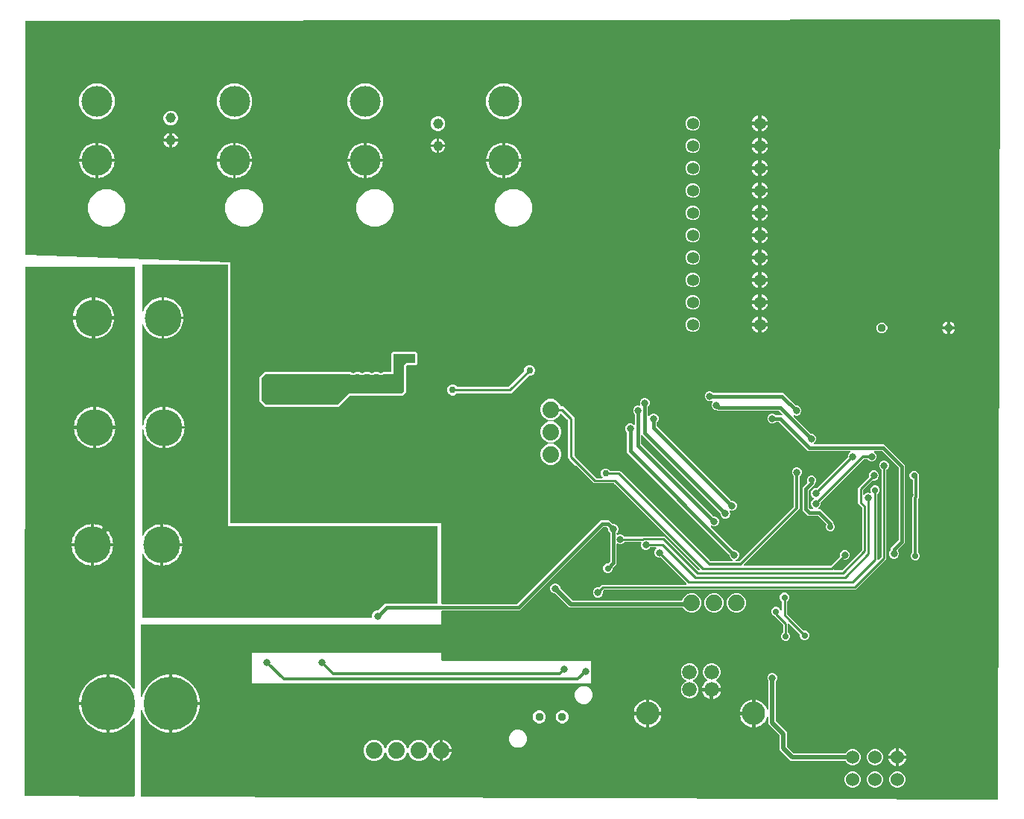
<source format=gbr>
G04 EAGLE Gerber RS-274X export*
G75*
%MOMM*%
%FSLAX34Y34*%
%LPD*%
%INBottom Copper*%
%IPPOS*%
%AMOC8*
5,1,8,0,0,1.08239X$1,22.5*%
G01*
%ADD10C,4.191000*%
%ADD11C,1.879600*%
%ADD12C,3.500000*%
%ADD13C,6.096000*%
%ADD14C,1.355600*%
%ADD15C,0.955600*%
%ADD16C,1.524000*%
%ADD17C,1.155600*%
%ADD18C,1.676400*%
%ADD19C,2.641600*%
%ADD20C,0.812800*%
%ADD21C,0.805600*%
%ADD22C,0.304800*%
%ADD23C,0.254000*%
%ADD24C,0.736600*%
%ADD25C,0.406400*%
%ADD26C,0.508000*%
%ADD27C,0.755600*%

G36*
X1112723Y1431D02*
X1112723Y1431D01*
X1112782Y1430D01*
X1112863Y1451D01*
X1112946Y1462D01*
X1113000Y1486D01*
X1113057Y1501D01*
X1113129Y1543D01*
X1113206Y1577D01*
X1113251Y1615D01*
X1113302Y1645D01*
X1113360Y1706D01*
X1113424Y1760D01*
X1113457Y1809D01*
X1113497Y1852D01*
X1113535Y1927D01*
X1113582Y1996D01*
X1113600Y2052D01*
X1113627Y2105D01*
X1113639Y2173D01*
X1113669Y2267D01*
X1113672Y2367D01*
X1113683Y2436D01*
X1116181Y886576D01*
X1116173Y886636D01*
X1116174Y886696D01*
X1116153Y886776D01*
X1116142Y886857D01*
X1116117Y886913D01*
X1116102Y886971D01*
X1116060Y887042D01*
X1116027Y887117D01*
X1115988Y887163D01*
X1115957Y887215D01*
X1115897Y887271D01*
X1115843Y887334D01*
X1115793Y887368D01*
X1115749Y887409D01*
X1115676Y887447D01*
X1115607Y887493D01*
X1115550Y887511D01*
X1115496Y887539D01*
X1115429Y887550D01*
X1115337Y887579D01*
X1115234Y887582D01*
X1115165Y887594D01*
X634999Y887049D01*
X9768Y886340D01*
X9749Y886337D01*
X9730Y886340D01*
X9629Y886318D01*
X9525Y886300D01*
X9508Y886292D01*
X9490Y886288D01*
X9400Y886234D01*
X9308Y886185D01*
X9295Y886171D01*
X9279Y886162D01*
X9211Y886082D01*
X9139Y886007D01*
X9131Y885989D01*
X9118Y885975D01*
X9079Y885878D01*
X9035Y885783D01*
X9033Y885765D01*
X9026Y885747D01*
X9007Y885580D01*
X8631Y620530D01*
X8632Y620523D01*
X8631Y620516D01*
X8652Y620402D01*
X8670Y620287D01*
X8674Y620281D01*
X8675Y620274D01*
X8731Y620173D01*
X8785Y620070D01*
X8790Y620065D01*
X8793Y620059D01*
X8879Y619980D01*
X8963Y619900D01*
X8969Y619897D01*
X8975Y619892D01*
X9081Y619845D01*
X9186Y619796D01*
X9193Y619795D01*
X9199Y619793D01*
X9365Y619768D01*
X241809Y611540D01*
X241809Y316230D01*
X241812Y316210D01*
X241810Y316191D01*
X241832Y316089D01*
X241849Y315987D01*
X241858Y315970D01*
X241862Y315950D01*
X241915Y315861D01*
X241964Y315770D01*
X241978Y315756D01*
X241988Y315739D01*
X242067Y315672D01*
X242142Y315601D01*
X242160Y315592D01*
X242175Y315579D01*
X242271Y315540D01*
X242365Y315497D01*
X242385Y315495D01*
X242403Y315487D01*
X242570Y315469D01*
X481585Y315469D01*
X481585Y224282D01*
X481593Y224224D01*
X481591Y224166D01*
X481613Y224084D01*
X481625Y224000D01*
X481649Y223947D01*
X481663Y223891D01*
X481706Y223818D01*
X481741Y223741D01*
X481779Y223696D01*
X481809Y223646D01*
X481870Y223588D01*
X481925Y223524D01*
X481973Y223492D01*
X482016Y223452D01*
X482091Y223413D01*
X482161Y223366D01*
X482217Y223349D01*
X482269Y223322D01*
X482337Y223311D01*
X482432Y223281D01*
X482532Y223278D01*
X482600Y223267D01*
X567066Y223267D01*
X567153Y223279D01*
X567240Y223282D01*
X567293Y223299D01*
X567348Y223307D01*
X567428Y223342D01*
X567511Y223369D01*
X567550Y223397D01*
X567607Y223423D01*
X567720Y223519D01*
X567784Y223564D01*
X662737Y318517D01*
X672033Y318517D01*
X676054Y314496D01*
X676124Y314444D01*
X676188Y314384D01*
X676237Y314358D01*
X676281Y314325D01*
X676363Y314294D01*
X676441Y314254D01*
X676488Y314246D01*
X676547Y314224D01*
X676694Y314212D01*
X676772Y314199D01*
X678022Y314199D01*
X680076Y313348D01*
X681648Y311776D01*
X682499Y309722D01*
X682499Y307498D01*
X681648Y305444D01*
X680764Y304560D01*
X680712Y304491D01*
X680652Y304427D01*
X680626Y304377D01*
X680593Y304333D01*
X680562Y304251D01*
X680522Y304174D01*
X680514Y304126D01*
X680492Y304068D01*
X680480Y303920D01*
X680467Y303843D01*
X680467Y303027D01*
X680483Y302913D01*
X680493Y302799D01*
X680503Y302773D01*
X680507Y302745D01*
X680553Y302640D01*
X680595Y302533D01*
X680611Y302511D01*
X680623Y302486D01*
X680697Y302398D01*
X680766Y302307D01*
X680789Y302290D01*
X680806Y302269D01*
X680902Y302205D01*
X680994Y302136D01*
X681020Y302127D01*
X681043Y302111D01*
X681153Y302076D01*
X681260Y302036D01*
X681288Y302034D01*
X681314Y302025D01*
X681429Y302022D01*
X681543Y302013D01*
X681568Y302019D01*
X681598Y302018D01*
X681855Y302085D01*
X681871Y302089D01*
X683426Y302733D01*
X685635Y302733D01*
X687675Y301887D01*
X689291Y300272D01*
X689360Y300220D01*
X689424Y300160D01*
X689474Y300134D01*
X689518Y300101D01*
X689600Y300070D01*
X689678Y300030D01*
X689725Y300022D01*
X689784Y300000D01*
X689931Y299988D01*
X690009Y299975D01*
X708864Y299975D01*
X708951Y299987D01*
X709038Y299990D01*
X709091Y300007D01*
X709146Y300015D01*
X709225Y300050D01*
X709309Y300077D01*
X709348Y300105D01*
X709405Y300131D01*
X709518Y300227D01*
X709582Y300272D01*
X709757Y300447D01*
X734746Y300447D01*
X773020Y262172D01*
X773090Y262120D01*
X773154Y262060D01*
X773203Y262034D01*
X773247Y262001D01*
X773329Y261970D01*
X773407Y261930D01*
X773455Y261922D01*
X773513Y261900D01*
X773661Y261888D01*
X773738Y261875D01*
X774392Y261875D01*
X774421Y261879D01*
X774450Y261876D01*
X774561Y261899D01*
X774673Y261915D01*
X774700Y261927D01*
X774729Y261932D01*
X774829Y261984D01*
X774933Y262031D01*
X774955Y262050D01*
X774981Y262063D01*
X775063Y262141D01*
X775150Y262214D01*
X775166Y262239D01*
X775187Y262259D01*
X775245Y262357D01*
X775307Y262451D01*
X775316Y262479D01*
X775331Y262504D01*
X775359Y262614D01*
X775393Y262722D01*
X775394Y262752D01*
X775401Y262780D01*
X775398Y262893D01*
X775400Y263006D01*
X775393Y263035D01*
X775392Y263064D01*
X775357Y263172D01*
X775329Y263281D01*
X775314Y263307D01*
X775305Y263335D01*
X775259Y263398D01*
X775183Y263526D01*
X775138Y263569D01*
X775110Y263608D01*
X678046Y360672D01*
X677976Y360724D01*
X677912Y360784D01*
X677863Y360810D01*
X677819Y360843D01*
X677737Y360874D01*
X677659Y360914D01*
X677611Y360922D01*
X677553Y360944D01*
X677405Y360956D01*
X677328Y360969D01*
X654888Y360969D01*
X635718Y380140D01*
X635694Y380157D01*
X635676Y380180D01*
X635581Y380243D01*
X635491Y380311D01*
X635463Y380321D01*
X635439Y380337D01*
X635331Y380372D01*
X635225Y380412D01*
X635196Y380414D01*
X635168Y380423D01*
X635054Y380426D01*
X634942Y380435D01*
X634913Y380430D01*
X634884Y380430D01*
X634774Y380402D01*
X634663Y380380D01*
X634637Y380366D01*
X634609Y380359D01*
X634511Y380301D01*
X634411Y380249D01*
X634389Y380228D01*
X634364Y380213D01*
X634288Y380132D01*
X627295Y387126D01*
X627294Y387126D01*
X624839Y389582D01*
X624839Y432446D01*
X624825Y432536D01*
X624817Y432627D01*
X624805Y432657D01*
X624800Y432689D01*
X624757Y432770D01*
X624721Y432854D01*
X624695Y432886D01*
X624684Y432906D01*
X624661Y432929D01*
X624616Y432984D01*
X617874Y439726D01*
X617837Y439753D01*
X617806Y439787D01*
X617738Y439825D01*
X617675Y439870D01*
X617631Y439883D01*
X617591Y439906D01*
X617514Y439919D01*
X617440Y439942D01*
X617394Y439941D01*
X617349Y439949D01*
X617271Y439938D01*
X617194Y439936D01*
X617151Y439920D01*
X617105Y439914D01*
X617036Y439878D01*
X616963Y439852D01*
X616927Y439823D01*
X616886Y439802D01*
X616831Y439746D01*
X616771Y439698D01*
X616746Y439659D01*
X616714Y439626D01*
X616648Y439507D01*
X616638Y439491D01*
X616636Y439486D01*
X616633Y439479D01*
X615911Y437737D01*
X612553Y434379D01*
X608165Y432561D01*
X603415Y432561D01*
X599027Y434379D01*
X595669Y437737D01*
X593851Y442125D01*
X593851Y446875D01*
X595669Y451263D01*
X599027Y454621D01*
X603415Y456439D01*
X608165Y456439D01*
X612553Y454621D01*
X615911Y451263D01*
X616939Y448781D01*
X617001Y448681D01*
X617061Y448581D01*
X617066Y448577D01*
X617069Y448572D01*
X617159Y448497D01*
X617248Y448421D01*
X617254Y448419D01*
X617258Y448415D01*
X617366Y448373D01*
X617476Y448329D01*
X617483Y448328D01*
X617488Y448327D01*
X617506Y448326D01*
X617643Y448311D01*
X620068Y448311D01*
X632461Y435918D01*
X632461Y393054D01*
X632475Y392964D01*
X632483Y392873D01*
X632495Y392843D01*
X632500Y392811D01*
X632543Y392730D01*
X632579Y392646D01*
X632605Y392614D01*
X632616Y392594D01*
X632639Y392571D01*
X632684Y392515D01*
X633985Y391214D01*
X633985Y390198D01*
X633992Y390150D01*
X633991Y390148D01*
X633992Y390144D01*
X633997Y390112D01*
X634000Y390024D01*
X634017Y389971D01*
X634025Y389917D01*
X634060Y389837D01*
X634087Y389754D01*
X634115Y389714D01*
X634141Y389657D01*
X634237Y389544D01*
X634282Y389480D01*
X656906Y366856D01*
X656976Y366804D01*
X657040Y366744D01*
X657089Y366718D01*
X657133Y366685D01*
X657215Y366654D01*
X657293Y366614D01*
X657341Y366606D01*
X657399Y366584D01*
X657547Y366572D01*
X657624Y366559D01*
X663621Y366559D01*
X663650Y366563D01*
X663679Y366560D01*
X663790Y366583D01*
X663903Y366599D01*
X663929Y366611D01*
X663958Y366616D01*
X664059Y366669D01*
X664162Y366715D01*
X664184Y366734D01*
X664210Y366747D01*
X664293Y366825D01*
X664379Y366898D01*
X664395Y366923D01*
X664416Y366943D01*
X664474Y367041D01*
X664537Y367135D01*
X664545Y367163D01*
X664560Y367188D01*
X664588Y367298D01*
X664622Y367406D01*
X664623Y367436D01*
X664630Y367464D01*
X664627Y367577D01*
X664630Y367690D01*
X664622Y367719D01*
X664621Y367748D01*
X664586Y367856D01*
X664558Y367965D01*
X664543Y367991D01*
X664534Y368019D01*
X664488Y368083D01*
X664413Y368210D01*
X664367Y368253D01*
X664339Y368292D01*
X663525Y369106D01*
X662717Y371055D01*
X662717Y373165D01*
X663525Y375114D01*
X665016Y376605D01*
X666965Y377413D01*
X669075Y377413D01*
X671024Y376605D01*
X672427Y375202D01*
X672497Y375150D01*
X672561Y375090D01*
X672610Y375064D01*
X672654Y375031D01*
X672736Y375000D01*
X672814Y374960D01*
X672862Y374952D01*
X672920Y374930D01*
X673068Y374918D01*
X673145Y374905D01*
X684418Y374905D01*
X685136Y374186D01*
X685206Y374134D01*
X685270Y374074D01*
X685319Y374048D01*
X685363Y374015D01*
X685445Y373984D01*
X685523Y373944D01*
X685571Y373936D01*
X685629Y373914D01*
X685777Y373902D01*
X685781Y373901D01*
X787095Y272586D01*
X787165Y272534D01*
X787229Y272474D01*
X787279Y272448D01*
X787323Y272415D01*
X787404Y272384D01*
X787482Y272344D01*
X787530Y272336D01*
X787588Y272314D01*
X787736Y272302D01*
X787813Y272289D01*
X811624Y272289D01*
X811709Y272301D01*
X811795Y272303D01*
X811849Y272321D01*
X811906Y272329D01*
X811984Y272364D01*
X812066Y272390D01*
X812113Y272422D01*
X812165Y272445D01*
X812231Y272500D01*
X812302Y272548D01*
X812339Y272592D01*
X812382Y272628D01*
X812430Y272700D01*
X812485Y272766D01*
X812508Y272818D01*
X812540Y272865D01*
X812566Y272947D01*
X812600Y273026D01*
X812608Y273082D01*
X812625Y273136D01*
X812628Y273222D01*
X812639Y273307D01*
X812631Y273363D01*
X812633Y273420D01*
X812611Y273503D01*
X812599Y273589D01*
X812575Y273640D01*
X812561Y273695D01*
X812517Y273769D01*
X812482Y273848D01*
X812445Y273891D01*
X812416Y273940D01*
X812353Y273999D01*
X812297Y274064D01*
X812255Y274090D01*
X812208Y274134D01*
X812079Y274200D01*
X812013Y274242D01*
X810925Y274693D01*
X809363Y276255D01*
X808517Y278295D01*
X808517Y279502D01*
X808505Y279589D01*
X808502Y279676D01*
X808485Y279729D01*
X808477Y279784D01*
X808442Y279864D01*
X808415Y279947D01*
X808387Y279986D01*
X808361Y280043D01*
X808265Y280156D01*
X808220Y280220D01*
X692403Y396037D01*
X692403Y418193D01*
X692391Y418280D01*
X692388Y418367D01*
X692371Y418420D01*
X692363Y418475D01*
X692328Y418555D01*
X692301Y418638D01*
X692273Y418677D01*
X692247Y418734D01*
X692151Y418848D01*
X692106Y418911D01*
X691253Y419765D01*
X690407Y421805D01*
X690407Y424015D01*
X691253Y426055D01*
X692815Y427617D01*
X694855Y428463D01*
X697065Y428463D01*
X699105Y427617D01*
X699560Y427163D01*
X699584Y427145D01*
X699603Y427123D01*
X699697Y427060D01*
X699787Y426992D01*
X699815Y426981D01*
X699839Y426965D01*
X699947Y426931D01*
X700053Y426891D01*
X700082Y426888D01*
X700110Y426879D01*
X700224Y426876D01*
X700336Y426867D01*
X700365Y426873D01*
X700394Y426872D01*
X700504Y426901D01*
X700615Y426923D01*
X700641Y426936D01*
X700669Y426944D01*
X700767Y427001D01*
X700867Y427054D01*
X700889Y427074D01*
X700914Y427089D01*
X700991Y427172D01*
X701073Y427250D01*
X701088Y427275D01*
X701108Y427296D01*
X701160Y427397D01*
X701217Y427495D01*
X701224Y427523D01*
X701238Y427549D01*
X701251Y427627D01*
X701287Y427770D01*
X701285Y427833D01*
X701293Y427881D01*
X701293Y438513D01*
X701281Y438600D01*
X701278Y438687D01*
X701261Y438740D01*
X701253Y438795D01*
X701218Y438875D01*
X701191Y438958D01*
X701163Y438997D01*
X701137Y439054D01*
X701041Y439168D01*
X700996Y439231D01*
X700143Y440085D01*
X699297Y442125D01*
X699297Y444335D01*
X700143Y446375D01*
X701705Y447937D01*
X703745Y448783D01*
X705955Y448783D01*
X705969Y448777D01*
X705997Y448770D01*
X706023Y448756D01*
X706134Y448734D01*
X706244Y448706D01*
X706273Y448707D01*
X706302Y448701D01*
X706415Y448711D01*
X706528Y448714D01*
X706556Y448723D01*
X706585Y448726D01*
X706691Y448766D01*
X706799Y448801D01*
X706823Y448817D01*
X706851Y448828D01*
X706940Y448896D01*
X707035Y448959D01*
X707054Y448982D01*
X707077Y448999D01*
X707145Y449090D01*
X707218Y449177D01*
X707230Y449203D01*
X707247Y449227D01*
X707287Y449333D01*
X707333Y449436D01*
X707337Y449465D01*
X707348Y449493D01*
X707357Y449606D01*
X707372Y449718D01*
X707368Y449747D01*
X707371Y449776D01*
X707353Y449853D01*
X707332Y449999D01*
X707306Y450056D01*
X707295Y450103D01*
X706917Y451016D01*
X706917Y453225D01*
X707763Y455265D01*
X709325Y456827D01*
X711365Y457673D01*
X713575Y457673D01*
X715615Y456827D01*
X717177Y455265D01*
X718023Y453225D01*
X718023Y451015D01*
X717177Y448975D01*
X716324Y448121D01*
X716272Y448052D01*
X716212Y447988D01*
X716186Y447938D01*
X716153Y447894D01*
X716122Y447812D01*
X716082Y447734D01*
X716074Y447687D01*
X716052Y447628D01*
X716040Y447481D01*
X716027Y447403D01*
X716027Y438012D01*
X716039Y437927D01*
X716041Y437841D01*
X716059Y437787D01*
X716067Y437731D01*
X716102Y437652D01*
X716128Y437570D01*
X716160Y437523D01*
X716183Y437471D01*
X716238Y437406D01*
X716287Y437334D01*
X716330Y437298D01*
X716366Y437254D01*
X716438Y437207D01*
X716504Y437151D01*
X716556Y437128D01*
X716603Y437097D01*
X716685Y437071D01*
X716764Y437036D01*
X716820Y437028D01*
X716874Y437011D01*
X716960Y437009D01*
X717046Y436997D01*
X717102Y437005D01*
X717158Y437004D01*
X717242Y437025D01*
X717327Y437038D01*
X717379Y437061D01*
X717433Y437076D01*
X717507Y437119D01*
X717586Y437155D01*
X717629Y437192D01*
X717678Y437221D01*
X717737Y437284D01*
X717802Y437340D01*
X717828Y437381D01*
X717872Y437428D01*
X717880Y437443D01*
X719485Y439047D01*
X721525Y439893D01*
X723735Y439893D01*
X725775Y439047D01*
X727337Y437485D01*
X728183Y435445D01*
X728183Y433235D01*
X727337Y431195D01*
X726484Y430341D01*
X726432Y430272D01*
X726372Y430208D01*
X726346Y430158D01*
X726313Y430114D01*
X726282Y430032D01*
X726242Y429954D01*
X726234Y429907D01*
X726212Y429848D01*
X726200Y429701D01*
X726187Y429623D01*
X726187Y426074D01*
X726199Y425987D01*
X726202Y425900D01*
X726219Y425847D01*
X726227Y425792D01*
X726262Y425712D01*
X726289Y425629D01*
X726317Y425590D01*
X726343Y425533D01*
X726439Y425420D01*
X726484Y425356D01*
X810710Y341130D01*
X810780Y341078D01*
X810844Y341018D01*
X810893Y340992D01*
X810937Y340959D01*
X811019Y340928D01*
X811097Y340888D01*
X811144Y340880D01*
X811203Y340858D01*
X811350Y340846D01*
X811428Y340833D01*
X812635Y340833D01*
X814675Y339987D01*
X816237Y338425D01*
X817083Y336385D01*
X817083Y334175D01*
X816237Y332135D01*
X814675Y330573D01*
X812635Y329727D01*
X810425Y329727D01*
X810411Y329733D01*
X810383Y329740D01*
X810357Y329754D01*
X810246Y329776D01*
X810136Y329804D01*
X810107Y329803D01*
X810078Y329809D01*
X809965Y329799D01*
X809852Y329796D01*
X809824Y329787D01*
X809795Y329784D01*
X809689Y329744D01*
X809581Y329709D01*
X809557Y329693D01*
X809529Y329682D01*
X809440Y329614D01*
X809345Y329551D01*
X809326Y329528D01*
X809303Y329511D01*
X809235Y329420D01*
X809162Y329333D01*
X809150Y329307D01*
X809133Y329283D01*
X809093Y329177D01*
X809047Y329074D01*
X809043Y329045D01*
X809032Y329017D01*
X809023Y328904D01*
X809008Y328792D01*
X809012Y328763D01*
X809009Y328734D01*
X809027Y328657D01*
X809048Y328511D01*
X809074Y328454D01*
X809085Y328407D01*
X809463Y327494D01*
X809463Y325285D01*
X808617Y323245D01*
X807055Y321683D01*
X805015Y320837D01*
X802805Y320837D01*
X800765Y321683D01*
X799203Y323245D01*
X798357Y325285D01*
X798357Y326492D01*
X798345Y326579D01*
X798342Y326666D01*
X798325Y326719D01*
X798317Y326774D01*
X798282Y326854D01*
X798255Y326937D01*
X798227Y326976D01*
X798201Y327033D01*
X798105Y327146D01*
X798060Y327210D01*
X711294Y413976D01*
X710140Y415130D01*
X710116Y415148D01*
X710097Y415170D01*
X710003Y415233D01*
X709913Y415301D01*
X709885Y415311D01*
X709861Y415328D01*
X709753Y415362D01*
X709647Y415402D01*
X709618Y415405D01*
X709590Y415414D01*
X709476Y415416D01*
X709364Y415426D01*
X709335Y415420D01*
X709306Y415421D01*
X709196Y415392D01*
X709085Y415370D01*
X709059Y415356D01*
X709031Y415349D01*
X708933Y415291D01*
X708833Y415239D01*
X708811Y415219D01*
X708786Y415204D01*
X708709Y415121D01*
X708627Y415043D01*
X708612Y415018D01*
X708592Y414996D01*
X708540Y414895D01*
X708483Y414798D01*
X708476Y414769D01*
X708462Y414743D01*
X708449Y414666D01*
X708413Y414522D01*
X708415Y414460D01*
X708407Y414412D01*
X708407Y405754D01*
X708419Y405667D01*
X708422Y405580D01*
X708439Y405527D01*
X708447Y405472D01*
X708482Y405392D01*
X708509Y405309D01*
X708537Y405270D01*
X708563Y405213D01*
X708659Y405100D01*
X708704Y405036D01*
X790390Y323350D01*
X790460Y323298D01*
X790524Y323238D01*
X790573Y323212D01*
X790617Y323179D01*
X790699Y323148D01*
X790777Y323108D01*
X790824Y323100D01*
X790883Y323078D01*
X791030Y323066D01*
X791108Y323053D01*
X792315Y323053D01*
X794355Y322207D01*
X795917Y320645D01*
X796763Y318605D01*
X796763Y316395D01*
X795917Y314355D01*
X794355Y312793D01*
X792315Y311947D01*
X790106Y311947D01*
X788756Y312506D01*
X788673Y312528D01*
X788593Y312558D01*
X788536Y312563D01*
X788481Y312577D01*
X788395Y312575D01*
X788309Y312582D01*
X788253Y312571D01*
X788197Y312569D01*
X788115Y312543D01*
X788030Y312526D01*
X787980Y312500D01*
X787926Y312482D01*
X787854Y312435D01*
X787778Y312395D01*
X787737Y312356D01*
X787690Y312324D01*
X787634Y312258D01*
X787572Y312199D01*
X787543Y312150D01*
X787507Y312107D01*
X787472Y312028D01*
X787428Y311954D01*
X787414Y311899D01*
X787391Y311847D01*
X787379Y311762D01*
X787358Y311678D01*
X787360Y311622D01*
X787352Y311565D01*
X787365Y311480D01*
X787367Y311394D01*
X787385Y311340D01*
X787393Y311284D01*
X787428Y311205D01*
X787455Y311124D01*
X787483Y311084D01*
X787510Y311025D01*
X787604Y310914D01*
X787650Y310850D01*
X813250Y285250D01*
X813320Y285198D01*
X813384Y285138D01*
X813433Y285112D01*
X813477Y285079D01*
X813559Y285048D01*
X813637Y285008D01*
X813684Y285000D01*
X813743Y284978D01*
X813890Y284966D01*
X813968Y284953D01*
X815175Y284953D01*
X817215Y284107D01*
X818777Y282545D01*
X819623Y280505D01*
X819623Y278295D01*
X818777Y276255D01*
X817215Y274693D01*
X816127Y274242D01*
X816053Y274198D01*
X815975Y274163D01*
X815932Y274126D01*
X815883Y274097D01*
X815823Y274035D01*
X815758Y273979D01*
X815726Y273932D01*
X815687Y273891D01*
X815648Y273814D01*
X815600Y273743D01*
X815583Y273689D01*
X815557Y273638D01*
X815541Y273554D01*
X815515Y273472D01*
X815513Y273415D01*
X815502Y273359D01*
X815509Y273274D01*
X815507Y273188D01*
X815522Y273133D01*
X815527Y273076D01*
X815557Y272995D01*
X815579Y272913D01*
X815608Y272864D01*
X815629Y272811D01*
X815681Y272742D01*
X815724Y272668D01*
X815766Y272629D01*
X815800Y272584D01*
X815869Y272532D01*
X815932Y272474D01*
X815982Y272448D01*
X816028Y272414D01*
X816108Y272383D01*
X816185Y272344D01*
X816234Y272336D01*
X816294Y272313D01*
X816439Y272302D01*
X816516Y272289D01*
X820007Y272289D01*
X820093Y272301D01*
X820181Y272304D01*
X820233Y272321D01*
X820288Y272329D01*
X820368Y272364D01*
X820451Y272391D01*
X820490Y272419D01*
X820548Y272445D01*
X820661Y272541D01*
X820725Y272586D01*
X881844Y333705D01*
X881865Y333734D01*
X881884Y333750D01*
X881912Y333792D01*
X881956Y333839D01*
X881982Y333889D01*
X882015Y333933D01*
X882027Y333964D01*
X882042Y333986D01*
X882058Y334037D01*
X882086Y334092D01*
X882094Y334140D01*
X882116Y334198D01*
X882119Y334230D01*
X882127Y334257D01*
X882130Y334355D01*
X882141Y334423D01*
X882141Y368155D01*
X882129Y368242D01*
X882126Y368329D01*
X882109Y368382D01*
X882101Y368437D01*
X882066Y368517D01*
X882039Y368600D01*
X882011Y368639D01*
X881985Y368696D01*
X881889Y368810D01*
X881844Y368873D01*
X880483Y370235D01*
X879637Y372275D01*
X879637Y374485D01*
X880483Y376525D01*
X882045Y378087D01*
X884085Y378933D01*
X886295Y378933D01*
X888335Y378087D01*
X889897Y376525D01*
X890743Y374485D01*
X890743Y372275D01*
X889897Y370235D01*
X888536Y368873D01*
X888484Y368804D01*
X888424Y368740D01*
X888398Y368690D01*
X888365Y368646D01*
X888334Y368564D01*
X888294Y368486D01*
X888286Y368439D01*
X888264Y368380D01*
X888252Y368233D01*
X888239Y368155D01*
X888239Y331477D01*
X886155Y329394D01*
X825449Y268688D01*
X825432Y268664D01*
X825409Y268645D01*
X825346Y268551D01*
X825279Y268461D01*
X825268Y268433D01*
X825252Y268409D01*
X825218Y268301D01*
X825177Y268195D01*
X825175Y268166D01*
X825166Y268138D01*
X825163Y268024D01*
X825154Y267912D01*
X825159Y267883D01*
X825159Y267854D01*
X825187Y267744D01*
X825210Y267633D01*
X825223Y267607D01*
X825231Y267579D01*
X825288Y267481D01*
X825341Y267381D01*
X825361Y267359D01*
X825376Y267334D01*
X825458Y267257D01*
X825536Y267175D01*
X825562Y267160D01*
X825583Y267140D01*
X825684Y267088D01*
X825782Y267031D01*
X825810Y267024D01*
X825836Y267010D01*
X825914Y266997D01*
X826057Y266961D01*
X826120Y266963D01*
X826167Y266955D01*
X922982Y266955D01*
X923068Y266967D01*
X923156Y266970D01*
X923209Y266987D01*
X923263Y266995D01*
X923343Y267030D01*
X923426Y267057D01*
X923466Y267085D01*
X923523Y267111D01*
X923636Y267207D01*
X923700Y267252D01*
X933950Y277502D01*
X934002Y277572D01*
X934062Y277636D01*
X934088Y277685D01*
X934121Y277729D01*
X934152Y277811D01*
X934192Y277889D01*
X934200Y277937D01*
X934222Y277995D01*
X934234Y278143D01*
X934247Y278220D01*
X934247Y280505D01*
X935093Y282545D01*
X936655Y284107D01*
X938695Y284953D01*
X940905Y284953D01*
X942945Y284107D01*
X944507Y282545D01*
X945353Y280505D01*
X945353Y278295D01*
X944507Y276255D01*
X942945Y274693D01*
X940905Y273847D01*
X938620Y273847D01*
X938534Y273835D01*
X938446Y273832D01*
X938393Y273815D01*
X938339Y273807D01*
X938259Y273772D01*
X938176Y273745D01*
X938136Y273717D01*
X938079Y273691D01*
X937966Y273595D01*
X937902Y273550D01*
X927960Y263608D01*
X927943Y263584D01*
X927920Y263565D01*
X927857Y263471D01*
X927789Y263381D01*
X927779Y263353D01*
X927763Y263329D01*
X927728Y263221D01*
X927688Y263115D01*
X927686Y263086D01*
X927677Y263058D01*
X927674Y262944D01*
X927665Y262832D01*
X927670Y262803D01*
X927670Y262774D01*
X927698Y262664D01*
X927720Y262553D01*
X927734Y262527D01*
X927741Y262499D01*
X927799Y262401D01*
X927851Y262301D01*
X927872Y262279D01*
X927887Y262254D01*
X927969Y262177D01*
X928047Y262095D01*
X928073Y262080D01*
X928094Y262060D01*
X928195Y262008D01*
X928292Y261951D01*
X928321Y261944D01*
X928347Y261930D01*
X928424Y261917D01*
X928568Y261881D01*
X928630Y261883D01*
X928678Y261875D01*
X935682Y261875D01*
X935768Y261887D01*
X935856Y261890D01*
X935909Y261907D01*
X935963Y261915D01*
X936043Y261950D01*
X936126Y261977D01*
X936166Y262005D01*
X936223Y262031D01*
X936336Y262127D01*
X936400Y262172D01*
X959314Y285086D01*
X959366Y285156D01*
X959426Y285220D01*
X959452Y285269D01*
X959485Y285313D01*
X959516Y285395D01*
X959556Y285473D01*
X959564Y285521D01*
X959586Y285579D01*
X959598Y285727D01*
X959611Y285804D01*
X959611Y332686D01*
X959599Y332772D01*
X959596Y332860D01*
X959579Y332913D01*
X959571Y332967D01*
X959536Y333047D01*
X959509Y333130D01*
X959481Y333170D01*
X959455Y333227D01*
X959359Y333340D01*
X959314Y333404D01*
X954785Y337932D01*
X954785Y355488D01*
X966970Y367672D01*
X967022Y367742D01*
X967082Y367806D01*
X967108Y367855D01*
X967141Y367899D01*
X967172Y367981D01*
X967212Y368059D01*
X967220Y368107D01*
X967242Y368165D01*
X967254Y368313D01*
X967267Y368390D01*
X967267Y370675D01*
X968113Y372715D01*
X969675Y374277D01*
X971715Y375123D01*
X973925Y375123D01*
X975965Y374277D01*
X977527Y372715D01*
X978373Y370675D01*
X978373Y368465D01*
X977527Y366425D01*
X975965Y364863D01*
X973925Y364017D01*
X971640Y364017D01*
X971554Y364005D01*
X971466Y364002D01*
X971413Y363985D01*
X971359Y363977D01*
X971279Y363942D01*
X971196Y363915D01*
X971156Y363887D01*
X971099Y363861D01*
X970986Y363765D01*
X970922Y363720D01*
X960672Y353470D01*
X960620Y353400D01*
X960560Y353336D01*
X960534Y353287D01*
X960501Y353243D01*
X960470Y353161D01*
X960430Y353083D01*
X960422Y353035D01*
X960400Y352977D01*
X960392Y352877D01*
X960389Y352868D01*
X960388Y352829D01*
X960375Y352752D01*
X960375Y348379D01*
X960379Y348349D01*
X960376Y348320D01*
X960399Y348209D01*
X960415Y348097D01*
X960427Y348070D01*
X960432Y348041D01*
X960485Y347941D01*
X960531Y347838D01*
X960550Y347815D01*
X960563Y347789D01*
X960641Y347707D01*
X960714Y347621D01*
X960739Y347604D01*
X960759Y347583D01*
X960857Y347526D01*
X960951Y347463D01*
X960979Y347454D01*
X961004Y347439D01*
X961114Y347412D01*
X961222Y347377D01*
X961252Y347376D01*
X961280Y347369D01*
X961393Y347373D01*
X961506Y347370D01*
X961535Y347377D01*
X961564Y347378D01*
X961672Y347413D01*
X961781Y347442D01*
X961807Y347457D01*
X961835Y347466D01*
X961899Y347511D01*
X962026Y347587D01*
X962069Y347633D01*
X962108Y347661D01*
X963325Y348877D01*
X965365Y349723D01*
X967574Y349723D01*
X968039Y349530D01*
X968068Y349523D01*
X968094Y349509D01*
X968205Y349487D01*
X968315Y349459D01*
X968344Y349460D01*
X968373Y349454D01*
X968486Y349464D01*
X968599Y349467D01*
X968627Y349476D01*
X968656Y349479D01*
X968762Y349520D01*
X968870Y349554D01*
X968894Y349570D01*
X968921Y349581D01*
X969012Y349649D01*
X969106Y349712D01*
X969125Y349735D01*
X969148Y349752D01*
X969216Y349843D01*
X969289Y349930D01*
X969301Y349957D01*
X969318Y349980D01*
X969358Y350086D01*
X969404Y350190D01*
X969408Y350219D01*
X969419Y350246D01*
X969428Y350359D01*
X969443Y350471D01*
X969439Y350500D01*
X969441Y350530D01*
X969424Y350606D01*
X969402Y350753D01*
X969377Y350810D01*
X969366Y350857D01*
X968882Y352024D01*
X968882Y354096D01*
X969675Y356010D01*
X971140Y357475D01*
X973054Y358268D01*
X975126Y358268D01*
X977040Y357475D01*
X978505Y356010D01*
X979298Y354096D01*
X979298Y352024D01*
X978505Y350110D01*
X977182Y348787D01*
X977130Y348717D01*
X977070Y348654D01*
X977044Y348604D01*
X977011Y348560D01*
X976980Y348478D01*
X976940Y348400D01*
X976932Y348353D01*
X976910Y348294D01*
X976898Y348147D01*
X976885Y348069D01*
X976885Y274628D01*
X976889Y274599D01*
X976886Y274570D01*
X976909Y274459D01*
X976925Y274347D01*
X976937Y274320D01*
X976942Y274291D01*
X976995Y274191D01*
X977041Y274087D01*
X977060Y274065D01*
X977073Y274039D01*
X977151Y273957D01*
X977224Y273870D01*
X977249Y273854D01*
X977269Y273833D01*
X977367Y273775D01*
X977461Y273713D01*
X977489Y273704D01*
X977514Y273689D01*
X977624Y273661D01*
X977732Y273627D01*
X977762Y273626D01*
X977790Y273619D01*
X977903Y273622D01*
X978016Y273620D01*
X978045Y273627D01*
X978074Y273628D01*
X978182Y273663D01*
X978291Y273691D01*
X978317Y273706D01*
X978345Y273715D01*
X978408Y273761D01*
X978536Y273837D01*
X978579Y273882D01*
X978618Y273910D01*
X981158Y276450D01*
X981210Y276520D01*
X981270Y276584D01*
X981296Y276633D01*
X981329Y276677D01*
X981360Y276759D01*
X981400Y276837D01*
X981408Y276885D01*
X981430Y276943D01*
X981442Y277091D01*
X981455Y277168D01*
X981455Y375521D01*
X981443Y375608D01*
X981440Y375695D01*
X981423Y375748D01*
X981415Y375803D01*
X981380Y375883D01*
X981353Y375966D01*
X981325Y376005D01*
X981299Y376062D01*
X981203Y376176D01*
X981158Y376239D01*
X979543Y377855D01*
X978697Y379895D01*
X978697Y382105D01*
X979543Y384145D01*
X981105Y385707D01*
X983145Y386553D01*
X985355Y386553D01*
X987395Y385707D01*
X988957Y384145D01*
X989803Y382105D01*
X989803Y379895D01*
X988957Y377855D01*
X987342Y376239D01*
X987290Y376170D01*
X987230Y376106D01*
X987204Y376056D01*
X987171Y376012D01*
X987140Y375930D01*
X987100Y375852D01*
X987092Y375805D01*
X987070Y375746D01*
X987058Y375599D01*
X987045Y375521D01*
X987045Y274432D01*
X952388Y239775D01*
X666586Y239775D01*
X666500Y239763D01*
X666412Y239760D01*
X666359Y239743D01*
X666305Y239735D01*
X666225Y239700D01*
X666142Y239673D01*
X666102Y239645D01*
X666045Y239619D01*
X665932Y239523D01*
X665868Y239478D01*
X664980Y238590D01*
X664928Y238520D01*
X664868Y238456D01*
X664842Y238407D01*
X664809Y238363D01*
X664778Y238281D01*
X664738Y238203D01*
X664730Y238155D01*
X664708Y238097D01*
X664696Y237949D01*
X664683Y237872D01*
X664683Y235587D01*
X663837Y233547D01*
X662275Y231985D01*
X660235Y231139D01*
X658025Y231139D01*
X655985Y231985D01*
X654423Y233547D01*
X653577Y235587D01*
X653577Y237797D01*
X654423Y239837D01*
X655985Y241399D01*
X658025Y242245D01*
X660310Y242245D01*
X660396Y242257D01*
X660484Y242260D01*
X660537Y242277D01*
X660591Y242285D01*
X660671Y242320D01*
X660754Y242347D01*
X660794Y242375D01*
X660851Y242401D01*
X660964Y242497D01*
X661028Y242542D01*
X663850Y245365D01*
X759152Y245365D01*
X759181Y245369D01*
X759210Y245366D01*
X759321Y245389D01*
X759433Y245405D01*
X759460Y245417D01*
X759489Y245422D01*
X759589Y245474D01*
X759693Y245521D01*
X759715Y245540D01*
X759741Y245553D01*
X759823Y245631D01*
X759910Y245704D01*
X759926Y245729D01*
X759947Y245749D01*
X760005Y245847D01*
X760067Y245941D01*
X760076Y245969D01*
X760091Y245994D01*
X760119Y246104D01*
X760153Y246212D01*
X760154Y246242D01*
X760161Y246270D01*
X760158Y246383D01*
X760160Y246496D01*
X760153Y246525D01*
X760152Y246554D01*
X760117Y246662D01*
X760089Y246771D01*
X760074Y246797D01*
X760065Y246825D01*
X760019Y246888D01*
X759943Y247016D01*
X759898Y247059D01*
X759870Y247098D01*
X730878Y276090D01*
X730808Y276142D01*
X730744Y276202D01*
X730695Y276228D01*
X730651Y276261D01*
X730569Y276292D01*
X730491Y276332D01*
X730443Y276340D01*
X730385Y276362D01*
X730237Y276374D01*
X730160Y276387D01*
X727875Y276387D01*
X725835Y277233D01*
X724273Y278795D01*
X723427Y280835D01*
X723427Y283045D01*
X724273Y285085D01*
X725489Y286302D01*
X725507Y286326D01*
X725529Y286345D01*
X725592Y286439D01*
X725660Y286529D01*
X725671Y286557D01*
X725687Y286581D01*
X725721Y286689D01*
X725761Y286795D01*
X725764Y286824D01*
X725773Y286852D01*
X725776Y286966D01*
X725785Y287078D01*
X725779Y287107D01*
X725780Y287136D01*
X725751Y287246D01*
X725729Y287357D01*
X725716Y287383D01*
X725708Y287411D01*
X725651Y287509D01*
X725598Y287609D01*
X725578Y287631D01*
X725563Y287656D01*
X725481Y287733D01*
X725402Y287815D01*
X725377Y287830D01*
X725356Y287850D01*
X725255Y287902D01*
X725157Y287959D01*
X725129Y287966D01*
X725103Y287980D01*
X725025Y287993D01*
X724882Y288029D01*
X724819Y288027D01*
X724771Y288035D01*
X719219Y288035D01*
X719132Y288023D01*
X719045Y288020D01*
X718992Y288003D01*
X718937Y287995D01*
X718857Y287960D01*
X718774Y287933D01*
X718735Y287905D01*
X718678Y287879D01*
X718564Y287783D01*
X718501Y287738D01*
X716885Y286123D01*
X714845Y285277D01*
X712635Y285277D01*
X710595Y286123D01*
X709033Y287685D01*
X708187Y289725D01*
X708187Y291934D01*
X708621Y292981D01*
X708650Y293093D01*
X708684Y293202D01*
X708685Y293230D01*
X708692Y293257D01*
X708689Y293371D01*
X708692Y293486D01*
X708685Y293513D01*
X708684Y293541D01*
X708649Y293650D01*
X708620Y293761D01*
X708606Y293785D01*
X708597Y293812D01*
X708533Y293907D01*
X708474Y294006D01*
X708454Y294025D01*
X708439Y294048D01*
X708351Y294122D01*
X708267Y294200D01*
X708242Y294213D01*
X708221Y294231D01*
X708116Y294277D01*
X708014Y294330D01*
X707989Y294334D01*
X707961Y294346D01*
X707698Y294383D01*
X707683Y294385D01*
X690009Y294385D01*
X689922Y294373D01*
X689835Y294370D01*
X689782Y294353D01*
X689727Y294345D01*
X689647Y294310D01*
X689564Y294283D01*
X689525Y294255D01*
X689468Y294229D01*
X689354Y294133D01*
X689291Y294088D01*
X687675Y292473D01*
X685635Y291627D01*
X683426Y291627D01*
X681871Y292271D01*
X681759Y292300D01*
X681650Y292335D01*
X681622Y292335D01*
X681595Y292342D01*
X681481Y292339D01*
X681366Y292342D01*
X681339Y292335D01*
X681311Y292334D01*
X681202Y292299D01*
X681091Y292270D01*
X681067Y292256D01*
X681040Y292248D01*
X680945Y292183D01*
X680846Y292125D01*
X680827Y292105D01*
X680804Y292089D01*
X680730Y292001D01*
X680652Y291918D01*
X680639Y291893D01*
X680621Y291872D01*
X680574Y291767D01*
X680522Y291664D01*
X680518Y291640D01*
X680506Y291612D01*
X680469Y291348D01*
X680467Y291333D01*
X680467Y269037D01*
X676065Y264635D01*
X676013Y264565D01*
X675953Y264501D01*
X675927Y264452D01*
X675894Y264408D01*
X675863Y264326D01*
X675823Y264248D01*
X675815Y264201D01*
X675793Y264142D01*
X675781Y263995D01*
X675768Y263917D01*
X675768Y263124D01*
X674975Y261210D01*
X673510Y259745D01*
X671596Y258952D01*
X669524Y258952D01*
X667610Y259745D01*
X666145Y261210D01*
X665352Y263124D01*
X665352Y265196D01*
X666145Y267110D01*
X667610Y268575D01*
X669524Y269368D01*
X670317Y269368D01*
X670404Y269380D01*
X670491Y269383D01*
X670544Y269400D01*
X670599Y269408D01*
X670679Y269443D01*
X670762Y269470D01*
X670801Y269498D01*
X670858Y269524D01*
X670971Y269620D01*
X671035Y269665D01*
X673056Y271686D01*
X673108Y271756D01*
X673168Y271820D01*
X673194Y271869D01*
X673227Y271913D01*
X673258Y271995D01*
X673298Y272073D01*
X673306Y272120D01*
X673328Y272179D01*
X673340Y272326D01*
X673353Y272404D01*
X673353Y303843D01*
X673341Y303929D01*
X673338Y304017D01*
X673321Y304069D01*
X673313Y304124D01*
X673278Y304204D01*
X673251Y304287D01*
X673223Y304326D01*
X673197Y304383D01*
X673101Y304497D01*
X673056Y304560D01*
X672172Y305444D01*
X671321Y307498D01*
X671321Y308748D01*
X671309Y308835D01*
X671306Y308922D01*
X671289Y308975D01*
X671281Y309030D01*
X671246Y309110D01*
X671219Y309193D01*
X671191Y309232D01*
X671165Y309289D01*
X671069Y309402D01*
X671024Y309466D01*
X669384Y311106D01*
X669314Y311158D01*
X669250Y311218D01*
X669201Y311244D01*
X669157Y311277D01*
X669075Y311308D01*
X668997Y311348D01*
X668950Y311356D01*
X668891Y311378D01*
X668744Y311390D01*
X668666Y311403D01*
X666104Y311403D01*
X666017Y311391D01*
X665930Y311388D01*
X665877Y311371D01*
X665822Y311363D01*
X665742Y311328D01*
X665659Y311301D01*
X665620Y311273D01*
X665563Y311247D01*
X665450Y311151D01*
X665386Y311106D01*
X570433Y216153D01*
X482600Y216153D01*
X482542Y216145D01*
X482484Y216147D01*
X482402Y216125D01*
X482319Y216113D01*
X482265Y216090D01*
X482209Y216075D01*
X482136Y216032D01*
X482059Y215997D01*
X482014Y215959D01*
X481964Y215930D01*
X481906Y215868D01*
X481842Y215814D01*
X481810Y215765D01*
X481770Y215722D01*
X481731Y215647D01*
X481685Y215577D01*
X481667Y215521D01*
X481640Y215469D01*
X481629Y215401D01*
X481599Y215306D01*
X481596Y215206D01*
X481585Y215138D01*
X481585Y200405D01*
X140970Y200405D01*
X140912Y200397D01*
X140854Y200399D01*
X140772Y200377D01*
X140689Y200365D01*
X140635Y200342D01*
X140579Y200327D01*
X140506Y200284D01*
X140429Y200249D01*
X140384Y200211D01*
X140334Y200182D01*
X140276Y200120D01*
X140212Y200066D01*
X140180Y200017D01*
X140140Y199974D01*
X140101Y199899D01*
X140055Y199829D01*
X140037Y199773D01*
X140010Y199721D01*
X139999Y199653D01*
X139969Y199558D01*
X139966Y199458D01*
X139955Y199390D01*
X139955Y118888D01*
X139974Y118755D01*
X139991Y118620D01*
X139994Y118613D01*
X139995Y118606D01*
X140050Y118484D01*
X140104Y118359D01*
X140108Y118353D01*
X140111Y118347D01*
X140198Y118244D01*
X140284Y118139D01*
X140290Y118135D01*
X140295Y118130D01*
X140408Y118055D01*
X140519Y117979D01*
X140525Y117976D01*
X140531Y117972D01*
X140661Y117932D01*
X140789Y117889D01*
X140796Y117889D01*
X140802Y117887D01*
X140937Y117883D01*
X141073Y117878D01*
X141079Y117880D01*
X141086Y117879D01*
X141216Y117913D01*
X141349Y117946D01*
X141355Y117949D01*
X141361Y117951D01*
X141477Y118020D01*
X141595Y118088D01*
X141600Y118093D01*
X141606Y118096D01*
X141699Y118196D01*
X141792Y118293D01*
X141795Y118298D01*
X141800Y118304D01*
X141930Y118557D01*
X141933Y118576D01*
X141942Y118593D01*
X142862Y121628D01*
X144104Y124625D01*
X145633Y127486D01*
X147436Y130184D01*
X149494Y132692D01*
X151788Y134986D01*
X154296Y137044D01*
X156994Y138847D01*
X159855Y140376D01*
X162852Y141618D01*
X165957Y142560D01*
X169139Y143193D01*
X171959Y143470D01*
X171959Y111506D01*
X171967Y111448D01*
X171965Y111390D01*
X171987Y111308D01*
X171999Y111225D01*
X172023Y111171D01*
X172037Y111115D01*
X172080Y111042D01*
X172115Y110965D01*
X172153Y110921D01*
X172183Y110870D01*
X172244Y110813D01*
X172299Y110748D01*
X172347Y110716D01*
X172390Y110676D01*
X172465Y110637D01*
X172535Y110591D01*
X172591Y110573D01*
X172643Y110546D01*
X172711Y110535D01*
X172806Y110505D01*
X172906Y110502D01*
X172974Y110491D01*
X173991Y110491D01*
X173991Y110489D01*
X172974Y110489D01*
X172916Y110481D01*
X172858Y110482D01*
X172776Y110461D01*
X172693Y110449D01*
X172639Y110425D01*
X172583Y110411D01*
X172510Y110368D01*
X172433Y110333D01*
X172388Y110295D01*
X172338Y110265D01*
X172280Y110204D01*
X172216Y110149D01*
X172184Y110101D01*
X172144Y110058D01*
X172105Y109983D01*
X172059Y109913D01*
X172041Y109857D01*
X172014Y109805D01*
X172003Y109737D01*
X171973Y109642D01*
X171970Y109542D01*
X171959Y109474D01*
X171959Y77510D01*
X169139Y77787D01*
X165957Y78420D01*
X162852Y79362D01*
X159855Y80604D01*
X156994Y82133D01*
X154296Y83936D01*
X151788Y85994D01*
X149494Y88288D01*
X147436Y90796D01*
X145633Y93494D01*
X144104Y96355D01*
X142862Y99352D01*
X141942Y102387D01*
X141884Y102510D01*
X141829Y102633D01*
X141825Y102638D01*
X141822Y102645D01*
X141732Y102747D01*
X141646Y102850D01*
X141640Y102854D01*
X141635Y102859D01*
X141522Y102932D01*
X141409Y103008D01*
X141402Y103010D01*
X141396Y103013D01*
X141267Y103053D01*
X141138Y103093D01*
X141131Y103093D01*
X141124Y103095D01*
X140989Y103097D01*
X140854Y103101D01*
X140847Y103099D01*
X140840Y103099D01*
X140709Y103063D01*
X140579Y103029D01*
X140573Y103025D01*
X140566Y103023D01*
X140449Y102952D01*
X140334Y102884D01*
X140329Y102878D01*
X140324Y102875D01*
X140232Y102775D01*
X140140Y102676D01*
X140137Y102670D01*
X140132Y102665D01*
X140072Y102544D01*
X140010Y102423D01*
X140009Y102417D01*
X140006Y102410D01*
X139955Y102130D01*
X139958Y102111D01*
X139955Y102092D01*
X139955Y5747D01*
X139963Y5691D01*
X139961Y5634D01*
X139983Y5551D01*
X139995Y5466D01*
X140018Y5414D01*
X140032Y5359D01*
X140076Y5285D01*
X140111Y5206D01*
X140148Y5163D01*
X140176Y5114D01*
X140239Y5055D01*
X140295Y4989D01*
X140342Y4958D01*
X140383Y4919D01*
X140460Y4879D01*
X140531Y4832D01*
X140585Y4815D01*
X140636Y4789D01*
X140705Y4777D01*
X140802Y4746D01*
X140899Y4744D01*
X140967Y4732D01*
X659127Y2968D01*
X1112665Y1423D01*
X1112723Y1431D01*
G37*
G36*
X132136Y4771D02*
X132136Y4771D01*
X132196Y4769D01*
X132276Y4790D01*
X132358Y4801D01*
X132413Y4826D01*
X132471Y4841D01*
X132542Y4883D01*
X132618Y4917D01*
X132664Y4955D01*
X132716Y4986D01*
X132772Y5046D01*
X132836Y5099D01*
X132869Y5149D01*
X132910Y5193D01*
X132948Y5267D01*
X132994Y5336D01*
X133012Y5393D01*
X133040Y5447D01*
X133051Y5514D01*
X133081Y5606D01*
X133084Y5708D01*
X133095Y5778D01*
X133095Y92943D01*
X133077Y93070D01*
X133063Y93198D01*
X133057Y93210D01*
X133055Y93224D01*
X133003Y93341D01*
X132954Y93460D01*
X132945Y93471D01*
X132939Y93484D01*
X132856Y93582D01*
X132776Y93682D01*
X132764Y93690D01*
X132756Y93701D01*
X132649Y93772D01*
X132544Y93846D01*
X132531Y93850D01*
X132519Y93858D01*
X132396Y93897D01*
X132275Y93939D01*
X132261Y93940D01*
X132248Y93944D01*
X132119Y93947D01*
X131991Y93954D01*
X131978Y93951D01*
X131964Y93951D01*
X131840Y93919D01*
X131714Y93890D01*
X131702Y93883D01*
X131689Y93879D01*
X131579Y93814D01*
X131466Y93751D01*
X131457Y93742D01*
X131444Y93734D01*
X131250Y93527D01*
X131244Y93515D01*
X131236Y93507D01*
X129424Y90796D01*
X127366Y88288D01*
X125072Y85994D01*
X122564Y83936D01*
X119866Y82133D01*
X117005Y80604D01*
X114008Y79362D01*
X110903Y78420D01*
X107721Y77787D01*
X104901Y77510D01*
X104901Y109474D01*
X104893Y109532D01*
X104895Y109590D01*
X104873Y109672D01*
X104861Y109755D01*
X104837Y109809D01*
X104823Y109865D01*
X104780Y109938D01*
X104745Y110015D01*
X104707Y110059D01*
X104677Y110110D01*
X104616Y110167D01*
X104561Y110232D01*
X104513Y110264D01*
X104470Y110304D01*
X104395Y110343D01*
X104325Y110389D01*
X104269Y110407D01*
X104217Y110434D01*
X104149Y110445D01*
X104054Y110475D01*
X103954Y110478D01*
X103886Y110489D01*
X102869Y110489D01*
X102869Y110491D01*
X103886Y110491D01*
X103944Y110499D01*
X104002Y110498D01*
X104084Y110519D01*
X104167Y110531D01*
X104221Y110555D01*
X104277Y110569D01*
X104350Y110612D01*
X104427Y110647D01*
X104472Y110685D01*
X104522Y110715D01*
X104580Y110776D01*
X104644Y110831D01*
X104676Y110879D01*
X104716Y110922D01*
X104755Y110997D01*
X104801Y111067D01*
X104819Y111123D01*
X104846Y111175D01*
X104857Y111243D01*
X104887Y111338D01*
X104890Y111438D01*
X104901Y111506D01*
X104901Y143470D01*
X107721Y143193D01*
X110903Y142560D01*
X114008Y141618D01*
X117005Y140376D01*
X119866Y138847D01*
X122564Y137044D01*
X125072Y134986D01*
X127366Y132692D01*
X129424Y130184D01*
X131236Y127473D01*
X131322Y127377D01*
X131405Y127279D01*
X131416Y127272D01*
X131425Y127261D01*
X131534Y127193D01*
X131641Y127122D01*
X131654Y127118D01*
X131666Y127110D01*
X131789Y127075D01*
X131912Y127036D01*
X131926Y127036D01*
X131939Y127032D01*
X132068Y127032D01*
X132196Y127029D01*
X132210Y127032D01*
X132224Y127032D01*
X132347Y127068D01*
X132471Y127101D01*
X132483Y127108D01*
X132497Y127112D01*
X132605Y127180D01*
X132716Y127246D01*
X132725Y127256D01*
X132737Y127263D01*
X132822Y127359D01*
X132910Y127453D01*
X132917Y127466D01*
X132926Y127476D01*
X132981Y127592D01*
X133040Y127706D01*
X133042Y127719D01*
X133048Y127732D01*
X133095Y128013D01*
X133093Y128026D01*
X133095Y128037D01*
X133095Y605790D01*
X133087Y605848D01*
X133089Y605906D01*
X133067Y605988D01*
X133055Y606072D01*
X133032Y606125D01*
X133017Y606181D01*
X132974Y606254D01*
X132939Y606331D01*
X132901Y606376D01*
X132872Y606426D01*
X132810Y606484D01*
X132756Y606548D01*
X132707Y606580D01*
X132664Y606620D01*
X132589Y606659D01*
X132519Y606706D01*
X132463Y606723D01*
X132411Y606750D01*
X132343Y606761D01*
X132248Y606791D01*
X132148Y606794D01*
X132080Y606805D01*
X9625Y606805D01*
X9568Y606797D01*
X9510Y606799D01*
X9428Y606777D01*
X9344Y606765D01*
X9291Y606742D01*
X9235Y606727D01*
X9162Y606684D01*
X9084Y606649D01*
X9040Y606612D01*
X8991Y606582D01*
X8932Y606520D01*
X8867Y606465D01*
X8835Y606417D01*
X8796Y606375D01*
X8757Y606300D01*
X8710Y606229D01*
X8692Y606174D01*
X8666Y606122D01*
X8654Y606054D01*
X8624Y605958D01*
X8621Y605859D01*
X8610Y605791D01*
X7758Y6199D01*
X7766Y6142D01*
X7765Y6085D01*
X7786Y6002D01*
X7798Y5917D01*
X7821Y5865D01*
X7835Y5809D01*
X7879Y5736D01*
X7914Y5658D01*
X7951Y5614D01*
X7980Y5564D01*
X8042Y5506D01*
X8097Y5441D01*
X8145Y5409D01*
X8187Y5369D01*
X8262Y5330D01*
X8333Y5283D01*
X8388Y5265D01*
X8439Y5239D01*
X8508Y5227D01*
X8604Y5196D01*
X8703Y5194D01*
X8770Y5182D01*
X132077Y4762D01*
X132136Y4771D01*
G37*
G36*
X401594Y207522D02*
X401594Y207522D01*
X401613Y207520D01*
X401715Y207542D01*
X401817Y207559D01*
X401834Y207568D01*
X401854Y207572D01*
X401943Y207625D01*
X402034Y207674D01*
X402048Y207688D01*
X402065Y207698D01*
X402132Y207777D01*
X402204Y207852D01*
X402212Y207870D01*
X402225Y207885D01*
X402264Y207981D01*
X402307Y208075D01*
X402309Y208095D01*
X402317Y208113D01*
X402335Y208280D01*
X402335Y210864D01*
X403341Y213291D01*
X405199Y215149D01*
X407626Y216155D01*
X408763Y216155D01*
X408853Y216169D01*
X408944Y216177D01*
X408973Y216189D01*
X409005Y216194D01*
X409086Y216237D01*
X409170Y216273D01*
X409202Y216299D01*
X409223Y216310D01*
X409245Y216333D01*
X409301Y216378D01*
X417206Y224283D01*
X476250Y224283D01*
X476270Y224286D01*
X476289Y224284D01*
X476391Y224306D01*
X476493Y224322D01*
X476510Y224332D01*
X476530Y224336D01*
X476619Y224389D01*
X476710Y224438D01*
X476724Y224452D01*
X476741Y224462D01*
X476808Y224541D01*
X476880Y224616D01*
X476888Y224634D01*
X476901Y224649D01*
X476940Y224745D01*
X476983Y224839D01*
X476985Y224859D01*
X476993Y224877D01*
X477011Y225044D01*
X477011Y311150D01*
X477008Y311170D01*
X477010Y311189D01*
X476988Y311291D01*
X476972Y311393D01*
X476962Y311410D01*
X476958Y311430D01*
X476905Y311519D01*
X476856Y311610D01*
X476842Y311624D01*
X476832Y311641D01*
X476753Y311708D01*
X476678Y311780D01*
X476660Y311788D01*
X476645Y311801D01*
X476549Y311840D01*
X476455Y311883D01*
X476435Y311885D01*
X476417Y311893D01*
X476250Y311911D01*
X239521Y311911D01*
X239521Y608330D01*
X239518Y608350D01*
X239520Y608369D01*
X239498Y608471D01*
X239482Y608573D01*
X239472Y608590D01*
X239468Y608610D01*
X239415Y608699D01*
X239366Y608790D01*
X239352Y608804D01*
X239342Y608821D01*
X239263Y608888D01*
X239188Y608960D01*
X239170Y608968D01*
X239155Y608981D01*
X239059Y609020D01*
X238965Y609063D01*
X238945Y609065D01*
X238927Y609073D01*
X238760Y609091D01*
X142240Y609091D01*
X142220Y609088D01*
X142201Y609090D01*
X142099Y609068D01*
X141997Y609052D01*
X141980Y609042D01*
X141960Y609038D01*
X141871Y608985D01*
X141780Y608936D01*
X141766Y608922D01*
X141749Y608912D01*
X141682Y608833D01*
X141611Y608758D01*
X141602Y608740D01*
X141589Y608725D01*
X141550Y608629D01*
X141507Y608535D01*
X141505Y608515D01*
X141497Y608497D01*
X141479Y608330D01*
X141479Y556754D01*
X141498Y556637D01*
X141516Y556520D01*
X141518Y556516D01*
X141519Y556511D01*
X141574Y556407D01*
X141628Y556301D01*
X141631Y556298D01*
X141634Y556294D01*
X141719Y556212D01*
X141804Y556129D01*
X141809Y556127D01*
X141812Y556124D01*
X141920Y556074D01*
X142026Y556023D01*
X142031Y556023D01*
X142035Y556021D01*
X142152Y556008D01*
X142270Y555993D01*
X142275Y555994D01*
X142279Y555994D01*
X142395Y556019D01*
X142511Y556042D01*
X142515Y556045D01*
X142520Y556046D01*
X142621Y556106D01*
X142724Y556166D01*
X142727Y556170D01*
X142731Y556172D01*
X142808Y556262D01*
X142886Y556351D01*
X142888Y556356D01*
X142891Y556359D01*
X142897Y556373D01*
X142959Y556502D01*
X143358Y557645D01*
X144504Y560023D01*
X145908Y562258D01*
X147553Y564321D01*
X149419Y566187D01*
X151482Y567832D01*
X153717Y569236D01*
X156095Y570382D01*
X158585Y571253D01*
X161158Y571840D01*
X163577Y572113D01*
X163577Y549402D01*
X163580Y549382D01*
X163578Y549363D01*
X163600Y549261D01*
X163617Y549159D01*
X163626Y549142D01*
X163630Y549122D01*
X163683Y549033D01*
X163732Y548942D01*
X163746Y548928D01*
X163756Y548911D01*
X163835Y548844D01*
X163910Y548773D01*
X163928Y548764D01*
X163943Y548751D01*
X164039Y548713D01*
X164133Y548669D01*
X164153Y548667D01*
X164171Y548659D01*
X164338Y548641D01*
X165101Y548641D01*
X165101Y548639D01*
X164338Y548639D01*
X164318Y548636D01*
X164299Y548638D01*
X164197Y548616D01*
X164095Y548599D01*
X164078Y548590D01*
X164058Y548586D01*
X163969Y548533D01*
X163878Y548484D01*
X163864Y548470D01*
X163847Y548460D01*
X163780Y548381D01*
X163709Y548306D01*
X163700Y548288D01*
X163687Y548273D01*
X163648Y548177D01*
X163605Y548083D01*
X163603Y548063D01*
X163595Y548045D01*
X163577Y547878D01*
X163577Y525167D01*
X161158Y525440D01*
X160006Y525703D01*
X160005Y525703D01*
X158585Y526027D01*
X156095Y526898D01*
X153717Y528044D01*
X151482Y529448D01*
X149419Y531093D01*
X147553Y532959D01*
X145908Y535022D01*
X144504Y537257D01*
X143358Y539635D01*
X142959Y540778D01*
X142901Y540883D01*
X142846Y540986D01*
X142843Y540989D01*
X142841Y540994D01*
X142753Y541075D01*
X142668Y541156D01*
X142664Y541158D01*
X142660Y541161D01*
X142553Y541209D01*
X142445Y541259D01*
X142440Y541260D01*
X142436Y541262D01*
X142319Y541273D01*
X142201Y541286D01*
X142196Y541285D01*
X142191Y541286D01*
X142077Y541259D01*
X141960Y541234D01*
X141956Y541232D01*
X141952Y541231D01*
X141851Y541169D01*
X141749Y541108D01*
X141746Y541104D01*
X141742Y541102D01*
X141666Y541011D01*
X141589Y540921D01*
X141587Y540917D01*
X141584Y540913D01*
X141542Y540804D01*
X141497Y540693D01*
X141497Y540687D01*
X141495Y540684D01*
X141495Y540669D01*
X141479Y540526D01*
X141479Y426669D01*
X141492Y426590D01*
X141496Y426509D01*
X141512Y426469D01*
X141519Y426426D01*
X141556Y426355D01*
X141586Y426280D01*
X141614Y426247D01*
X141634Y426209D01*
X141692Y426154D01*
X141744Y426092D01*
X141781Y426069D01*
X141812Y426040D01*
X141885Y426006D01*
X141954Y425964D01*
X141996Y425954D01*
X142035Y425936D01*
X142115Y425927D01*
X142194Y425909D01*
X142237Y425914D01*
X142279Y425909D01*
X142358Y425926D01*
X142439Y425934D01*
X142478Y425952D01*
X142520Y425961D01*
X142589Y426003D01*
X142663Y426036D01*
X142694Y426065D01*
X142731Y426087D01*
X142783Y426149D01*
X142843Y426204D01*
X142863Y426242D01*
X142891Y426274D01*
X142921Y426349D01*
X142959Y426420D01*
X142972Y426476D01*
X142983Y426502D01*
X142987Y426544D01*
X142996Y426584D01*
X143170Y428122D01*
X143757Y430695D01*
X144628Y433185D01*
X145774Y435563D01*
X147178Y437798D01*
X148823Y439861D01*
X150689Y441727D01*
X152752Y443372D01*
X154987Y444776D01*
X157365Y445922D01*
X159855Y446793D01*
X162428Y447380D01*
X164847Y447653D01*
X164847Y424942D01*
X164850Y424922D01*
X164848Y424903D01*
X164870Y424801D01*
X164887Y424699D01*
X164896Y424682D01*
X164900Y424662D01*
X164953Y424573D01*
X165002Y424482D01*
X165016Y424468D01*
X165026Y424451D01*
X165105Y424384D01*
X165180Y424313D01*
X165198Y424304D01*
X165213Y424291D01*
X165309Y424253D01*
X165403Y424209D01*
X165423Y424207D01*
X165441Y424199D01*
X165608Y424181D01*
X166371Y424181D01*
X166371Y424179D01*
X165608Y424179D01*
X165588Y424176D01*
X165569Y424178D01*
X165467Y424156D01*
X165365Y424139D01*
X165348Y424130D01*
X165328Y424126D01*
X165239Y424073D01*
X165148Y424024D01*
X165134Y424010D01*
X165117Y424000D01*
X165050Y423921D01*
X164979Y423846D01*
X164970Y423828D01*
X164957Y423813D01*
X164918Y423717D01*
X164875Y423623D01*
X164873Y423603D01*
X164865Y423585D01*
X164847Y423418D01*
X164847Y400707D01*
X162428Y400980D01*
X159855Y401567D01*
X157365Y402438D01*
X154987Y403584D01*
X152752Y404988D01*
X150689Y406633D01*
X148823Y408499D01*
X147178Y410562D01*
X145774Y412797D01*
X144628Y415175D01*
X143757Y417665D01*
X143170Y420238D01*
X142996Y421776D01*
X142975Y421854D01*
X142962Y421934D01*
X142941Y421971D01*
X142930Y422013D01*
X142884Y422080D01*
X142846Y422151D01*
X142815Y422180D01*
X142791Y422216D01*
X142727Y422265D01*
X142668Y422320D01*
X142629Y422338D01*
X142595Y422364D01*
X142518Y422390D01*
X142445Y422424D01*
X142402Y422429D01*
X142362Y422442D01*
X142281Y422442D01*
X142201Y422451D01*
X142159Y422442D01*
X142116Y422442D01*
X142039Y422416D01*
X141960Y422399D01*
X141923Y422377D01*
X141883Y422363D01*
X141818Y422314D01*
X141749Y422273D01*
X141721Y422240D01*
X141687Y422214D01*
X141642Y422147D01*
X141589Y422086D01*
X141573Y422046D01*
X141549Y422010D01*
X141528Y421933D01*
X141497Y421858D01*
X141491Y421801D01*
X141483Y421773D01*
X141483Y421732D01*
X141479Y421691D01*
X141479Y301905D01*
X141481Y301889D01*
X141480Y301874D01*
X141491Y301821D01*
X141494Y301753D01*
X141511Y301709D01*
X141519Y301662D01*
X141531Y301638D01*
X141532Y301634D01*
X141542Y301617D01*
X141554Y301594D01*
X141581Y301523D01*
X141611Y301486D01*
X141634Y301444D01*
X141689Y301392D01*
X141737Y301333D01*
X141778Y301308D01*
X141812Y301275D01*
X141881Y301243D01*
X141946Y301202D01*
X141992Y301191D01*
X142035Y301171D01*
X142111Y301163D01*
X142185Y301145D01*
X142232Y301150D01*
X142279Y301144D01*
X142354Y301160D01*
X142430Y301167D01*
X142473Y301186D01*
X142520Y301197D01*
X142585Y301236D01*
X142655Y301266D01*
X142690Y301298D01*
X142731Y301323D01*
X142780Y301381D01*
X142837Y301432D01*
X142864Y301475D01*
X142874Y301486D01*
X142878Y301495D01*
X142891Y301510D01*
X142901Y301534D01*
X142926Y301574D01*
X143234Y302213D01*
X144638Y304448D01*
X146283Y306511D01*
X148149Y308377D01*
X150212Y310022D01*
X152447Y311426D01*
X154825Y312572D01*
X157315Y313443D01*
X159888Y314030D01*
X162307Y314303D01*
X162307Y291592D01*
X162310Y291572D01*
X162308Y291553D01*
X162330Y291451D01*
X162347Y291349D01*
X162356Y291332D01*
X162360Y291312D01*
X162413Y291223D01*
X162462Y291132D01*
X162476Y291118D01*
X162486Y291101D01*
X162565Y291034D01*
X162640Y290963D01*
X162658Y290954D01*
X162673Y290941D01*
X162769Y290903D01*
X162863Y290859D01*
X162883Y290857D01*
X162901Y290849D01*
X163068Y290831D01*
X163831Y290831D01*
X163831Y290829D01*
X163068Y290829D01*
X163048Y290826D01*
X163029Y290828D01*
X162927Y290806D01*
X162825Y290789D01*
X162808Y290780D01*
X162788Y290776D01*
X162699Y290723D01*
X162608Y290674D01*
X162594Y290660D01*
X162577Y290650D01*
X162510Y290571D01*
X162439Y290496D01*
X162430Y290478D01*
X162417Y290463D01*
X162378Y290367D01*
X162335Y290273D01*
X162333Y290253D01*
X162325Y290235D01*
X162307Y290068D01*
X162307Y267357D01*
X159888Y267630D01*
X159847Y267639D01*
X157315Y268217D01*
X154825Y269088D01*
X152447Y270234D01*
X150212Y271638D01*
X148149Y273283D01*
X146283Y275149D01*
X144638Y277212D01*
X143234Y279447D01*
X142926Y280086D01*
X142882Y280148D01*
X142846Y280216D01*
X142812Y280248D01*
X142785Y280287D01*
X142723Y280332D01*
X142668Y280385D01*
X142625Y280405D01*
X142587Y280433D01*
X142514Y280457D01*
X142445Y280489D01*
X142398Y280494D01*
X142353Y280508D01*
X142276Y280507D01*
X142201Y280516D01*
X142154Y280506D01*
X142107Y280505D01*
X142035Y280480D01*
X141960Y280463D01*
X141919Y280439D01*
X141875Y280423D01*
X141814Y280376D01*
X141749Y280337D01*
X141718Y280301D01*
X141681Y280272D01*
X141639Y280208D01*
X141589Y280150D01*
X141571Y280106D01*
X141545Y280067D01*
X141526Y279993D01*
X141497Y279922D01*
X141490Y279859D01*
X141482Y279829D01*
X141484Y279803D01*
X141479Y279755D01*
X141479Y208280D01*
X141482Y208260D01*
X141480Y208241D01*
X141502Y208139D01*
X141519Y208037D01*
X141528Y208020D01*
X141532Y208000D01*
X141585Y207911D01*
X141634Y207820D01*
X141648Y207806D01*
X141658Y207789D01*
X141737Y207722D01*
X141812Y207651D01*
X141830Y207642D01*
X141845Y207629D01*
X141941Y207590D01*
X142035Y207547D01*
X142055Y207545D01*
X142073Y207537D01*
X142240Y207519D01*
X401574Y207519D01*
X401594Y207522D01*
G37*
%LPC*%
G36*
X266445Y133095D02*
X266445Y133095D01*
X266445Y167895D01*
X481585Y167895D01*
X481585Y160020D01*
X481593Y159962D01*
X481591Y159904D01*
X481613Y159822D01*
X481625Y159739D01*
X481649Y159685D01*
X481663Y159629D01*
X481706Y159556D01*
X481741Y159479D01*
X481779Y159434D01*
X481809Y159384D01*
X481870Y159326D01*
X481925Y159262D01*
X481973Y159230D01*
X482016Y159190D01*
X482091Y159151D01*
X482161Y159105D01*
X482217Y159087D01*
X482269Y159060D01*
X482337Y159049D01*
X482432Y159019D01*
X482532Y159016D01*
X482600Y159005D01*
X651765Y159005D01*
X651765Y133095D01*
X266445Y133095D01*
G37*
%LPD*%
%LPC*%
G36*
X994575Y275117D02*
X994575Y275117D01*
X992535Y275963D01*
X990973Y277525D01*
X990127Y279565D01*
X990127Y281775D01*
X990973Y283815D01*
X991826Y284669D01*
X991878Y284738D01*
X991938Y284802D01*
X991964Y284852D01*
X991997Y284896D01*
X992028Y284978D01*
X992068Y285056D01*
X992076Y285103D01*
X992098Y285162D01*
X992110Y285309D01*
X992123Y285387D01*
X992123Y287223D01*
X1000716Y295816D01*
X1000768Y295886D01*
X1000828Y295950D01*
X1000854Y295999D01*
X1000887Y296043D01*
X1000918Y296125D01*
X1000958Y296203D01*
X1000966Y296250D01*
X1000988Y296309D01*
X1001000Y296456D01*
X1001013Y296534D01*
X1001013Y377836D01*
X1001001Y377923D01*
X1000998Y378010D01*
X1000981Y378063D01*
X1000973Y378118D01*
X1000938Y378198D01*
X1000911Y378281D01*
X1000883Y378320D01*
X1000857Y378377D01*
X1000761Y378490D01*
X1000716Y378554D01*
X981804Y397466D01*
X981734Y397518D01*
X981670Y397578D01*
X981621Y397604D01*
X981577Y397637D01*
X981495Y397668D01*
X981417Y397708D01*
X981370Y397716D01*
X981311Y397738D01*
X981164Y397750D01*
X981086Y397763D01*
X973952Y397763D01*
X973867Y397751D01*
X973781Y397749D01*
X973727Y397731D01*
X973671Y397723D01*
X973592Y397688D01*
X973510Y397662D01*
X973463Y397630D01*
X973411Y397607D01*
X973346Y397551D01*
X973274Y397504D01*
X973238Y397460D01*
X973194Y397424D01*
X973147Y397352D01*
X973091Y397286D01*
X973068Y397234D01*
X973037Y397187D01*
X973011Y397105D01*
X972976Y397026D01*
X972968Y396970D01*
X972951Y396916D01*
X972949Y396830D01*
X972937Y396744D01*
X972945Y396688D01*
X972944Y396632D01*
X972965Y396548D01*
X972978Y396463D01*
X973001Y396411D01*
X973016Y396357D01*
X973060Y396283D01*
X973095Y396204D01*
X973132Y396161D01*
X973161Y396112D01*
X973224Y396053D01*
X973279Y395988D01*
X973321Y395962D01*
X973368Y395918D01*
X973382Y395910D01*
X974987Y394305D01*
X975833Y392265D01*
X975833Y390055D01*
X974987Y388015D01*
X973425Y386453D01*
X971385Y385607D01*
X969175Y385607D01*
X967135Y386453D01*
X965773Y387814D01*
X965704Y387866D01*
X965640Y387926D01*
X965590Y387952D01*
X965546Y387985D01*
X965464Y388016D01*
X965386Y388056D01*
X965339Y388064D01*
X965280Y388086D01*
X965133Y388098D01*
X965055Y388111D01*
X961803Y388111D01*
X961717Y388099D01*
X961629Y388096D01*
X961577Y388079D01*
X961522Y388071D01*
X961442Y388036D01*
X961359Y388009D01*
X961320Y387981D01*
X961262Y387955D01*
X961149Y387859D01*
X961085Y387814D01*
X912630Y339359D01*
X912578Y339289D01*
X912518Y339225D01*
X912492Y339175D01*
X912459Y339131D01*
X912428Y339050D01*
X912388Y338972D01*
X912380Y338924D01*
X912358Y338866D01*
X912346Y338718D01*
X912333Y338641D01*
X912333Y336715D01*
X911487Y334675D01*
X909866Y333053D01*
X909819Y333026D01*
X909760Y332963D01*
X909694Y332907D01*
X909663Y332860D01*
X909624Y332819D01*
X909585Y332743D01*
X909537Y332671D01*
X909520Y332617D01*
X909494Y332566D01*
X909477Y332482D01*
X909451Y332400D01*
X909450Y332343D01*
X909439Y332288D01*
X909446Y332202D01*
X909444Y332116D01*
X909458Y332061D01*
X909463Y332004D01*
X909494Y331924D01*
X909516Y331841D01*
X909544Y331792D01*
X909565Y331739D01*
X909617Y331670D01*
X909661Y331596D01*
X909702Y331557D01*
X909736Y331512D01*
X909805Y331461D01*
X909868Y331402D01*
X909919Y331376D01*
X909964Y331342D01*
X910045Y331311D01*
X910121Y331272D01*
X910170Y331264D01*
X910230Y331241D01*
X910375Y331230D01*
X910452Y331217D01*
X912063Y331217D01*
X926847Y316433D01*
X926847Y315379D01*
X926859Y315292D01*
X926862Y315205D01*
X926879Y315152D01*
X926887Y315097D01*
X926922Y315017D01*
X926949Y314934D01*
X926977Y314895D01*
X927003Y314838D01*
X927099Y314724D01*
X927144Y314661D01*
X927705Y314100D01*
X928498Y312186D01*
X928498Y310114D01*
X927705Y308200D01*
X926240Y306735D01*
X924326Y305942D01*
X922254Y305942D01*
X920340Y306735D01*
X918875Y308200D01*
X918082Y310114D01*
X918082Y312186D01*
X918687Y313646D01*
X918688Y313648D01*
X918688Y313649D01*
X918722Y313780D01*
X918758Y313922D01*
X918758Y313923D01*
X918759Y313925D01*
X918754Y314065D01*
X918750Y314206D01*
X918750Y314207D01*
X918750Y314209D01*
X918707Y314342D01*
X918663Y314477D01*
X918663Y314478D01*
X918662Y314479D01*
X918653Y314492D01*
X918505Y314713D01*
X918482Y314732D01*
X918467Y314753D01*
X909414Y323806D01*
X909344Y323858D01*
X909280Y323918D01*
X909231Y323944D01*
X909187Y323977D01*
X909105Y324008D01*
X909027Y324048D01*
X908980Y324056D01*
X908921Y324078D01*
X908774Y324090D01*
X908696Y324103D01*
X897687Y324103D01*
X891793Y329997D01*
X891793Y355803D01*
X894174Y358184D01*
X897010Y361020D01*
X897011Y361021D01*
X897012Y361022D01*
X897097Y361136D01*
X897181Y361247D01*
X897181Y361249D01*
X897182Y361250D01*
X897232Y361382D01*
X897282Y361513D01*
X897282Y361514D01*
X897283Y361516D01*
X897294Y361660D01*
X897306Y361796D01*
X897305Y361797D01*
X897305Y361799D01*
X897302Y361815D01*
X897250Y362075D01*
X897236Y362102D01*
X897230Y362126D01*
X896813Y363134D01*
X896813Y365205D01*
X897606Y367120D01*
X899070Y368584D01*
X900985Y369377D01*
X903056Y369377D01*
X904970Y368584D01*
X906435Y367120D01*
X907228Y365205D01*
X907228Y363134D01*
X906435Y361220D01*
X905875Y360659D01*
X905822Y360589D01*
X905762Y360525D01*
X905737Y360476D01*
X905704Y360432D01*
X905672Y360350D01*
X905633Y360272D01*
X905625Y360224D01*
X905602Y360166D01*
X905590Y360018D01*
X905577Y359941D01*
X905577Y359527D01*
X899204Y353154D01*
X899152Y353084D01*
X899092Y353020D01*
X899066Y352971D01*
X899033Y352927D01*
X899002Y352845D01*
X898962Y352767D01*
X898954Y352720D01*
X898932Y352661D01*
X898920Y352514D01*
X898907Y352436D01*
X898907Y333364D01*
X898914Y333313D01*
X898913Y333294D01*
X898919Y333272D01*
X898922Y333190D01*
X898939Y333137D01*
X898947Y333082D01*
X898982Y333002D01*
X899009Y332919D01*
X899037Y332880D01*
X899063Y332823D01*
X899159Y332710D01*
X899204Y332646D01*
X900336Y331514D01*
X900406Y331462D01*
X900470Y331402D01*
X900519Y331376D01*
X900563Y331343D01*
X900645Y331312D01*
X900723Y331272D01*
X900770Y331264D01*
X900829Y331242D01*
X900976Y331230D01*
X901054Y331217D01*
X903108Y331217D01*
X903193Y331229D01*
X903279Y331231D01*
X903333Y331249D01*
X903389Y331257D01*
X903468Y331292D01*
X903550Y331318D01*
X903597Y331350D01*
X903649Y331373D01*
X903714Y331429D01*
X903786Y331476D01*
X903822Y331520D01*
X903866Y331556D01*
X903913Y331628D01*
X903969Y331694D01*
X903992Y331746D01*
X904023Y331793D01*
X904049Y331875D01*
X904084Y331954D01*
X904092Y332010D01*
X904109Y332064D01*
X904111Y332150D01*
X904123Y332236D01*
X904115Y332292D01*
X904116Y332348D01*
X904095Y332432D01*
X904082Y332517D01*
X904059Y332569D01*
X904044Y332623D01*
X904000Y332697D01*
X903965Y332776D01*
X903928Y332819D01*
X903899Y332868D01*
X903836Y332927D01*
X903781Y332992D01*
X903739Y333018D01*
X903692Y333062D01*
X903678Y333070D01*
X902073Y334675D01*
X901227Y336715D01*
X901227Y338925D01*
X902073Y340965D01*
X903635Y342527D01*
X903803Y342597D01*
X903828Y342612D01*
X903856Y342621D01*
X903950Y342684D01*
X904048Y342742D01*
X904068Y342763D01*
X904092Y342779D01*
X904165Y342866D01*
X904243Y342948D01*
X904256Y342974D01*
X904275Y342997D01*
X904321Y343100D01*
X904373Y343201D01*
X904379Y343230D01*
X904391Y343257D01*
X904406Y343369D01*
X904428Y343480D01*
X904425Y343509D01*
X904430Y343538D01*
X904413Y343650D01*
X904404Y343763D01*
X904393Y343791D01*
X904389Y343820D01*
X904342Y343923D01*
X904302Y344028D01*
X904284Y344052D01*
X904272Y344079D01*
X904198Y344165D01*
X904130Y344255D01*
X904106Y344273D01*
X904087Y344295D01*
X904021Y344337D01*
X903902Y344425D01*
X903844Y344447D01*
X903803Y344473D01*
X903635Y344543D01*
X902073Y346105D01*
X901227Y348145D01*
X901227Y350355D01*
X902073Y352395D01*
X903635Y353957D01*
X905675Y354803D01*
X907601Y354803D01*
X907687Y354815D01*
X907775Y354818D01*
X907827Y354835D01*
X907882Y354843D01*
X907962Y354878D01*
X908045Y354905D01*
X908084Y354933D01*
X908142Y354959D01*
X908255Y355055D01*
X908319Y355100D01*
X942840Y389621D01*
X942892Y389691D01*
X942952Y389755D01*
X942978Y389805D01*
X943011Y389849D01*
X943042Y389930D01*
X943082Y390008D01*
X943090Y390056D01*
X943112Y390114D01*
X943124Y390262D01*
X943137Y390339D01*
X943137Y392265D01*
X943983Y394305D01*
X945604Y395927D01*
X945651Y395954D01*
X945710Y396017D01*
X945776Y396073D01*
X945807Y396120D01*
X945846Y396161D01*
X945885Y396237D01*
X945933Y396309D01*
X945950Y396363D01*
X945976Y396414D01*
X945993Y396498D01*
X946019Y396580D01*
X946020Y396637D01*
X946031Y396692D01*
X946024Y396778D01*
X946026Y396864D01*
X946012Y396919D01*
X946007Y396976D01*
X945976Y397056D01*
X945954Y397139D01*
X945926Y397188D01*
X945905Y397241D01*
X945853Y397310D01*
X945809Y397384D01*
X945768Y397423D01*
X945734Y397468D01*
X945665Y397519D01*
X945602Y397578D01*
X945551Y397604D01*
X945506Y397638D01*
X945425Y397669D01*
X945349Y397708D01*
X945300Y397716D01*
X945240Y397739D01*
X945095Y397750D01*
X945018Y397763D01*
X897687Y397763D01*
X895306Y400144D01*
X864964Y430486D01*
X864894Y430538D01*
X864830Y430598D01*
X864781Y430624D01*
X864737Y430657D01*
X864655Y430688D01*
X864577Y430728D01*
X864530Y430736D01*
X864471Y430758D01*
X864324Y430770D01*
X864246Y430783D01*
X861967Y430783D01*
X861880Y430771D01*
X861793Y430768D01*
X861740Y430751D01*
X861685Y430743D01*
X861605Y430708D01*
X861522Y430681D01*
X861483Y430653D01*
X861426Y430627D01*
X861312Y430531D01*
X861249Y430486D01*
X860395Y429633D01*
X858355Y428787D01*
X856145Y428787D01*
X854105Y429633D01*
X852543Y431195D01*
X851697Y433235D01*
X851697Y435445D01*
X852543Y437485D01*
X854105Y439047D01*
X856145Y439893D01*
X858355Y439893D01*
X860395Y439047D01*
X861249Y438194D01*
X861318Y438142D01*
X861382Y438082D01*
X861432Y438056D01*
X861476Y438023D01*
X861558Y437992D01*
X861636Y437952D01*
X861683Y437944D01*
X861742Y437922D01*
X861889Y437910D01*
X861967Y437897D01*
X867802Y437897D01*
X867831Y437901D01*
X867861Y437898D01*
X867972Y437921D01*
X868084Y437937D01*
X868110Y437949D01*
X868139Y437954D01*
X868240Y438006D01*
X868343Y438053D01*
X868366Y438072D01*
X868392Y438085D01*
X868474Y438163D01*
X868560Y438236D01*
X868576Y438261D01*
X868598Y438281D01*
X868655Y438379D01*
X868718Y438473D01*
X868727Y438501D01*
X868741Y438526D01*
X868769Y438636D01*
X868804Y438744D01*
X868804Y438774D01*
X868812Y438802D01*
X868808Y438915D01*
X868811Y439028D01*
X868803Y439057D01*
X868802Y439086D01*
X868768Y439194D01*
X868739Y439303D01*
X868724Y439329D01*
X868715Y439357D01*
X868669Y439420D01*
X868594Y439548D01*
X868548Y439591D01*
X868520Y439630D01*
X864964Y443186D01*
X864894Y443238D01*
X864830Y443298D01*
X864781Y443324D01*
X864737Y443357D01*
X864655Y443388D01*
X864577Y443428D01*
X864530Y443436D01*
X864471Y443458D01*
X864324Y443470D01*
X864246Y443483D01*
X794817Y443483D01*
X794570Y443730D01*
X794500Y443782D01*
X794436Y443842D01*
X794387Y443868D01*
X794343Y443901D01*
X794261Y443932D01*
X794183Y443972D01*
X794136Y443980D01*
X794077Y444002D01*
X793930Y444014D01*
X793852Y444027D01*
X792645Y444027D01*
X790605Y444873D01*
X789043Y446435D01*
X788197Y448475D01*
X788197Y450685D01*
X789043Y452725D01*
X789208Y452890D01*
X789259Y452959D01*
X789318Y453022D01*
X789344Y453072D01*
X789379Y453118D01*
X789409Y453198D01*
X789448Y453274D01*
X789459Y453330D01*
X789480Y453383D01*
X789487Y453469D01*
X789504Y453553D01*
X789499Y453610D01*
X789503Y453667D01*
X789486Y453751D01*
X789479Y453836D01*
X789459Y453890D01*
X789447Y453945D01*
X789408Y454022D01*
X789377Y454102D01*
X789343Y454147D01*
X789316Y454198D01*
X789257Y454260D01*
X789205Y454328D01*
X789160Y454362D01*
X789121Y454404D01*
X789046Y454447D01*
X788978Y454499D01*
X788924Y454519D01*
X788875Y454547D01*
X788792Y454569D01*
X788712Y454599D01*
X788655Y454604D01*
X788600Y454618D01*
X788514Y454615D01*
X788428Y454622D01*
X788380Y454611D01*
X788316Y454609D01*
X788178Y454564D01*
X788101Y454546D01*
X787234Y454187D01*
X785025Y454187D01*
X782985Y455033D01*
X781423Y456595D01*
X780577Y458635D01*
X780577Y460845D01*
X781423Y462885D01*
X782985Y464447D01*
X785025Y465293D01*
X787235Y465293D01*
X789275Y464447D01*
X790129Y463594D01*
X790198Y463542D01*
X790262Y463482D01*
X790312Y463456D01*
X790356Y463423D01*
X790438Y463392D01*
X790516Y463352D01*
X790563Y463344D01*
X790622Y463322D01*
X790769Y463310D01*
X790847Y463297D01*
X869737Y463297D01*
X883954Y449080D01*
X884024Y449028D01*
X884088Y448968D01*
X884137Y448942D01*
X884181Y448909D01*
X884263Y448878D01*
X884341Y448838D01*
X884388Y448830D01*
X884447Y448808D01*
X884594Y448796D01*
X884672Y448783D01*
X885879Y448783D01*
X887919Y447937D01*
X889481Y446375D01*
X890327Y444335D01*
X890327Y442125D01*
X889481Y440085D01*
X887919Y438523D01*
X885879Y437677D01*
X883669Y437677D01*
X883030Y437942D01*
X882947Y437964D01*
X882867Y437994D01*
X882810Y437999D01*
X882755Y438013D01*
X882669Y438011D01*
X882583Y438018D01*
X882528Y438006D01*
X882471Y438005D01*
X882389Y437979D01*
X882305Y437962D01*
X882254Y437936D01*
X882200Y437918D01*
X882128Y437870D01*
X882052Y437831D01*
X882011Y437792D01*
X881964Y437760D01*
X881908Y437694D01*
X881846Y437635D01*
X881817Y437586D01*
X881781Y437542D01*
X881746Y437464D01*
X881702Y437390D01*
X881688Y437335D01*
X881665Y437283D01*
X881654Y437197D01*
X881632Y437114D01*
X881634Y437057D01*
X881626Y437001D01*
X881639Y436916D01*
X881641Y436830D01*
X881659Y436776D01*
X881667Y436720D01*
X881702Y436641D01*
X881729Y436560D01*
X881758Y436519D01*
X881784Y436461D01*
X881873Y436356D01*
X881889Y436330D01*
X881901Y436318D01*
X881924Y436286D01*
X900880Y417330D01*
X900950Y417278D01*
X901014Y417218D01*
X901063Y417192D01*
X901107Y417159D01*
X901189Y417128D01*
X901267Y417088D01*
X901314Y417080D01*
X901373Y417058D01*
X901520Y417046D01*
X901598Y417033D01*
X902805Y417033D01*
X904845Y416187D01*
X906407Y414625D01*
X907253Y412585D01*
X907253Y410375D01*
X906407Y408335D01*
X904786Y406713D01*
X904739Y406686D01*
X904680Y406623D01*
X904614Y406567D01*
X904583Y406520D01*
X904544Y406479D01*
X904505Y406403D01*
X904457Y406331D01*
X904440Y406277D01*
X904414Y406226D01*
X904397Y406142D01*
X904371Y406060D01*
X904370Y406003D01*
X904359Y405948D01*
X904366Y405862D01*
X904364Y405776D01*
X904378Y405721D01*
X904383Y405664D01*
X904414Y405584D01*
X904436Y405501D01*
X904464Y405452D01*
X904485Y405399D01*
X904537Y405330D01*
X904581Y405256D01*
X904622Y405217D01*
X904656Y405172D01*
X904725Y405121D01*
X904788Y405062D01*
X904839Y405036D01*
X904884Y405002D01*
X904965Y404971D01*
X905041Y404932D01*
X905090Y404924D01*
X905150Y404901D01*
X905295Y404890D01*
X905372Y404877D01*
X984453Y404877D01*
X1008127Y381203D01*
X1008127Y293167D01*
X1000299Y285339D01*
X1000264Y285292D01*
X1000222Y285252D01*
X1000179Y285179D01*
X1000128Y285112D01*
X1000108Y285057D01*
X1000078Y285007D01*
X1000057Y284925D01*
X1000027Y284846D01*
X1000022Y284788D01*
X1000008Y284731D01*
X1000011Y284647D01*
X1000004Y284563D01*
X1000015Y284506D01*
X1000017Y284447D01*
X1000043Y284367D01*
X1000059Y284284D01*
X1000086Y284232D01*
X1000104Y284177D01*
X1000145Y284121D01*
X1000190Y284032D01*
X1000259Y283960D01*
X1000299Y283903D01*
X1000387Y283815D01*
X1001233Y281775D01*
X1001233Y279565D01*
X1000387Y277525D01*
X998825Y275963D01*
X996785Y275117D01*
X994575Y275117D01*
G37*
%LPD*%
%LPC*%
G36*
X281842Y447547D02*
X281842Y447547D01*
X274827Y454562D01*
X274827Y481428D01*
X280572Y487173D01*
X423926Y487173D01*
X423946Y487176D01*
X423965Y487174D01*
X424067Y487196D01*
X424169Y487212D01*
X424186Y487222D01*
X424206Y487226D01*
X424295Y487279D01*
X424386Y487328D01*
X424400Y487342D01*
X424417Y487352D01*
X424484Y487431D01*
X424556Y487506D01*
X424564Y487524D01*
X424577Y487539D01*
X424616Y487635D01*
X424659Y487729D01*
X424661Y487749D01*
X424669Y487767D01*
X424687Y487934D01*
X424687Y508098D01*
X426622Y510033D01*
X452218Y510033D01*
X454153Y508098D01*
X454153Y496472D01*
X452218Y494537D01*
X442881Y494537D01*
X442791Y494523D01*
X442700Y494515D01*
X442671Y494503D01*
X442639Y494498D01*
X442558Y494455D01*
X442474Y494419D01*
X442442Y494393D01*
X442421Y494382D01*
X442399Y494359D01*
X442343Y494314D01*
X441676Y493647D01*
X441623Y493573D01*
X441563Y493504D01*
X441551Y493473D01*
X441532Y493447D01*
X441505Y493360D01*
X441471Y493275D01*
X441467Y493234D01*
X441460Y493212D01*
X441461Y493180D01*
X441453Y493109D01*
X441453Y464722D01*
X436978Y460247D01*
X377603Y460247D01*
X377513Y460233D01*
X377422Y460225D01*
X377393Y460213D01*
X377361Y460208D01*
X377280Y460165D01*
X377196Y460129D01*
X377164Y460103D01*
X377143Y460092D01*
X377121Y460069D01*
X377065Y460024D01*
X364588Y447547D01*
X281842Y447547D01*
G37*
%LPD*%
G36*
X363310Y450104D02*
X363310Y450104D01*
X363401Y450111D01*
X363431Y450123D01*
X363463Y450129D01*
X363543Y450171D01*
X363627Y450207D01*
X363659Y450233D01*
X363680Y450244D01*
X363702Y450267D01*
X363758Y450312D01*
X376235Y462789D01*
X435610Y462789D01*
X435700Y462804D01*
X435791Y462811D01*
X435821Y462823D01*
X435853Y462829D01*
X435933Y462871D01*
X436017Y462907D01*
X436049Y462933D01*
X436070Y462944D01*
X436092Y462967D01*
X436148Y463012D01*
X438688Y465552D01*
X438732Y465613D01*
X438765Y465647D01*
X438770Y465659D01*
X438801Y465695D01*
X438813Y465725D01*
X438832Y465751D01*
X438859Y465838D01*
X438893Y465923D01*
X438897Y465964D01*
X438904Y465987D01*
X438903Y466019D01*
X438911Y466090D01*
X438911Y494477D01*
X441513Y497079D01*
X450850Y497079D01*
X450870Y497082D01*
X450889Y497080D01*
X450991Y497102D01*
X451093Y497119D01*
X451110Y497128D01*
X451130Y497132D01*
X451219Y497185D01*
X451310Y497234D01*
X451324Y497248D01*
X451341Y497258D01*
X451408Y497337D01*
X451480Y497412D01*
X451488Y497430D01*
X451501Y497445D01*
X451540Y497541D01*
X451583Y497635D01*
X451585Y497655D01*
X451593Y497673D01*
X451611Y497840D01*
X451611Y506730D01*
X451608Y506750D01*
X451610Y506769D01*
X451588Y506871D01*
X451572Y506973D01*
X451562Y506990D01*
X451558Y507010D01*
X451505Y507099D01*
X451456Y507190D01*
X451442Y507204D01*
X451432Y507221D01*
X451353Y507288D01*
X451278Y507360D01*
X451260Y507368D01*
X451245Y507381D01*
X451149Y507420D01*
X451055Y507463D01*
X451035Y507465D01*
X451017Y507473D01*
X450850Y507491D01*
X427990Y507491D01*
X427970Y507488D01*
X427951Y507490D01*
X427849Y507468D01*
X427747Y507452D01*
X427730Y507442D01*
X427710Y507438D01*
X427621Y507385D01*
X427530Y507336D01*
X427516Y507322D01*
X427499Y507312D01*
X427432Y507233D01*
X427361Y507158D01*
X427352Y507140D01*
X427339Y507125D01*
X427300Y507029D01*
X427257Y506935D01*
X427255Y506915D01*
X427247Y506897D01*
X427229Y506730D01*
X427229Y484631D01*
X416668Y484631D01*
X416603Y484621D01*
X416538Y484620D01*
X416458Y484597D01*
X416425Y484592D01*
X416408Y484582D01*
X416377Y484573D01*
X414064Y483615D01*
X411436Y483615D01*
X409123Y484573D01*
X409060Y484588D01*
X408999Y484613D01*
X408916Y484622D01*
X408884Y484629D01*
X408865Y484628D01*
X408832Y484631D01*
X406508Y484631D01*
X406443Y484621D01*
X406378Y484620D01*
X406298Y484597D01*
X406265Y484592D01*
X406248Y484582D01*
X406217Y484573D01*
X403904Y483615D01*
X401276Y483615D01*
X398963Y484573D01*
X398900Y484588D01*
X398839Y484613D01*
X398756Y484622D01*
X398724Y484629D01*
X398705Y484628D01*
X398672Y484631D01*
X395078Y484631D01*
X395013Y484621D01*
X394948Y484620D01*
X394868Y484597D01*
X394835Y484592D01*
X394818Y484582D01*
X394787Y484573D01*
X392474Y483615D01*
X389846Y483615D01*
X387533Y484573D01*
X387470Y484588D01*
X387409Y484613D01*
X387326Y484622D01*
X387294Y484629D01*
X387275Y484628D01*
X387242Y484631D01*
X384918Y484631D01*
X384853Y484621D01*
X384788Y484620D01*
X384708Y484597D01*
X384675Y484592D01*
X384658Y484582D01*
X384627Y484573D01*
X382314Y483615D01*
X379686Y483615D01*
X377373Y484573D01*
X377310Y484588D01*
X377249Y484613D01*
X377166Y484622D01*
X377134Y484629D01*
X377115Y484628D01*
X377082Y484631D01*
X281940Y484631D01*
X281850Y484617D01*
X281759Y484609D01*
X281729Y484597D01*
X281697Y484592D01*
X281617Y484549D01*
X281533Y484513D01*
X281501Y484487D01*
X281480Y484476D01*
X281458Y484453D01*
X281402Y484408D01*
X277592Y480598D01*
X277539Y480524D01*
X277479Y480455D01*
X277467Y480425D01*
X277448Y480399D01*
X277421Y480312D01*
X277387Y480227D01*
X277383Y480186D01*
X277376Y480163D01*
X277377Y480131D01*
X277369Y480060D01*
X277369Y455930D01*
X277384Y455840D01*
X277391Y455749D01*
X277403Y455719D01*
X277409Y455687D01*
X277451Y455607D01*
X277487Y455523D01*
X277513Y455491D01*
X277524Y455470D01*
X277547Y455448D01*
X277592Y455392D01*
X282672Y450312D01*
X282746Y450259D01*
X282815Y450199D01*
X282845Y450187D01*
X282871Y450168D01*
X282958Y450141D01*
X283043Y450107D01*
X283084Y450103D01*
X283107Y450096D01*
X283139Y450097D01*
X283210Y450089D01*
X363220Y450089D01*
X363310Y450104D01*
G37*
%LPC*%
G36*
X946871Y40385D02*
X946871Y40385D01*
X943510Y41777D01*
X940937Y44350D01*
X940735Y44839D01*
X940734Y44840D01*
X940734Y44841D01*
X940665Y44958D01*
X940591Y45083D01*
X940589Y45085D01*
X940589Y45086D01*
X940487Y45181D01*
X940384Y45279D01*
X940382Y45279D01*
X940381Y45280D01*
X940256Y45345D01*
X940131Y45409D01*
X940130Y45409D01*
X940128Y45410D01*
X940113Y45412D01*
X939852Y45464D01*
X939822Y45461D01*
X939797Y45465D01*
X878426Y45465D01*
X865885Y58006D01*
X865885Y74096D01*
X865873Y74182D01*
X865870Y74270D01*
X865853Y74323D01*
X865845Y74377D01*
X865810Y74457D01*
X865783Y74540D01*
X865755Y74580D01*
X865729Y74637D01*
X865633Y74750D01*
X865588Y74814D01*
X855864Y84538D01*
X853185Y87216D01*
X853185Y94131D01*
X853184Y94141D01*
X853185Y94151D01*
X853164Y94282D01*
X853145Y94413D01*
X853141Y94422D01*
X853140Y94432D01*
X853084Y94551D01*
X853029Y94672D01*
X853023Y94680D01*
X853019Y94689D01*
X852931Y94788D01*
X852846Y94889D01*
X852837Y94895D01*
X852831Y94902D01*
X852720Y94973D01*
X852609Y95047D01*
X852599Y95050D01*
X852591Y95055D01*
X852465Y95092D01*
X852338Y95133D01*
X852328Y95133D01*
X852319Y95136D01*
X852187Y95137D01*
X852054Y95140D01*
X852044Y95137D01*
X852034Y95137D01*
X851907Y95102D01*
X851779Y95068D01*
X851770Y95063D01*
X851761Y95060D01*
X851648Y94990D01*
X851534Y94923D01*
X851528Y94916D01*
X851519Y94911D01*
X851430Y94812D01*
X851340Y94716D01*
X851335Y94707D01*
X851329Y94699D01*
X851305Y94648D01*
X851210Y94462D01*
X851204Y94427D01*
X851189Y94394D01*
X851113Y94109D01*
X850323Y92201D01*
X849291Y90414D01*
X848034Y88776D01*
X846574Y87316D01*
X844936Y86059D01*
X843149Y85027D01*
X841241Y84237D01*
X839247Y83703D01*
X838199Y83565D01*
X838199Y98166D01*
X838191Y98224D01*
X838193Y98282D01*
X838171Y98364D01*
X838159Y98447D01*
X838135Y98501D01*
X838121Y98557D01*
X838078Y98630D01*
X838043Y98707D01*
X838005Y98751D01*
X837975Y98802D01*
X837914Y98859D01*
X837859Y98924D01*
X837811Y98956D01*
X837768Y98996D01*
X837693Y99035D01*
X837623Y99081D01*
X837567Y99099D01*
X837515Y99126D01*
X837447Y99137D01*
X837352Y99167D01*
X837252Y99170D01*
X837184Y99181D01*
X836167Y99181D01*
X836167Y99183D01*
X837184Y99183D01*
X837242Y99191D01*
X837300Y99190D01*
X837382Y99211D01*
X837465Y99223D01*
X837519Y99247D01*
X837575Y99261D01*
X837648Y99304D01*
X837725Y99339D01*
X837770Y99377D01*
X837820Y99407D01*
X837878Y99468D01*
X837942Y99523D01*
X837974Y99571D01*
X838014Y99614D01*
X838053Y99689D01*
X838099Y99759D01*
X838117Y99815D01*
X838144Y99867D01*
X838155Y99935D01*
X838185Y100030D01*
X838188Y100130D01*
X838199Y100198D01*
X838199Y114799D01*
X839247Y114661D01*
X841241Y114127D01*
X843149Y113337D01*
X844936Y112305D01*
X846574Y111048D01*
X848034Y109588D01*
X849291Y107950D01*
X850323Y106163D01*
X851113Y104255D01*
X851189Y103970D01*
X851193Y103961D01*
X851195Y103951D01*
X851249Y103831D01*
X851301Y103708D01*
X851307Y103701D01*
X851311Y103692D01*
X851397Y103591D01*
X851480Y103488D01*
X851488Y103482D01*
X851495Y103475D01*
X851605Y103401D01*
X851714Y103326D01*
X851723Y103323D01*
X851731Y103317D01*
X851858Y103277D01*
X851983Y103235D01*
X851993Y103234D01*
X852002Y103231D01*
X852134Y103228D01*
X852267Y103222D01*
X852277Y103224D01*
X852286Y103224D01*
X852414Y103257D01*
X852543Y103289D01*
X852552Y103293D01*
X852561Y103296D01*
X852674Y103363D01*
X852790Y103429D01*
X852797Y103436D01*
X852806Y103441D01*
X852896Y103538D01*
X852989Y103633D01*
X852994Y103641D01*
X853000Y103648D01*
X853061Y103766D01*
X853123Y103883D01*
X853125Y103893D01*
X853130Y103902D01*
X853139Y103957D01*
X853183Y104161D01*
X853179Y104197D01*
X853185Y104233D01*
X853185Y135491D01*
X853178Y135541D01*
X853179Y135553D01*
X853174Y135569D01*
X853173Y135578D01*
X853170Y135665D01*
X853153Y135718D01*
X853145Y135773D01*
X853110Y135853D01*
X853083Y135936D01*
X853055Y135975D01*
X853029Y136032D01*
X852933Y136146D01*
X852888Y136209D01*
X852543Y136555D01*
X851697Y138595D01*
X851697Y140805D01*
X852543Y142845D01*
X854105Y144407D01*
X856145Y145253D01*
X858355Y145253D01*
X860395Y144407D01*
X861957Y142845D01*
X862803Y140805D01*
X862803Y138595D01*
X861957Y136555D01*
X861612Y136209D01*
X861560Y136140D01*
X861500Y136076D01*
X861474Y136026D01*
X861441Y135982D01*
X861410Y135900D01*
X861370Y135822D01*
X861362Y135775D01*
X861340Y135716D01*
X861331Y135612D01*
X861329Y135604D01*
X861328Y135570D01*
X861328Y135569D01*
X861315Y135491D01*
X861315Y91004D01*
X861327Y90918D01*
X861330Y90830D01*
X861347Y90777D01*
X861355Y90723D01*
X861390Y90643D01*
X861417Y90560D01*
X861445Y90520D01*
X861471Y90463D01*
X861567Y90350D01*
X861612Y90286D01*
X871336Y80562D01*
X874015Y77884D01*
X874015Y61794D01*
X874027Y61708D01*
X874030Y61620D01*
X874047Y61568D01*
X874055Y61513D01*
X874090Y61433D01*
X874117Y61350D01*
X874145Y61310D01*
X874171Y61253D01*
X874267Y61140D01*
X874312Y61076D01*
X881496Y53892D01*
X881566Y53840D01*
X881630Y53780D01*
X881679Y53754D01*
X881724Y53721D01*
X881805Y53690D01*
X881883Y53650D01*
X881931Y53642D01*
X881989Y53620D01*
X882137Y53608D01*
X882214Y53595D01*
X939797Y53595D01*
X939799Y53595D01*
X939800Y53595D01*
X939941Y53615D01*
X940079Y53635D01*
X940080Y53635D01*
X940082Y53635D01*
X940209Y53693D01*
X940338Y53751D01*
X940339Y53752D01*
X940341Y53753D01*
X940448Y53844D01*
X940555Y53934D01*
X940556Y53936D01*
X940557Y53937D01*
X940565Y53950D01*
X940713Y54171D01*
X940722Y54200D01*
X940735Y54221D01*
X940937Y54710D01*
X943510Y57283D01*
X946871Y58675D01*
X950509Y58675D01*
X953870Y57283D01*
X956443Y54710D01*
X957835Y51349D01*
X957835Y47711D01*
X956443Y44350D01*
X953870Y41777D01*
X950509Y40385D01*
X946871Y40385D01*
G37*
%LPD*%
%LPC*%
G36*
X763637Y213867D02*
X763637Y213867D01*
X759623Y215530D01*
X756550Y218603D01*
X756457Y218829D01*
X756456Y218830D01*
X756455Y218831D01*
X756385Y218950D01*
X756312Y219073D01*
X756311Y219074D01*
X756310Y219076D01*
X756206Y219174D01*
X756105Y219269D01*
X756104Y219269D01*
X756103Y219270D01*
X755979Y219334D01*
X755853Y219399D01*
X755851Y219399D01*
X755850Y219400D01*
X755835Y219402D01*
X755574Y219454D01*
X755543Y219451D01*
X755519Y219455D01*
X626966Y219455D01*
X611008Y235414D01*
X610938Y235466D01*
X610874Y235526D01*
X610825Y235552D01*
X610780Y235585D01*
X610699Y235616D01*
X610621Y235656D01*
X610573Y235664D01*
X610515Y235686D01*
X610367Y235698D01*
X610290Y235711D01*
X609758Y235711D01*
X607704Y236562D01*
X606132Y238134D01*
X605281Y240188D01*
X605281Y242412D01*
X606132Y244466D01*
X607704Y246038D01*
X609758Y246889D01*
X611982Y246889D01*
X614036Y246038D01*
X615608Y244466D01*
X616459Y242412D01*
X616459Y241880D01*
X616471Y241794D01*
X616474Y241706D01*
X616491Y241654D01*
X616499Y241599D01*
X616534Y241519D01*
X616561Y241436D01*
X616589Y241396D01*
X616615Y241339D01*
X616711Y241226D01*
X616756Y241162D01*
X630036Y227882D01*
X630106Y227830D01*
X630170Y227770D01*
X630219Y227744D01*
X630264Y227711D01*
X630345Y227680D01*
X630423Y227640D01*
X630471Y227632D01*
X630529Y227610D01*
X630677Y227598D01*
X630754Y227585D01*
X754467Y227585D01*
X754468Y227585D01*
X754470Y227585D01*
X754610Y227605D01*
X754748Y227625D01*
X754750Y227625D01*
X754751Y227625D01*
X754877Y227682D01*
X755007Y227741D01*
X755009Y227742D01*
X755010Y227743D01*
X755117Y227834D01*
X755224Y227924D01*
X755225Y227926D01*
X755227Y227927D01*
X755235Y227940D01*
X755382Y228161D01*
X755391Y228190D01*
X755405Y228211D01*
X756550Y230977D01*
X759623Y234050D01*
X763637Y235713D01*
X767983Y235713D01*
X771997Y234050D01*
X775070Y230977D01*
X776733Y226963D01*
X776733Y222617D01*
X775070Y218603D01*
X771997Y215530D01*
X767983Y213867D01*
X763637Y213867D01*
G37*
%LPD*%
%LPC*%
G36*
X402755Y45211D02*
X402755Y45211D01*
X398367Y47029D01*
X395009Y50387D01*
X393191Y54775D01*
X393191Y59525D01*
X395009Y63913D01*
X398367Y67271D01*
X402755Y69089D01*
X407505Y69089D01*
X411893Y67271D01*
X415251Y63913D01*
X416892Y59951D01*
X416907Y59926D01*
X416916Y59898D01*
X416979Y59804D01*
X417037Y59707D01*
X417058Y59686D01*
X417074Y59662D01*
X417161Y59589D01*
X417243Y59511D01*
X417269Y59498D01*
X417292Y59479D01*
X417395Y59433D01*
X417496Y59381D01*
X417525Y59375D01*
X417552Y59364D01*
X417664Y59348D01*
X417775Y59326D01*
X417804Y59329D01*
X417833Y59325D01*
X417945Y59341D01*
X418058Y59351D01*
X418085Y59361D01*
X418115Y59365D01*
X418218Y59412D01*
X418323Y59453D01*
X418347Y59470D01*
X418374Y59482D01*
X418460Y59556D01*
X418550Y59624D01*
X418568Y59648D01*
X418590Y59667D01*
X418632Y59733D01*
X418720Y59852D01*
X418742Y59910D01*
X418768Y59951D01*
X420409Y63913D01*
X423767Y67271D01*
X428155Y69089D01*
X432905Y69089D01*
X437293Y67271D01*
X440651Y63913D01*
X442292Y59951D01*
X442307Y59926D01*
X442316Y59898D01*
X442379Y59804D01*
X442437Y59707D01*
X442458Y59686D01*
X442474Y59662D01*
X442561Y59589D01*
X442643Y59511D01*
X442669Y59498D01*
X442692Y59479D01*
X442795Y59433D01*
X442896Y59381D01*
X442925Y59375D01*
X442952Y59364D01*
X443064Y59348D01*
X443175Y59326D01*
X443204Y59329D01*
X443233Y59325D01*
X443345Y59341D01*
X443458Y59351D01*
X443485Y59361D01*
X443515Y59365D01*
X443618Y59412D01*
X443723Y59453D01*
X443747Y59470D01*
X443774Y59482D01*
X443860Y59556D01*
X443950Y59624D01*
X443968Y59648D01*
X443990Y59667D01*
X444032Y59733D01*
X444120Y59852D01*
X444142Y59910D01*
X444168Y59951D01*
X445809Y63913D01*
X449167Y67271D01*
X453555Y69089D01*
X458305Y69089D01*
X462693Y67271D01*
X466051Y63913D01*
X467757Y59795D01*
X467777Y59760D01*
X467790Y59722D01*
X467808Y59698D01*
X467818Y59671D01*
X467863Y59615D01*
X467901Y59550D01*
X467931Y59522D01*
X467954Y59489D01*
X467977Y59470D01*
X467995Y59448D01*
X468053Y59407D01*
X468108Y59355D01*
X468144Y59336D01*
X468175Y59311D01*
X468203Y59299D01*
X468226Y59283D01*
X468293Y59259D01*
X468361Y59224D01*
X468400Y59217D01*
X468437Y59201D01*
X468468Y59198D01*
X468494Y59188D01*
X468565Y59184D01*
X468640Y59169D01*
X468680Y59173D01*
X468720Y59168D01*
X468750Y59173D01*
X468778Y59172D01*
X468847Y59187D01*
X468923Y59194D01*
X468960Y59208D01*
X469000Y59215D01*
X469028Y59228D01*
X469055Y59234D01*
X469118Y59269D01*
X469188Y59296D01*
X469220Y59320D01*
X469256Y59337D01*
X469279Y59358D01*
X469304Y59371D01*
X469355Y59422D01*
X469415Y59467D01*
X469439Y59499D01*
X469469Y59526D01*
X469485Y59552D01*
X469505Y59572D01*
X469534Y59626D01*
X469585Y59695D01*
X469599Y59733D01*
X469621Y59766D01*
X469635Y59821D01*
X469661Y59870D01*
X470266Y61733D01*
X471119Y63407D01*
X472224Y64928D01*
X473552Y66256D01*
X475073Y67361D01*
X476747Y68214D01*
X478534Y68795D01*
X479299Y68916D01*
X479299Y58166D01*
X479307Y58108D01*
X479305Y58050D01*
X479327Y57968D01*
X479339Y57885D01*
X479363Y57831D01*
X479377Y57775D01*
X479420Y57702D01*
X479455Y57625D01*
X479493Y57581D01*
X479523Y57530D01*
X479584Y57473D01*
X479639Y57408D01*
X479687Y57376D01*
X479730Y57336D01*
X479805Y57297D01*
X479875Y57251D01*
X479931Y57233D01*
X479983Y57206D01*
X480051Y57195D01*
X480146Y57165D01*
X480246Y57162D01*
X480314Y57151D01*
X481331Y57151D01*
X481331Y57149D01*
X480314Y57149D01*
X480256Y57141D01*
X480198Y57142D01*
X480116Y57121D01*
X480033Y57109D01*
X479979Y57085D01*
X479923Y57071D01*
X479850Y57028D01*
X479773Y56993D01*
X479728Y56955D01*
X479678Y56925D01*
X479620Y56864D01*
X479556Y56809D01*
X479524Y56761D01*
X479484Y56718D01*
X479445Y56643D01*
X479399Y56573D01*
X479381Y56517D01*
X479354Y56465D01*
X479343Y56397D01*
X479313Y56302D01*
X479310Y56202D01*
X479299Y56134D01*
X479299Y45384D01*
X478534Y45505D01*
X476747Y46086D01*
X475073Y46939D01*
X473552Y48044D01*
X472224Y49372D01*
X471119Y50893D01*
X470266Y52567D01*
X469661Y54430D01*
X469648Y54456D01*
X469641Y54486D01*
X469621Y54521D01*
X469609Y54559D01*
X469568Y54621D01*
X469536Y54686D01*
X469516Y54707D01*
X469502Y54733D01*
X469473Y54762D01*
X469451Y54795D01*
X469393Y54843D01*
X469345Y54897D01*
X469321Y54911D01*
X469299Y54933D01*
X469264Y54952D01*
X469233Y54978D01*
X469164Y55009D01*
X469103Y55046D01*
X469076Y55054D01*
X469049Y55068D01*
X469010Y55077D01*
X468973Y55093D01*
X468898Y55104D01*
X468829Y55123D01*
X468802Y55123D01*
X468771Y55129D01*
X468731Y55127D01*
X468692Y55132D01*
X468616Y55121D01*
X468545Y55121D01*
X468519Y55113D01*
X468488Y55111D01*
X468450Y55097D01*
X468410Y55091D01*
X468341Y55060D01*
X468273Y55040D01*
X468249Y55025D01*
X468220Y55014D01*
X468188Y54991D01*
X468151Y54974D01*
X468094Y54925D01*
X468033Y54887D01*
X468015Y54865D01*
X467990Y54848D01*
X467965Y54816D01*
X467935Y54790D01*
X467901Y54736D01*
X467846Y54673D01*
X467834Y54647D01*
X467815Y54624D01*
X467787Y54553D01*
X467757Y54505D01*
X466051Y50387D01*
X462693Y47029D01*
X458305Y45211D01*
X453555Y45211D01*
X449167Y47029D01*
X445809Y50387D01*
X444168Y54349D01*
X444153Y54374D01*
X444144Y54402D01*
X444081Y54496D01*
X444023Y54593D01*
X444002Y54614D01*
X443986Y54638D01*
X443899Y54711D01*
X443817Y54789D01*
X443791Y54802D01*
X443768Y54821D01*
X443665Y54867D01*
X443564Y54919D01*
X443535Y54925D01*
X443508Y54936D01*
X443396Y54952D01*
X443285Y54974D01*
X443256Y54971D01*
X443227Y54975D01*
X443115Y54959D01*
X443002Y54949D01*
X442975Y54939D01*
X442946Y54935D01*
X442842Y54888D01*
X442737Y54847D01*
X442713Y54830D01*
X442686Y54818D01*
X442600Y54744D01*
X442510Y54676D01*
X442492Y54652D01*
X442470Y54633D01*
X442428Y54567D01*
X442340Y54448D01*
X442318Y54390D01*
X442292Y54349D01*
X440651Y50387D01*
X437293Y47029D01*
X432905Y45211D01*
X428155Y45211D01*
X423767Y47029D01*
X420409Y50387D01*
X418768Y54349D01*
X418753Y54374D01*
X418744Y54402D01*
X418681Y54496D01*
X418623Y54593D01*
X418602Y54614D01*
X418586Y54638D01*
X418499Y54711D01*
X418417Y54789D01*
X418391Y54802D01*
X418368Y54821D01*
X418265Y54867D01*
X418164Y54919D01*
X418135Y54925D01*
X418108Y54936D01*
X417996Y54952D01*
X417885Y54974D01*
X417856Y54971D01*
X417827Y54975D01*
X417715Y54959D01*
X417602Y54949D01*
X417575Y54939D01*
X417546Y54935D01*
X417442Y54888D01*
X417337Y54847D01*
X417313Y54830D01*
X417286Y54818D01*
X417200Y54744D01*
X417110Y54676D01*
X417092Y54652D01*
X417070Y54633D01*
X417028Y54567D01*
X416940Y54448D01*
X416918Y54390D01*
X416892Y54349D01*
X415251Y50387D01*
X411893Y47029D01*
X407505Y45211D01*
X402755Y45211D01*
G37*
%LPD*%
%LPC*%
G36*
X401723Y652189D02*
X401723Y652189D01*
X393876Y655440D01*
X387870Y661446D01*
X384619Y669293D01*
X384619Y677787D01*
X387870Y685634D01*
X393876Y691640D01*
X401723Y694891D01*
X410217Y694891D01*
X418064Y691640D01*
X424070Y685634D01*
X427321Y677787D01*
X427321Y669293D01*
X424070Y661446D01*
X418064Y655440D01*
X410217Y652189D01*
X401723Y652189D01*
G37*
%LPD*%
%LPC*%
G36*
X559203Y652189D02*
X559203Y652189D01*
X551356Y655440D01*
X545350Y661446D01*
X542099Y669293D01*
X542099Y677787D01*
X545350Y685634D01*
X551356Y691640D01*
X559203Y694891D01*
X567697Y694891D01*
X575544Y691640D01*
X581550Y685634D01*
X584801Y677787D01*
X584801Y669293D01*
X581550Y661446D01*
X575544Y655440D01*
X567697Y652189D01*
X559203Y652189D01*
G37*
%LPD*%
%LPC*%
G36*
X253133Y652189D02*
X253133Y652189D01*
X245286Y655440D01*
X239280Y661446D01*
X236029Y669293D01*
X236029Y677787D01*
X239280Y685634D01*
X245286Y691640D01*
X253133Y694891D01*
X261627Y694891D01*
X269474Y691640D01*
X275480Y685634D01*
X278731Y677787D01*
X278731Y669293D01*
X275480Y661446D01*
X269474Y655440D01*
X261627Y652189D01*
X253133Y652189D01*
G37*
%LPD*%
%LPC*%
G36*
X96923Y652189D02*
X96923Y652189D01*
X89076Y655440D01*
X83070Y661446D01*
X79819Y669293D01*
X79819Y677787D01*
X83070Y685634D01*
X89076Y691640D01*
X96923Y694891D01*
X105417Y694891D01*
X113264Y691640D01*
X119270Y685634D01*
X122521Y677787D01*
X122521Y669293D01*
X119270Y661446D01*
X113264Y655440D01*
X105417Y652189D01*
X96923Y652189D01*
G37*
%LPD*%
%LPC*%
G36*
X390984Y774499D02*
X390984Y774499D01*
X383618Y777550D01*
X377980Y783188D01*
X374929Y790554D01*
X374929Y798526D01*
X377980Y805892D01*
X383618Y811530D01*
X390984Y814581D01*
X398956Y814581D01*
X406322Y811530D01*
X411960Y805892D01*
X415011Y798526D01*
X415011Y790554D01*
X411960Y783188D01*
X406322Y777550D01*
X398956Y774499D01*
X390984Y774499D01*
G37*
%LPD*%
%LPC*%
G36*
X548464Y774499D02*
X548464Y774499D01*
X541098Y777550D01*
X535460Y783188D01*
X532409Y790554D01*
X532409Y798526D01*
X535460Y805892D01*
X541098Y811530D01*
X548464Y814581D01*
X556436Y814581D01*
X563802Y811530D01*
X569440Y805892D01*
X572491Y798526D01*
X572491Y790554D01*
X569440Y783188D01*
X563802Y777550D01*
X556436Y774499D01*
X548464Y774499D01*
G37*
%LPD*%
%LPC*%
G36*
X86184Y774499D02*
X86184Y774499D01*
X78818Y777550D01*
X73180Y783188D01*
X70129Y790554D01*
X70129Y798526D01*
X73180Y805892D01*
X78818Y811530D01*
X86184Y814581D01*
X94156Y814581D01*
X101522Y811530D01*
X107160Y805892D01*
X110211Y798526D01*
X110211Y790554D01*
X107160Y783188D01*
X101522Y777550D01*
X94156Y774499D01*
X86184Y774499D01*
G37*
%LPD*%
%LPC*%
G36*
X242394Y774499D02*
X242394Y774499D01*
X235028Y777550D01*
X229390Y783188D01*
X226339Y790554D01*
X226339Y798526D01*
X229390Y805892D01*
X235028Y811530D01*
X242394Y814581D01*
X250366Y814581D01*
X257732Y811530D01*
X263370Y805892D01*
X266421Y798526D01*
X266421Y790554D01*
X263370Y783188D01*
X257732Y777550D01*
X250366Y774499D01*
X242394Y774499D01*
G37*
%LPD*%
%LPC*%
G36*
X492773Y460553D02*
X492773Y460553D01*
X490451Y461515D01*
X488673Y463293D01*
X487711Y465615D01*
X487711Y468129D01*
X488673Y470451D01*
X490451Y472229D01*
X492773Y473191D01*
X495287Y473191D01*
X497609Y472229D01*
X498932Y470906D01*
X499006Y470853D01*
X499076Y470793D01*
X499106Y470781D01*
X499132Y470762D01*
X499219Y470735D01*
X499304Y470701D01*
X499345Y470697D01*
X499367Y470690D01*
X499399Y470691D01*
X499471Y470683D01*
X557688Y470683D01*
X557778Y470697D01*
X557869Y470705D01*
X557899Y470717D01*
X557931Y470722D01*
X558012Y470765D01*
X558096Y470801D01*
X558128Y470827D01*
X558148Y470838D01*
X558171Y470861D01*
X558226Y470906D01*
X575118Y487798D01*
X575171Y487871D01*
X575231Y487941D01*
X575243Y487971D01*
X575262Y487997D01*
X575289Y488084D01*
X575323Y488169D01*
X575327Y488210D01*
X575334Y488232D01*
X575333Y488265D01*
X575341Y488336D01*
X575341Y490207D01*
X576303Y492529D01*
X578081Y494307D01*
X580403Y495269D01*
X582917Y495269D01*
X585239Y494307D01*
X587017Y492529D01*
X587979Y490207D01*
X587979Y487693D01*
X587017Y485371D01*
X585239Y483593D01*
X582917Y482631D01*
X581046Y482631D01*
X580956Y482617D01*
X580865Y482609D01*
X580835Y482597D01*
X580803Y482592D01*
X580722Y482549D01*
X580638Y482513D01*
X580606Y482487D01*
X580586Y482476D01*
X580563Y482453D01*
X580508Y482408D01*
X561160Y463061D01*
X499471Y463061D01*
X499380Y463047D01*
X499290Y463039D01*
X499260Y463027D01*
X499228Y463022D01*
X499147Y462979D01*
X499063Y462943D01*
X499031Y462917D01*
X499010Y462906D01*
X498988Y462883D01*
X498932Y462838D01*
X497609Y461515D01*
X495287Y460553D01*
X492773Y460553D01*
G37*
%LPD*%
%LPC*%
G36*
X176021Y112521D02*
X176021Y112521D01*
X176021Y143470D01*
X178841Y143193D01*
X182023Y142560D01*
X185128Y141618D01*
X188125Y140376D01*
X190986Y138847D01*
X193684Y137044D01*
X196192Y134986D01*
X198486Y132692D01*
X200544Y130184D01*
X202347Y127486D01*
X203876Y124625D01*
X205118Y121628D01*
X206060Y118523D01*
X206693Y115341D01*
X206970Y112521D01*
X176021Y112521D01*
G37*
%LPD*%
%LPC*%
G36*
X176021Y108459D02*
X176021Y108459D01*
X206970Y108459D01*
X206693Y105639D01*
X206060Y102457D01*
X205118Y99352D01*
X203876Y96355D01*
X202347Y93494D01*
X200544Y90796D01*
X198486Y88288D01*
X196192Y85994D01*
X193684Y83936D01*
X190986Y82133D01*
X188125Y80604D01*
X185128Y79362D01*
X182023Y78420D01*
X178841Y77787D01*
X176021Y77510D01*
X176021Y108459D01*
G37*
%LPD*%
%LPC*%
G36*
X69890Y112521D02*
X69890Y112521D01*
X70167Y115341D01*
X70800Y118523D01*
X71742Y121628D01*
X72984Y124625D01*
X74513Y127486D01*
X76316Y130184D01*
X78374Y132692D01*
X80668Y134986D01*
X83176Y137044D01*
X85874Y138847D01*
X88735Y140376D01*
X91732Y141618D01*
X94837Y142560D01*
X98019Y143193D01*
X100839Y143470D01*
X100839Y112521D01*
X69890Y112521D01*
G37*
%LPD*%
%LPC*%
G36*
X98019Y77787D02*
X98019Y77787D01*
X94837Y78420D01*
X91732Y79362D01*
X88735Y80604D01*
X85874Y82133D01*
X83176Y83936D01*
X80668Y85994D01*
X78374Y88288D01*
X76316Y90796D01*
X74513Y93494D01*
X72984Y96355D01*
X71742Y99352D01*
X70800Y102457D01*
X70167Y105639D01*
X69890Y108459D01*
X100839Y108459D01*
X100839Y77510D01*
X98019Y77787D01*
G37*
%LPD*%
%LPC*%
G36*
X871454Y181482D02*
X871454Y181482D01*
X869540Y182275D01*
X868075Y183740D01*
X867282Y185654D01*
X867282Y187726D01*
X868075Y189640D01*
X869398Y190963D01*
X869450Y191033D01*
X869510Y191096D01*
X869536Y191146D01*
X869569Y191190D01*
X869600Y191272D01*
X869640Y191350D01*
X869648Y191397D01*
X869670Y191456D01*
X869682Y191603D01*
X869695Y191681D01*
X869695Y199930D01*
X869683Y200017D01*
X869680Y200104D01*
X869663Y200157D01*
X869655Y200212D01*
X869620Y200292D01*
X869593Y200375D01*
X869565Y200414D01*
X869539Y200471D01*
X869443Y200585D01*
X869398Y200648D01*
X860624Y209422D01*
X860167Y209880D01*
X860142Y209898D01*
X860122Y209922D01*
X860055Y209963D01*
X859939Y210051D01*
X859879Y210074D01*
X859837Y210100D01*
X858534Y210639D01*
X857069Y212104D01*
X856277Y214018D01*
X856277Y216090D01*
X857069Y218004D01*
X858534Y219469D01*
X860448Y220262D01*
X862520Y220262D01*
X864434Y219469D01*
X865899Y218004D01*
X866472Y216621D01*
X866516Y216547D01*
X866551Y216469D01*
X866588Y216425D01*
X866617Y216376D01*
X866679Y216317D01*
X866735Y216252D01*
X866782Y216220D01*
X866823Y216181D01*
X866900Y216142D01*
X866971Y216094D01*
X867025Y216077D01*
X867076Y216051D01*
X867160Y216034D01*
X867242Y216008D01*
X867299Y216007D01*
X867355Y215996D01*
X867440Y216003D01*
X867526Y216001D01*
X867581Y216015D01*
X867638Y216020D01*
X867719Y216051D01*
X867801Y216073D01*
X867850Y216102D01*
X867903Y216122D01*
X867972Y216174D01*
X868046Y216218D01*
X868085Y216260D01*
X868130Y216294D01*
X868182Y216363D01*
X868240Y216426D01*
X868266Y216476D01*
X868300Y216522D01*
X868331Y216602D01*
X868370Y216679D01*
X868378Y216727D01*
X868401Y216788D01*
X868412Y216932D01*
X868425Y217010D01*
X868425Y226149D01*
X868413Y226236D01*
X868410Y226323D01*
X868393Y226376D01*
X868385Y226431D01*
X868350Y226511D01*
X868323Y226594D01*
X868295Y226633D01*
X868269Y226690D01*
X868173Y226804D01*
X868128Y226867D01*
X866805Y228190D01*
X866012Y230104D01*
X866012Y232176D01*
X866805Y234090D01*
X868270Y235555D01*
X870184Y236348D01*
X872256Y236348D01*
X874170Y235555D01*
X875635Y234090D01*
X876428Y232176D01*
X876428Y230104D01*
X875635Y228190D01*
X874312Y226867D01*
X874260Y226797D01*
X874200Y226734D01*
X874174Y226684D01*
X874141Y226640D01*
X874110Y226558D01*
X874070Y226480D01*
X874062Y226433D01*
X874040Y226374D01*
X874028Y226227D01*
X874015Y226149D01*
X874015Y212644D01*
X874027Y212558D01*
X874030Y212470D01*
X874047Y212418D01*
X874055Y212363D01*
X874090Y212283D01*
X874117Y212200D01*
X874145Y212160D01*
X874171Y212103D01*
X874267Y211990D01*
X874282Y211968D01*
X874287Y211959D01*
X874291Y211956D01*
X874312Y211926D01*
X877414Y208824D01*
X879371Y206867D01*
X879381Y206837D01*
X879389Y206783D01*
X879424Y206703D01*
X879451Y206620D01*
X879479Y206580D01*
X879505Y206523D01*
X879601Y206410D01*
X879646Y206346D01*
X892527Y193465D01*
X892597Y193413D01*
X892661Y193353D01*
X892710Y193327D01*
X892754Y193294D01*
X892836Y193263D01*
X892914Y193223D01*
X892962Y193215D01*
X893020Y193193D01*
X893168Y193181D01*
X893245Y193168D01*
X895116Y193168D01*
X897030Y192375D01*
X898495Y190910D01*
X899288Y188996D01*
X899288Y186924D01*
X898495Y185010D01*
X897030Y183545D01*
X895116Y182752D01*
X893044Y182752D01*
X891130Y183545D01*
X889665Y185010D01*
X888872Y186924D01*
X888872Y188795D01*
X888860Y188881D01*
X888857Y188969D01*
X888840Y189022D01*
X888832Y189076D01*
X888797Y189156D01*
X888770Y189239D01*
X888742Y189279D01*
X888716Y189336D01*
X888620Y189449D01*
X888575Y189513D01*
X877018Y201070D01*
X876994Y201087D01*
X876975Y201110D01*
X876881Y201173D01*
X876791Y201241D01*
X876763Y201251D01*
X876739Y201267D01*
X876631Y201302D01*
X876525Y201342D01*
X876496Y201344D01*
X876468Y201353D01*
X876354Y201356D01*
X876242Y201365D01*
X876213Y201360D01*
X876184Y201360D01*
X876074Y201332D01*
X875963Y201310D01*
X875937Y201296D01*
X875909Y201289D01*
X875811Y201231D01*
X875711Y201179D01*
X875689Y201158D01*
X875664Y201143D01*
X875587Y201061D01*
X875505Y200983D01*
X875490Y200957D01*
X875470Y200936D01*
X875418Y200835D01*
X875361Y200738D01*
X875354Y200709D01*
X875340Y200683D01*
X875327Y200606D01*
X875291Y200462D01*
X875293Y200400D01*
X875285Y200352D01*
X875285Y191681D01*
X875297Y191594D01*
X875300Y191507D01*
X875317Y191454D01*
X875325Y191399D01*
X875360Y191319D01*
X875387Y191236D01*
X875415Y191197D01*
X875441Y191140D01*
X875537Y191026D01*
X875582Y190963D01*
X876905Y189640D01*
X877698Y187726D01*
X877698Y185654D01*
X876905Y183740D01*
X875440Y182275D01*
X873526Y181482D01*
X871454Y181482D01*
G37*
%LPD*%
%LPC*%
G36*
X1018774Y272922D02*
X1018774Y272922D01*
X1016860Y273715D01*
X1015395Y275180D01*
X1014602Y277094D01*
X1014602Y279166D01*
X1015395Y281080D01*
X1016464Y282149D01*
X1016516Y282219D01*
X1016576Y282282D01*
X1016602Y282332D01*
X1016635Y282376D01*
X1016666Y282458D01*
X1016706Y282536D01*
X1016714Y282583D01*
X1016736Y282642D01*
X1016748Y282789D01*
X1016761Y282867D01*
X1016761Y345535D01*
X1017226Y346000D01*
X1017278Y346069D01*
X1017338Y346133D01*
X1017364Y346183D01*
X1017397Y346227D01*
X1017428Y346308D01*
X1017468Y346386D01*
X1017476Y346434D01*
X1017498Y346492D01*
X1017510Y346640D01*
X1017523Y346717D01*
X1017523Y363676D01*
X1017523Y363678D01*
X1017523Y363679D01*
X1017504Y363812D01*
X1017483Y363957D01*
X1017483Y363959D01*
X1017483Y363961D01*
X1017424Y364090D01*
X1017367Y364217D01*
X1017366Y364218D01*
X1017365Y364220D01*
X1017275Y364326D01*
X1017184Y364434D01*
X1017182Y364435D01*
X1017181Y364436D01*
X1017169Y364444D01*
X1016947Y364591D01*
X1016918Y364601D01*
X1016897Y364614D01*
X1015590Y365155D01*
X1014125Y366620D01*
X1013332Y368534D01*
X1013332Y370606D01*
X1014125Y372520D01*
X1015590Y373985D01*
X1017504Y374778D01*
X1019576Y374778D01*
X1021490Y373985D01*
X1022955Y372520D01*
X1023748Y370606D01*
X1023748Y368534D01*
X1023698Y368414D01*
X1023690Y368384D01*
X1023676Y368357D01*
X1023663Y368279D01*
X1023627Y368139D01*
X1023629Y368074D01*
X1023621Y368026D01*
X1023621Y343771D01*
X1023156Y343307D01*
X1023104Y343237D01*
X1023044Y343173D01*
X1023018Y343124D01*
X1022985Y343079D01*
X1022954Y342998D01*
X1022914Y342920D01*
X1022906Y342872D01*
X1022884Y342814D01*
X1022877Y342728D01*
X1022873Y342715D01*
X1022871Y342664D01*
X1022859Y342589D01*
X1022859Y282867D01*
X1022871Y282780D01*
X1022874Y282693D01*
X1022891Y282640D01*
X1022899Y282585D01*
X1022934Y282505D01*
X1022961Y282422D01*
X1022989Y282383D01*
X1023015Y282326D01*
X1023111Y282212D01*
X1023156Y282149D01*
X1024225Y281080D01*
X1025018Y279166D01*
X1025018Y277094D01*
X1024225Y275180D01*
X1022760Y273715D01*
X1020846Y272922D01*
X1018774Y272922D01*
G37*
%LPD*%
%LPC*%
G36*
X761499Y116453D02*
X761499Y116453D01*
X757858Y117962D01*
X755072Y120748D01*
X753563Y124389D01*
X753563Y128331D01*
X755072Y131972D01*
X757858Y134759D01*
X759233Y135328D01*
X759258Y135343D01*
X759286Y135352D01*
X759381Y135415D01*
X759478Y135473D01*
X759498Y135494D01*
X759523Y135510D01*
X759596Y135597D01*
X759673Y135679D01*
X759687Y135705D01*
X759706Y135728D01*
X759752Y135831D01*
X759803Y135932D01*
X759809Y135961D01*
X759821Y135988D01*
X759837Y136100D01*
X759858Y136211D01*
X759856Y136240D01*
X759860Y136269D01*
X759844Y136381D01*
X759834Y136494D01*
X759824Y136521D01*
X759819Y136551D01*
X759773Y136654D01*
X759732Y136759D01*
X759714Y136783D01*
X759702Y136810D01*
X759629Y136896D01*
X759560Y136986D01*
X759537Y137004D01*
X759518Y137026D01*
X759452Y137067D01*
X759333Y137156D01*
X759274Y137178D01*
X759233Y137204D01*
X757858Y137774D01*
X755072Y140560D01*
X753563Y144201D01*
X753563Y148143D01*
X755072Y151784D01*
X757858Y154570D01*
X761499Y156079D01*
X765441Y156079D01*
X769082Y154570D01*
X771868Y151784D01*
X773377Y148143D01*
X773377Y144201D01*
X771868Y140560D01*
X769082Y137774D01*
X767707Y137204D01*
X767682Y137189D01*
X767654Y137180D01*
X767560Y137117D01*
X767462Y137060D01*
X767442Y137038D01*
X767417Y137022D01*
X767345Y136935D01*
X767267Y136853D01*
X767253Y136827D01*
X767234Y136804D01*
X767188Y136701D01*
X767137Y136600D01*
X767131Y136571D01*
X767119Y136544D01*
X767103Y136432D01*
X767082Y136321D01*
X767084Y136292D01*
X767080Y136263D01*
X767096Y136151D01*
X767106Y136038D01*
X767117Y136010D01*
X767121Y135982D01*
X767167Y135879D01*
X767208Y135773D01*
X767226Y135749D01*
X767238Y135722D01*
X767311Y135636D01*
X767380Y135546D01*
X767403Y135528D01*
X767422Y135506D01*
X767489Y135464D01*
X767607Y135376D01*
X767666Y135354D01*
X767707Y135328D01*
X769082Y134759D01*
X771868Y131972D01*
X773377Y128331D01*
X773377Y124389D01*
X771868Y120748D01*
X769082Y117962D01*
X765441Y116453D01*
X761499Y116453D01*
G37*
%LPD*%
%LPC*%
G36*
X788469Y126359D02*
X788469Y126359D01*
X788469Y127376D01*
X788462Y127424D01*
X788462Y127431D01*
X788461Y127436D01*
X788462Y127492D01*
X788441Y127574D01*
X788429Y127657D01*
X788405Y127711D01*
X788391Y127767D01*
X788348Y127840D01*
X788313Y127917D01*
X788275Y127962D01*
X788245Y128012D01*
X788184Y128070D01*
X788129Y128134D01*
X788081Y128166D01*
X788038Y128206D01*
X787963Y128245D01*
X787893Y128291D01*
X787837Y128309D01*
X787785Y128336D01*
X787717Y128347D01*
X787622Y128377D01*
X787522Y128380D01*
X787454Y128391D01*
X777733Y128391D01*
X777816Y128918D01*
X778348Y130553D01*
X779128Y132085D01*
X780139Y133476D01*
X781354Y134691D01*
X782745Y135702D01*
X783076Y135871D01*
X783184Y135946D01*
X783293Y136019D01*
X783300Y136028D01*
X783309Y136034D01*
X783391Y136136D01*
X783476Y136237D01*
X783481Y136247D01*
X783487Y136255D01*
X783538Y136377D01*
X783592Y136497D01*
X783593Y136507D01*
X783597Y136517D01*
X783613Y136649D01*
X783631Y136778D01*
X783629Y136789D01*
X783630Y136800D01*
X783609Y136930D01*
X783590Y137060D01*
X783586Y137069D01*
X783584Y137080D01*
X783527Y137199D01*
X783473Y137319D01*
X783466Y137327D01*
X783461Y137337D01*
X783374Y137435D01*
X783289Y137535D01*
X783280Y137540D01*
X783272Y137549D01*
X783032Y137701D01*
X783016Y137706D01*
X783004Y137713D01*
X782858Y137773D01*
X780072Y140560D01*
X778563Y144201D01*
X778563Y148143D01*
X780072Y151784D01*
X782858Y154570D01*
X786499Y156079D01*
X790441Y156079D01*
X794082Y154570D01*
X796868Y151784D01*
X798377Y148143D01*
X798377Y144201D01*
X796868Y140560D01*
X794082Y137773D01*
X793936Y137713D01*
X793823Y137646D01*
X793708Y137582D01*
X793701Y137574D01*
X793691Y137569D01*
X793601Y137473D01*
X793509Y137379D01*
X793503Y137370D01*
X793496Y137362D01*
X793436Y137245D01*
X793373Y137129D01*
X793371Y137119D01*
X793366Y137109D01*
X793340Y136980D01*
X793312Y136852D01*
X793313Y136841D01*
X793311Y136830D01*
X793322Y136700D01*
X793331Y136568D01*
X793334Y136558D01*
X793335Y136547D01*
X793383Y136424D01*
X793427Y136301D01*
X793433Y136292D01*
X793437Y136282D01*
X793517Y136176D01*
X793594Y136070D01*
X793602Y136064D01*
X793609Y136055D01*
X793837Y135885D01*
X793853Y135879D01*
X793864Y135871D01*
X794195Y135702D01*
X795586Y134691D01*
X796801Y133476D01*
X797812Y132085D01*
X798592Y130553D01*
X799124Y128918D01*
X799207Y128391D01*
X789486Y128391D01*
X789428Y128383D01*
X789370Y128385D01*
X789288Y128363D01*
X789205Y128351D01*
X789151Y128327D01*
X789095Y128313D01*
X789022Y128270D01*
X788945Y128235D01*
X788901Y128197D01*
X788850Y128167D01*
X788793Y128106D01*
X788728Y128051D01*
X788696Y128003D01*
X788656Y127960D01*
X788617Y127885D01*
X788571Y127815D01*
X788553Y127759D01*
X788526Y127707D01*
X788515Y127639D01*
X788485Y127544D01*
X788482Y127444D01*
X788471Y127376D01*
X788471Y126359D01*
X788469Y126359D01*
G37*
%LPD*%
%LPC*%
G36*
X603415Y407161D02*
X603415Y407161D01*
X599027Y408979D01*
X595669Y412337D01*
X593851Y416725D01*
X593851Y421475D01*
X595669Y425863D01*
X599027Y429221D01*
X603415Y431039D01*
X608165Y431039D01*
X612553Y429221D01*
X615911Y425863D01*
X617729Y421475D01*
X617729Y416725D01*
X615911Y412337D01*
X612553Y408979D01*
X608165Y407161D01*
X603415Y407161D01*
G37*
%LPD*%
%LPC*%
G36*
X603415Y381761D02*
X603415Y381761D01*
X599027Y383579D01*
X595669Y386937D01*
X593851Y391325D01*
X593851Y396075D01*
X595669Y400463D01*
X599027Y403821D01*
X603415Y405639D01*
X608165Y405639D01*
X612553Y403821D01*
X615911Y400463D01*
X617729Y396075D01*
X617729Y391325D01*
X615911Y386937D01*
X612553Y383579D01*
X608165Y381761D01*
X603415Y381761D01*
G37*
%LPD*%
%LPC*%
G36*
X814437Y213867D02*
X814437Y213867D01*
X810423Y215530D01*
X807350Y218603D01*
X805687Y222617D01*
X805687Y226963D01*
X807350Y230977D01*
X810423Y234050D01*
X814437Y235713D01*
X818783Y235713D01*
X822797Y234050D01*
X825870Y230977D01*
X827533Y226963D01*
X827533Y222617D01*
X825870Y218603D01*
X822797Y215530D01*
X818783Y213867D01*
X814437Y213867D01*
G37*
%LPD*%
%LPC*%
G36*
X789037Y213867D02*
X789037Y213867D01*
X785023Y215530D01*
X781950Y218603D01*
X780287Y222617D01*
X780287Y226963D01*
X781950Y230977D01*
X785023Y234050D01*
X789037Y235713D01*
X793383Y235713D01*
X797397Y234050D01*
X800470Y230977D01*
X802133Y226963D01*
X802133Y222617D01*
X800470Y218603D01*
X797397Y215530D01*
X793383Y213867D01*
X789037Y213867D01*
G37*
%LPD*%
%LPC*%
G36*
X167893Y425703D02*
X167893Y425703D01*
X167893Y447653D01*
X170312Y447380D01*
X170528Y447331D01*
X172885Y446793D01*
X175375Y445922D01*
X177753Y444776D01*
X179988Y443372D01*
X182051Y441727D01*
X183917Y439861D01*
X185562Y437798D01*
X186966Y435563D01*
X188112Y433185D01*
X188983Y430695D01*
X189570Y428122D01*
X189843Y425703D01*
X167893Y425703D01*
G37*
%LPD*%
%LPC*%
G36*
X165353Y292353D02*
X165353Y292353D01*
X165353Y314303D01*
X167772Y314030D01*
X170345Y313443D01*
X172835Y312572D01*
X175213Y311426D01*
X177448Y310022D01*
X179511Y308377D01*
X181377Y306511D01*
X183022Y304448D01*
X184426Y302213D01*
X185572Y299835D01*
X186443Y297345D01*
X187030Y294772D01*
X187303Y292353D01*
X165353Y292353D01*
G37*
%LPD*%
%LPC*%
G36*
X166623Y550163D02*
X166623Y550163D01*
X166623Y572113D01*
X169042Y571840D01*
X170906Y571415D01*
X171615Y571253D01*
X174105Y570382D01*
X176483Y569236D01*
X178718Y567832D01*
X180781Y566187D01*
X182647Y564321D01*
X184292Y562258D01*
X185696Y560023D01*
X186842Y557645D01*
X187713Y555155D01*
X188300Y552582D01*
X188573Y550163D01*
X166623Y550163D01*
G37*
%LPD*%
%LPC*%
G36*
X166623Y547117D02*
X166623Y547117D01*
X188573Y547117D01*
X188300Y544698D01*
X187713Y542125D01*
X186842Y539635D01*
X185696Y537257D01*
X184292Y535022D01*
X182647Y532959D01*
X180781Y531093D01*
X178718Y529448D01*
X176483Y528044D01*
X174105Y526898D01*
X171615Y526027D01*
X169042Y525440D01*
X166623Y525167D01*
X166623Y547117D01*
G37*
%LPD*%
%LPC*%
G36*
X165353Y289307D02*
X165353Y289307D01*
X187303Y289307D01*
X187030Y286888D01*
X186443Y284315D01*
X185572Y281825D01*
X184426Y279447D01*
X183022Y277212D01*
X181377Y275149D01*
X179511Y273283D01*
X177448Y271638D01*
X175213Y270234D01*
X172835Y269088D01*
X170345Y268217D01*
X167772Y267630D01*
X165353Y267357D01*
X165353Y289307D01*
G37*
%LPD*%
%LPC*%
G36*
X167893Y422657D02*
X167893Y422657D01*
X189843Y422657D01*
X189570Y420238D01*
X188983Y417665D01*
X188112Y415175D01*
X186966Y412797D01*
X185562Y410562D01*
X183917Y408499D01*
X182051Y406633D01*
X179988Y404988D01*
X177753Y403584D01*
X175375Y402438D01*
X172885Y401567D01*
X170312Y400980D01*
X167893Y400707D01*
X167893Y422657D01*
G37*
%LPD*%
%LPC*%
G36*
X87121Y292861D02*
X87121Y292861D01*
X87121Y314246D01*
X89032Y314030D01*
X91605Y313443D01*
X94096Y312571D01*
X96473Y311426D01*
X98708Y310022D01*
X100771Y308377D01*
X102637Y306511D01*
X104282Y304448D01*
X105686Y302213D01*
X106831Y299836D01*
X107703Y297345D01*
X108290Y294772D01*
X108506Y292861D01*
X87121Y292861D01*
G37*
%LPD*%
%LPC*%
G36*
X89661Y426211D02*
X89661Y426211D01*
X89661Y447596D01*
X91572Y447380D01*
X94145Y446793D01*
X96636Y445921D01*
X99013Y444776D01*
X101248Y443372D01*
X103311Y441727D01*
X105177Y439861D01*
X106822Y437798D01*
X108226Y435563D01*
X109371Y433186D01*
X110243Y430695D01*
X110830Y428122D01*
X111046Y426211D01*
X89661Y426211D01*
G37*
%LPD*%
%LPC*%
G36*
X88391Y550671D02*
X88391Y550671D01*
X88391Y572056D01*
X90302Y571840D01*
X92875Y571253D01*
X95366Y570381D01*
X97743Y569236D01*
X99978Y567832D01*
X102041Y566187D01*
X103907Y564321D01*
X105552Y562258D01*
X106956Y560023D01*
X108101Y557646D01*
X108973Y555155D01*
X109560Y552582D01*
X109776Y550671D01*
X88391Y550671D01*
G37*
%LPD*%
%LPC*%
G36*
X62944Y550671D02*
X62944Y550671D01*
X63160Y552582D01*
X63747Y555155D01*
X64619Y557646D01*
X65102Y558650D01*
X65764Y560023D01*
X67168Y562258D01*
X68813Y564321D01*
X70679Y566187D01*
X72742Y567832D01*
X73617Y568382D01*
X74977Y569236D01*
X77354Y570381D01*
X79845Y571253D01*
X82418Y571840D01*
X84329Y572056D01*
X84329Y550671D01*
X62944Y550671D01*
G37*
%LPD*%
%LPC*%
G36*
X61674Y292861D02*
X61674Y292861D01*
X61890Y294772D01*
X62477Y297345D01*
X63349Y299836D01*
X64291Y301792D01*
X64494Y302213D01*
X65898Y304448D01*
X67543Y306511D01*
X69409Y308377D01*
X71472Y310022D01*
X72246Y310509D01*
X73707Y311426D01*
X76084Y312571D01*
X78575Y313443D01*
X81148Y314030D01*
X83059Y314246D01*
X83059Y292861D01*
X61674Y292861D01*
G37*
%LPD*%
%LPC*%
G36*
X88391Y546609D02*
X88391Y546609D01*
X109776Y546609D01*
X109560Y544698D01*
X108973Y542125D01*
X108101Y539634D01*
X107903Y539223D01*
X106956Y537257D01*
X105552Y535022D01*
X103907Y532959D01*
X102041Y531093D01*
X99978Y529448D01*
X98430Y528475D01*
X97743Y528044D01*
X95366Y526899D01*
X92875Y526027D01*
X90302Y525440D01*
X88391Y525224D01*
X88391Y546609D01*
G37*
%LPD*%
%LPC*%
G36*
X87121Y288799D02*
X87121Y288799D01*
X108506Y288799D01*
X108290Y286888D01*
X107703Y284315D01*
X106831Y281824D01*
X106114Y280334D01*
X105686Y279447D01*
X104282Y277212D01*
X102637Y275149D01*
X100771Y273283D01*
X98708Y271638D01*
X98675Y271617D01*
X97059Y270602D01*
X96473Y270234D01*
X94096Y269089D01*
X91605Y268217D01*
X89032Y267630D01*
X87121Y267414D01*
X87121Y288799D01*
G37*
%LPD*%
%LPC*%
G36*
X64214Y426211D02*
X64214Y426211D01*
X64430Y428122D01*
X65017Y430695D01*
X65889Y433186D01*
X66172Y433774D01*
X67034Y435563D01*
X68438Y437798D01*
X70083Y439861D01*
X71949Y441727D01*
X74012Y443372D01*
X76247Y444776D01*
X78624Y445921D01*
X81115Y446793D01*
X83688Y447380D01*
X85599Y447596D01*
X85599Y426211D01*
X64214Y426211D01*
G37*
%LPD*%
%LPC*%
G36*
X89661Y422149D02*
X89661Y422149D01*
X111046Y422149D01*
X110830Y420238D01*
X110243Y417665D01*
X109371Y415174D01*
X108226Y412797D01*
X106822Y410562D01*
X105177Y408499D01*
X103311Y406633D01*
X101248Y404988D01*
X99013Y403584D01*
X96636Y402439D01*
X94145Y401567D01*
X91572Y400980D01*
X89661Y400764D01*
X89661Y422149D01*
G37*
%LPD*%
%LPC*%
G36*
X83688Y400980D02*
X83688Y400980D01*
X81115Y401567D01*
X78624Y402439D01*
X76247Y403584D01*
X74012Y404988D01*
X71949Y406633D01*
X70083Y408499D01*
X68438Y410562D01*
X67034Y412797D01*
X65889Y415174D01*
X65017Y417665D01*
X64430Y420238D01*
X64214Y422149D01*
X85599Y422149D01*
X85599Y400764D01*
X83688Y400980D01*
G37*
%LPD*%
%LPC*%
G36*
X82418Y525440D02*
X82418Y525440D01*
X79845Y526027D01*
X77354Y526899D01*
X74977Y528044D01*
X72742Y529448D01*
X70679Y531093D01*
X68813Y532959D01*
X67168Y535022D01*
X65764Y537257D01*
X64619Y539634D01*
X63747Y542125D01*
X63160Y544698D01*
X62944Y546609D01*
X84329Y546609D01*
X84329Y525224D01*
X82418Y525440D01*
G37*
%LPD*%
%LPC*%
G36*
X81148Y267630D02*
X81148Y267630D01*
X78575Y268217D01*
X76084Y269089D01*
X73707Y270234D01*
X71472Y271638D01*
X69409Y273283D01*
X67543Y275149D01*
X65898Y277212D01*
X64494Y279447D01*
X63349Y281824D01*
X62477Y284315D01*
X61890Y286888D01*
X61674Y288799D01*
X83059Y288799D01*
X83059Y267414D01*
X81148Y267630D01*
G37*
%LPD*%
%LPC*%
G36*
X641246Y110041D02*
X641246Y110041D01*
X637533Y111579D01*
X634692Y114420D01*
X633154Y118133D01*
X633154Y122151D01*
X634692Y125864D01*
X637533Y128705D01*
X641246Y130243D01*
X645264Y130243D01*
X648977Y128705D01*
X651818Y125864D01*
X652429Y124389D01*
X653356Y122151D01*
X653356Y118133D01*
X651842Y114479D01*
X651842Y114478D01*
X651818Y114420D01*
X648977Y111579D01*
X645264Y110041D01*
X641246Y110041D01*
G37*
%LPD*%
%LPC*%
G36*
X566316Y60257D02*
X566316Y60257D01*
X562603Y61795D01*
X559762Y64636D01*
X558224Y68349D01*
X558224Y72367D01*
X559762Y76080D01*
X562603Y78921D01*
X566316Y80459D01*
X570334Y80459D01*
X574047Y78921D01*
X576888Y76080D01*
X578426Y72367D01*
X578426Y68349D01*
X576888Y64636D01*
X574047Y61795D01*
X570334Y60257D01*
X566316Y60257D01*
G37*
%LPD*%
%LPC*%
G36*
X946871Y14985D02*
X946871Y14985D01*
X943510Y16377D01*
X940937Y18950D01*
X939545Y22311D01*
X939545Y25949D01*
X940937Y29310D01*
X943510Y31883D01*
X946871Y33275D01*
X950509Y33275D01*
X953870Y31883D01*
X956443Y29310D01*
X957835Y25949D01*
X957835Y22311D01*
X956443Y18950D01*
X953870Y16377D01*
X950509Y14985D01*
X946871Y14985D01*
G37*
%LPD*%
%LPC*%
G36*
X972271Y40385D02*
X972271Y40385D01*
X968910Y41777D01*
X966337Y44350D01*
X964945Y47711D01*
X964945Y51349D01*
X966337Y54710D01*
X968910Y57283D01*
X972271Y58675D01*
X975909Y58675D01*
X979270Y57283D01*
X981843Y54710D01*
X983235Y51349D01*
X983235Y47711D01*
X981843Y44350D01*
X979270Y41777D01*
X975909Y40385D01*
X972271Y40385D01*
G37*
%LPD*%
%LPC*%
G36*
X972271Y14985D02*
X972271Y14985D01*
X968910Y16377D01*
X966337Y18950D01*
X964945Y22311D01*
X964945Y25949D01*
X966337Y29310D01*
X968910Y31883D01*
X972271Y33275D01*
X975909Y33275D01*
X979270Y31883D01*
X981843Y29310D01*
X983235Y25949D01*
X983235Y22311D01*
X981843Y18950D01*
X979270Y16377D01*
X975909Y14985D01*
X972271Y14985D01*
G37*
%LPD*%
%LPC*%
G36*
X997671Y14985D02*
X997671Y14985D01*
X994310Y16377D01*
X991737Y18950D01*
X990345Y22311D01*
X990345Y25949D01*
X991737Y29310D01*
X994310Y31883D01*
X997671Y33275D01*
X1001309Y33275D01*
X1004670Y31883D01*
X1007243Y29310D01*
X1008635Y25949D01*
X1008635Y22311D01*
X1007243Y18950D01*
X1004670Y16377D01*
X1001309Y14985D01*
X997671Y14985D01*
G37*
%LPD*%
%LPC*%
G36*
X553973Y729063D02*
X553973Y729063D01*
X553973Y747553D01*
X556368Y747238D01*
X558906Y746558D01*
X561333Y745553D01*
X563608Y744239D01*
X565692Y742640D01*
X567550Y740782D01*
X569149Y738698D01*
X570463Y736423D01*
X571468Y733996D01*
X572148Y731458D01*
X572463Y729063D01*
X553973Y729063D01*
G37*
%LPD*%
%LPC*%
G36*
X396493Y729063D02*
X396493Y729063D01*
X396493Y747553D01*
X398888Y747238D01*
X401426Y746558D01*
X403853Y745553D01*
X406128Y744239D01*
X408212Y742640D01*
X410070Y740782D01*
X411669Y738698D01*
X412983Y736423D01*
X413988Y733996D01*
X414668Y731458D01*
X414983Y729063D01*
X396493Y729063D01*
G37*
%LPD*%
%LPC*%
G36*
X91693Y729063D02*
X91693Y729063D01*
X91693Y747553D01*
X94088Y747238D01*
X96626Y746558D01*
X99053Y745553D01*
X101328Y744239D01*
X103412Y742640D01*
X105270Y740782D01*
X106869Y738698D01*
X108183Y736423D01*
X109188Y733996D01*
X109868Y731458D01*
X110183Y729063D01*
X91693Y729063D01*
G37*
%LPD*%
%LPC*%
G36*
X247903Y729063D02*
X247903Y729063D01*
X247903Y747553D01*
X250298Y747238D01*
X252836Y746558D01*
X255263Y745553D01*
X257538Y744239D01*
X259622Y742640D01*
X261480Y740782D01*
X263079Y738698D01*
X264393Y736423D01*
X265398Y733996D01*
X266078Y731458D01*
X266393Y729063D01*
X247903Y729063D01*
G37*
%LPD*%
%LPC*%
G36*
X374957Y729063D02*
X374957Y729063D01*
X375272Y731458D01*
X375952Y733996D01*
X376957Y736423D01*
X378271Y738698D01*
X379870Y740782D01*
X381728Y742640D01*
X383812Y744239D01*
X386087Y745553D01*
X388514Y746558D01*
X391052Y747238D01*
X393447Y747553D01*
X393447Y729063D01*
X374957Y729063D01*
G37*
%LPD*%
%LPC*%
G36*
X226367Y729063D02*
X226367Y729063D01*
X226682Y731458D01*
X227362Y733996D01*
X228367Y736423D01*
X229681Y738698D01*
X231280Y740782D01*
X233138Y742640D01*
X235222Y744239D01*
X237497Y745553D01*
X239924Y746558D01*
X242462Y747238D01*
X244857Y747553D01*
X244857Y729063D01*
X226367Y729063D01*
G37*
%LPD*%
%LPC*%
G36*
X532437Y729063D02*
X532437Y729063D01*
X532752Y731458D01*
X533432Y733996D01*
X534437Y736423D01*
X535751Y738698D01*
X537350Y740782D01*
X539208Y742640D01*
X541292Y744239D01*
X543567Y745553D01*
X545994Y746558D01*
X548532Y747238D01*
X550927Y747553D01*
X550927Y729063D01*
X532437Y729063D01*
G37*
%LPD*%
%LPC*%
G36*
X70157Y729063D02*
X70157Y729063D01*
X70472Y731458D01*
X71152Y733996D01*
X72157Y736423D01*
X73471Y738698D01*
X75070Y740782D01*
X76928Y742640D01*
X79012Y744239D01*
X81287Y745553D01*
X83714Y746558D01*
X86252Y747238D01*
X88647Y747553D01*
X88647Y729063D01*
X70157Y729063D01*
G37*
%LPD*%
%LPC*%
G36*
X553973Y726017D02*
X553973Y726017D01*
X572463Y726017D01*
X572148Y723622D01*
X571468Y721084D01*
X570463Y718657D01*
X569149Y716382D01*
X567550Y714298D01*
X565692Y712440D01*
X563608Y710841D01*
X561333Y709527D01*
X558906Y708522D01*
X556368Y707842D01*
X553973Y707527D01*
X553973Y726017D01*
G37*
%LPD*%
%LPC*%
G36*
X247903Y726017D02*
X247903Y726017D01*
X266393Y726017D01*
X266078Y723622D01*
X265398Y721084D01*
X264393Y718657D01*
X263079Y716382D01*
X261480Y714298D01*
X259622Y712440D01*
X257538Y710841D01*
X255263Y709527D01*
X252836Y708522D01*
X250298Y707842D01*
X247903Y707527D01*
X247903Y726017D01*
G37*
%LPD*%
%LPC*%
G36*
X91693Y726017D02*
X91693Y726017D01*
X110183Y726017D01*
X109868Y723622D01*
X109188Y721084D01*
X108183Y718657D01*
X106869Y716382D01*
X105270Y714298D01*
X103412Y712440D01*
X101328Y710841D01*
X99053Y709527D01*
X96626Y708522D01*
X94088Y707842D01*
X91693Y707527D01*
X91693Y726017D01*
G37*
%LPD*%
%LPC*%
G36*
X396493Y726017D02*
X396493Y726017D01*
X414983Y726017D01*
X414668Y723622D01*
X413988Y721084D01*
X412983Y718657D01*
X411669Y716382D01*
X410070Y714298D01*
X408212Y712440D01*
X406128Y710841D01*
X403853Y709527D01*
X401426Y708522D01*
X398888Y707842D01*
X396493Y707527D01*
X396493Y726017D01*
G37*
%LPD*%
%LPC*%
G36*
X242462Y707842D02*
X242462Y707842D01*
X239924Y708522D01*
X237497Y709527D01*
X235222Y710841D01*
X233138Y712440D01*
X231280Y714298D01*
X229681Y716382D01*
X228367Y718657D01*
X227362Y721084D01*
X226682Y723622D01*
X226367Y726017D01*
X244857Y726017D01*
X244857Y707527D01*
X242462Y707842D01*
G37*
%LPD*%
%LPC*%
G36*
X86252Y707842D02*
X86252Y707842D01*
X83714Y708522D01*
X81287Y709527D01*
X79012Y710841D01*
X76928Y712440D01*
X75070Y714298D01*
X73471Y716382D01*
X72157Y718657D01*
X71152Y721084D01*
X70472Y723622D01*
X70157Y726017D01*
X88647Y726017D01*
X88647Y707527D01*
X86252Y707842D01*
G37*
%LPD*%
%LPC*%
G36*
X548532Y707842D02*
X548532Y707842D01*
X545994Y708522D01*
X543567Y709527D01*
X541292Y710841D01*
X539208Y712440D01*
X537350Y714298D01*
X535751Y716382D01*
X534437Y718657D01*
X533432Y721084D01*
X532752Y723622D01*
X532437Y726017D01*
X550927Y726017D01*
X550927Y707527D01*
X548532Y707842D01*
G37*
%LPD*%
%LPC*%
G36*
X391052Y707842D02*
X391052Y707842D01*
X388514Y708522D01*
X386087Y709527D01*
X383812Y710841D01*
X381728Y712440D01*
X379870Y714298D01*
X378271Y716382D01*
X376957Y718657D01*
X375952Y721084D01*
X375272Y723622D01*
X374957Y726017D01*
X393447Y726017D01*
X393447Y707527D01*
X391052Y707842D01*
G37*
%LPD*%
%LPC*%
G36*
X475865Y760901D02*
X475865Y760901D01*
X472808Y762168D01*
X470468Y764508D01*
X469201Y767565D01*
X469201Y770875D01*
X470468Y773932D01*
X472808Y776272D01*
X475865Y777539D01*
X479175Y777539D01*
X482232Y776272D01*
X484572Y773932D01*
X485839Y770875D01*
X485839Y767565D01*
X484572Y764508D01*
X482232Y762168D01*
X479175Y760901D01*
X475865Y760901D01*
G37*
%LPD*%
%LPC*%
G36*
X172335Y767251D02*
X172335Y767251D01*
X169278Y768518D01*
X166938Y770858D01*
X165671Y773915D01*
X165671Y777225D01*
X166938Y780282D01*
X169278Y782622D01*
X172335Y783889D01*
X175645Y783889D01*
X178702Y782622D01*
X181042Y780282D01*
X182309Y777225D01*
X182309Y773915D01*
X181042Y770858D01*
X178702Y768518D01*
X175645Y767251D01*
X172335Y767251D01*
G37*
%LPD*%
%LPC*%
G36*
X765428Y608917D02*
X765428Y608917D01*
X762377Y610181D01*
X760041Y612517D01*
X758777Y615568D01*
X758777Y618872D01*
X760041Y621923D01*
X762377Y624259D01*
X765428Y625523D01*
X768732Y625523D01*
X771783Y624259D01*
X774119Y621923D01*
X775383Y618872D01*
X775383Y615568D01*
X774119Y612517D01*
X771783Y610181D01*
X768732Y608917D01*
X765428Y608917D01*
G37*
%LPD*%
%LPC*%
G36*
X765428Y583517D02*
X765428Y583517D01*
X762377Y584781D01*
X760041Y587117D01*
X758777Y590168D01*
X758777Y593472D01*
X760041Y596523D01*
X762377Y598859D01*
X765428Y600123D01*
X768732Y600123D01*
X771783Y598859D01*
X774119Y596523D01*
X775383Y593472D01*
X775383Y590168D01*
X774119Y587117D01*
X771783Y584781D01*
X768732Y583517D01*
X765428Y583517D01*
G37*
%LPD*%
%LPC*%
G36*
X765428Y659717D02*
X765428Y659717D01*
X762377Y660981D01*
X760041Y663317D01*
X758777Y666368D01*
X758777Y669672D01*
X760041Y672723D01*
X762377Y675059D01*
X765428Y676323D01*
X768732Y676323D01*
X771783Y675059D01*
X774119Y672723D01*
X775383Y669672D01*
X775383Y666368D01*
X774119Y663317D01*
X771783Y660981D01*
X768732Y659717D01*
X765428Y659717D01*
G37*
%LPD*%
%LPC*%
G36*
X765428Y710517D02*
X765428Y710517D01*
X762377Y711781D01*
X760041Y714117D01*
X758777Y717168D01*
X758777Y720472D01*
X760041Y723523D01*
X762377Y725859D01*
X765428Y727123D01*
X768732Y727123D01*
X771783Y725859D01*
X774119Y723523D01*
X775383Y720472D01*
X775383Y717168D01*
X774119Y714117D01*
X771783Y711781D01*
X768732Y710517D01*
X765428Y710517D01*
G37*
%LPD*%
%LPC*%
G36*
X765428Y558117D02*
X765428Y558117D01*
X762377Y559381D01*
X760041Y561717D01*
X758777Y564768D01*
X758777Y568072D01*
X760041Y571123D01*
X762377Y573459D01*
X765428Y574723D01*
X768732Y574723D01*
X771783Y573459D01*
X774119Y571123D01*
X775383Y568072D01*
X775383Y564768D01*
X774119Y561717D01*
X771783Y559381D01*
X768732Y558117D01*
X765428Y558117D01*
G37*
%LPD*%
%LPC*%
G36*
X765428Y761317D02*
X765428Y761317D01*
X762377Y762581D01*
X760041Y764917D01*
X758777Y767968D01*
X758777Y771272D01*
X760041Y774323D01*
X762377Y776659D01*
X765428Y777923D01*
X768732Y777923D01*
X771783Y776659D01*
X774119Y774323D01*
X775383Y771272D01*
X775383Y767968D01*
X774119Y764917D01*
X771783Y762581D01*
X768732Y761317D01*
X765428Y761317D01*
G37*
%LPD*%
%LPC*%
G36*
X765428Y634317D02*
X765428Y634317D01*
X762377Y635581D01*
X760041Y637917D01*
X758777Y640968D01*
X758777Y644272D01*
X760041Y647323D01*
X762377Y649659D01*
X765428Y650923D01*
X768732Y650923D01*
X771783Y649659D01*
X774119Y647323D01*
X775383Y644272D01*
X775383Y640968D01*
X774119Y637917D01*
X771783Y635581D01*
X768732Y634317D01*
X765428Y634317D01*
G37*
%LPD*%
%LPC*%
G36*
X765428Y735917D02*
X765428Y735917D01*
X762377Y737181D01*
X760041Y739517D01*
X758777Y742568D01*
X758777Y745872D01*
X760041Y748923D01*
X762377Y751259D01*
X765428Y752523D01*
X768732Y752523D01*
X771783Y751259D01*
X774119Y748923D01*
X775383Y745872D01*
X775383Y742568D01*
X774119Y739517D01*
X771783Y737181D01*
X768732Y735917D01*
X765428Y735917D01*
G37*
%LPD*%
%LPC*%
G36*
X765428Y685117D02*
X765428Y685117D01*
X762377Y686381D01*
X760041Y688717D01*
X758777Y691768D01*
X758777Y695072D01*
X760041Y698123D01*
X762377Y700459D01*
X765428Y701723D01*
X768732Y701723D01*
X771783Y700459D01*
X774119Y698123D01*
X775383Y695072D01*
X775383Y691768D01*
X774119Y688717D01*
X771783Y686381D01*
X768732Y685117D01*
X765428Y685117D01*
G37*
%LPD*%
%LPC*%
G36*
X765428Y532717D02*
X765428Y532717D01*
X762377Y533981D01*
X760041Y536317D01*
X758777Y539368D01*
X758777Y542672D01*
X760041Y545723D01*
X762377Y548059D01*
X765428Y549323D01*
X768732Y549323D01*
X771783Y548059D01*
X774119Y545723D01*
X775383Y542672D01*
X775383Y539368D01*
X774119Y536317D01*
X771783Y533981D01*
X768732Y532717D01*
X765428Y532717D01*
G37*
%LPD*%
%LPC*%
G36*
X591253Y87931D02*
X591253Y87931D01*
X588563Y89046D01*
X586505Y91104D01*
X585390Y93794D01*
X585390Y96706D01*
X586505Y99396D01*
X588563Y101454D01*
X591253Y102569D01*
X594165Y102569D01*
X596855Y101454D01*
X598913Y99396D01*
X600028Y96706D01*
X600028Y93794D01*
X598913Y91104D01*
X596855Y89046D01*
X594165Y87931D01*
X591253Y87931D01*
G37*
%LPD*%
%LPC*%
G36*
X617364Y87931D02*
X617364Y87931D01*
X614674Y89046D01*
X612616Y91104D01*
X611501Y93794D01*
X611501Y96706D01*
X612616Y99396D01*
X614674Y101454D01*
X617364Y102569D01*
X620276Y102569D01*
X622966Y101454D01*
X625025Y99396D01*
X626139Y96706D01*
X626139Y93794D01*
X625025Y91104D01*
X622966Y89046D01*
X620276Y87931D01*
X617364Y87931D01*
G37*
%LPD*%
%LPC*%
G36*
X717803Y101213D02*
X717803Y101213D01*
X717803Y114799D01*
X718851Y114661D01*
X720845Y114127D01*
X722753Y113337D01*
X724540Y112305D01*
X726178Y111048D01*
X727638Y109588D01*
X728895Y107950D01*
X729927Y106163D01*
X730717Y104255D01*
X731251Y102261D01*
X731389Y101213D01*
X717803Y101213D01*
G37*
%LPD*%
%LPC*%
G36*
X700155Y101213D02*
X700155Y101213D01*
X700293Y102261D01*
X700827Y104255D01*
X701617Y106163D01*
X702649Y107950D01*
X703906Y109588D01*
X705366Y111048D01*
X707004Y112305D01*
X708791Y113337D01*
X710699Y114127D01*
X712693Y114661D01*
X713741Y114799D01*
X713741Y101213D01*
X700155Y101213D01*
G37*
%LPD*%
%LPC*%
G36*
X717803Y97151D02*
X717803Y97151D01*
X731389Y97151D01*
X731251Y96103D01*
X730717Y94109D01*
X729927Y92201D01*
X728895Y90414D01*
X727638Y88776D01*
X726178Y87316D01*
X724540Y86059D01*
X722753Y85027D01*
X720845Y84237D01*
X718851Y83703D01*
X717803Y83565D01*
X717803Y97151D01*
G37*
%LPD*%
%LPC*%
G36*
X820551Y101213D02*
X820551Y101213D01*
X820689Y102261D01*
X821223Y104255D01*
X822013Y106163D01*
X823045Y107950D01*
X824302Y109588D01*
X825762Y111048D01*
X827400Y112305D01*
X829187Y113337D01*
X831095Y114127D01*
X833089Y114661D01*
X834137Y114799D01*
X834137Y101213D01*
X820551Y101213D01*
G37*
%LPD*%
%LPC*%
G36*
X833089Y83703D02*
X833089Y83703D01*
X831095Y84237D01*
X829187Y85027D01*
X827400Y86059D01*
X825762Y87316D01*
X824302Y88776D01*
X823045Y90414D01*
X822013Y92201D01*
X821223Y94109D01*
X820689Y96103D01*
X820551Y97151D01*
X834137Y97151D01*
X834137Y83565D01*
X833089Y83703D01*
G37*
%LPD*%
%LPC*%
G36*
X712693Y83703D02*
X712693Y83703D01*
X710699Y84237D01*
X708791Y85027D01*
X707004Y86059D01*
X705366Y87316D01*
X703906Y88776D01*
X702649Y90414D01*
X701617Y92201D01*
X700827Y94109D01*
X700293Y96103D01*
X700155Y97151D01*
X713741Y97151D01*
X713741Y83565D01*
X712693Y83703D01*
G37*
%LPD*%
%LPC*%
G36*
X980456Y530907D02*
X980456Y530907D01*
X978140Y531867D01*
X976367Y533640D01*
X975407Y535956D01*
X975407Y538464D01*
X976367Y540780D01*
X978140Y542553D01*
X980456Y543513D01*
X982964Y543513D01*
X985280Y542553D01*
X987053Y540780D01*
X988013Y538464D01*
X988013Y535956D01*
X987053Y533640D01*
X985280Y531867D01*
X982964Y530907D01*
X980456Y530907D01*
G37*
%LPD*%
%LPC*%
G36*
X483361Y59181D02*
X483361Y59181D01*
X483361Y68916D01*
X484126Y68795D01*
X485913Y68214D01*
X487587Y67361D01*
X489108Y66256D01*
X490436Y64928D01*
X491541Y63407D01*
X492394Y61733D01*
X492975Y59946D01*
X493096Y59181D01*
X483361Y59181D01*
G37*
%LPD*%
%LPC*%
G36*
X483361Y55119D02*
X483361Y55119D01*
X493096Y55119D01*
X492975Y54354D01*
X492394Y52567D01*
X491541Y50893D01*
X490436Y49372D01*
X489108Y48044D01*
X487587Y46939D01*
X485913Y46086D01*
X484126Y45505D01*
X483361Y45384D01*
X483361Y55119D01*
G37*
%LPD*%
%LPC*%
G36*
X790501Y124329D02*
X790501Y124329D01*
X799207Y124329D01*
X799124Y123802D01*
X798592Y122167D01*
X797812Y120635D01*
X796801Y119244D01*
X795586Y118029D01*
X794195Y117018D01*
X792663Y116238D01*
X791028Y115706D01*
X790501Y115623D01*
X790501Y124329D01*
G37*
%LPD*%
%LPC*%
G36*
X785912Y115706D02*
X785912Y115706D01*
X784277Y116238D01*
X782745Y117018D01*
X781354Y118029D01*
X780139Y119244D01*
X779128Y120635D01*
X778348Y122167D01*
X777816Y123802D01*
X777733Y124329D01*
X786439Y124329D01*
X786439Y115623D01*
X785912Y115706D01*
G37*
%LPD*%
%LPC*%
G36*
X1001521Y51561D02*
X1001521Y51561D01*
X1001521Y59496D01*
X1001869Y59441D01*
X1003390Y58946D01*
X1004815Y58220D01*
X1006109Y57280D01*
X1007240Y56149D01*
X1008180Y54855D01*
X1008906Y53430D01*
X1009401Y51909D01*
X1009456Y51561D01*
X1001521Y51561D01*
G37*
%LPD*%
%LPC*%
G36*
X989524Y51561D02*
X989524Y51561D01*
X989579Y51909D01*
X990074Y53430D01*
X990800Y54855D01*
X991740Y56149D01*
X992871Y57280D01*
X994165Y58220D01*
X995590Y58946D01*
X997111Y59441D01*
X997459Y59496D01*
X997459Y51561D01*
X989524Y51561D01*
G37*
%LPD*%
%LPC*%
G36*
X1001521Y47499D02*
X1001521Y47499D01*
X1009456Y47499D01*
X1009401Y47151D01*
X1008906Y45630D01*
X1008180Y44205D01*
X1007240Y42911D01*
X1006109Y41780D01*
X1004815Y40840D01*
X1003390Y40114D01*
X1001869Y39619D01*
X1001521Y39564D01*
X1001521Y47499D01*
G37*
%LPD*%
%LPC*%
G36*
X997111Y39619D02*
X997111Y39619D01*
X995590Y40114D01*
X994165Y40840D01*
X992871Y41780D01*
X991740Y42911D01*
X990800Y44205D01*
X990074Y45630D01*
X989579Y47151D01*
X989524Y47499D01*
X997459Y47499D01*
X997459Y39564D01*
X997111Y39619D01*
G37*
%LPD*%
%LPC*%
G36*
X845311Y670051D02*
X845311Y670051D01*
X845311Y677133D01*
X845462Y677109D01*
X846857Y676656D01*
X848164Y675990D01*
X849351Y675128D01*
X850388Y674091D01*
X851250Y672904D01*
X851916Y671597D01*
X852369Y670202D01*
X852393Y670051D01*
X845311Y670051D01*
G37*
%LPD*%
%LPC*%
G36*
X845311Y619251D02*
X845311Y619251D01*
X845311Y626333D01*
X845462Y626309D01*
X846857Y625856D01*
X848164Y625190D01*
X849351Y624328D01*
X850388Y623291D01*
X851250Y622104D01*
X851916Y620797D01*
X852369Y619402D01*
X852393Y619251D01*
X845311Y619251D01*
G37*
%LPD*%
%LPC*%
G36*
X845311Y695451D02*
X845311Y695451D01*
X845311Y702533D01*
X845462Y702509D01*
X846857Y702056D01*
X848164Y701390D01*
X849351Y700528D01*
X850388Y699491D01*
X851250Y698304D01*
X851916Y696997D01*
X852369Y695602D01*
X852393Y695451D01*
X845311Y695451D01*
G37*
%LPD*%
%LPC*%
G36*
X845311Y746251D02*
X845311Y746251D01*
X845311Y753333D01*
X845462Y753309D01*
X846857Y752856D01*
X848164Y752190D01*
X849351Y751328D01*
X850388Y750291D01*
X851250Y749104D01*
X851916Y747797D01*
X852369Y746402D01*
X852393Y746251D01*
X845311Y746251D01*
G37*
%LPD*%
%LPC*%
G36*
X845311Y771651D02*
X845311Y771651D01*
X845311Y778733D01*
X845462Y778709D01*
X846857Y778256D01*
X848164Y777590D01*
X849351Y776728D01*
X850388Y775691D01*
X851250Y774504D01*
X851916Y773197D01*
X852369Y771802D01*
X852393Y771651D01*
X845311Y771651D01*
G37*
%LPD*%
%LPC*%
G36*
X845311Y644651D02*
X845311Y644651D01*
X845311Y651733D01*
X845462Y651709D01*
X846857Y651256D01*
X848164Y650590D01*
X849351Y649728D01*
X850388Y648691D01*
X851250Y647504D01*
X851916Y646197D01*
X852369Y644802D01*
X852393Y644651D01*
X845311Y644651D01*
G37*
%LPD*%
%LPC*%
G36*
X845311Y568451D02*
X845311Y568451D01*
X845311Y575533D01*
X845462Y575509D01*
X846857Y575056D01*
X848164Y574390D01*
X849351Y573528D01*
X850388Y572491D01*
X851250Y571304D01*
X851916Y569997D01*
X852369Y568602D01*
X852393Y568451D01*
X845311Y568451D01*
G37*
%LPD*%
%LPC*%
G36*
X845311Y543051D02*
X845311Y543051D01*
X845311Y550133D01*
X845462Y550109D01*
X846857Y549656D01*
X848164Y548990D01*
X849351Y548128D01*
X850388Y547091D01*
X851250Y545904D01*
X851916Y544597D01*
X852369Y543202D01*
X852393Y543051D01*
X845311Y543051D01*
G37*
%LPD*%
%LPC*%
G36*
X845311Y593851D02*
X845311Y593851D01*
X845311Y600933D01*
X845462Y600909D01*
X846857Y600456D01*
X848164Y599790D01*
X849351Y598928D01*
X850388Y597891D01*
X851250Y596704D01*
X851916Y595397D01*
X852369Y594002D01*
X852393Y593851D01*
X845311Y593851D01*
G37*
%LPD*%
%LPC*%
G36*
X845311Y720851D02*
X845311Y720851D01*
X845311Y727933D01*
X845462Y727909D01*
X846857Y727456D01*
X848164Y726790D01*
X849351Y725928D01*
X850388Y724891D01*
X851250Y723704D01*
X851916Y722397D01*
X852369Y721002D01*
X852393Y720851D01*
X845311Y720851D01*
G37*
%LPD*%
%LPC*%
G36*
X834167Y543051D02*
X834167Y543051D01*
X834191Y543202D01*
X834644Y544597D01*
X835310Y545904D01*
X836172Y547091D01*
X837209Y548128D01*
X838396Y548990D01*
X839703Y549656D01*
X841098Y550109D01*
X841249Y550133D01*
X841249Y543051D01*
X834167Y543051D01*
G37*
%LPD*%
%LPC*%
G36*
X845311Y538989D02*
X845311Y538989D01*
X852393Y538989D01*
X852369Y538838D01*
X851916Y537443D01*
X851250Y536136D01*
X850388Y534949D01*
X849351Y533912D01*
X848164Y533050D01*
X846857Y532384D01*
X845462Y531931D01*
X845311Y531907D01*
X845311Y538989D01*
G37*
%LPD*%
%LPC*%
G36*
X834167Y771651D02*
X834167Y771651D01*
X834191Y771802D01*
X834644Y773197D01*
X835310Y774504D01*
X836172Y775691D01*
X837209Y776728D01*
X838396Y777590D01*
X839703Y778256D01*
X841098Y778709D01*
X841249Y778733D01*
X841249Y771651D01*
X834167Y771651D01*
G37*
%LPD*%
%LPC*%
G36*
X845311Y767589D02*
X845311Y767589D01*
X852393Y767589D01*
X852369Y767438D01*
X851916Y766043D01*
X851250Y764736D01*
X850388Y763549D01*
X849351Y762512D01*
X848164Y761650D01*
X846857Y760984D01*
X845462Y760531D01*
X845311Y760507D01*
X845311Y767589D01*
G37*
%LPD*%
%LPC*%
G36*
X834167Y746251D02*
X834167Y746251D01*
X834191Y746402D01*
X834644Y747797D01*
X835310Y749104D01*
X836172Y750291D01*
X837209Y751328D01*
X838396Y752190D01*
X839703Y752856D01*
X841098Y753309D01*
X841249Y753333D01*
X841249Y746251D01*
X834167Y746251D01*
G37*
%LPD*%
%LPC*%
G36*
X845311Y742189D02*
X845311Y742189D01*
X852393Y742189D01*
X852369Y742038D01*
X851916Y740643D01*
X851250Y739336D01*
X850388Y738149D01*
X849351Y737112D01*
X848164Y736250D01*
X846857Y735584D01*
X845462Y735131D01*
X845311Y735107D01*
X845311Y742189D01*
G37*
%LPD*%
%LPC*%
G36*
X834167Y720851D02*
X834167Y720851D01*
X834191Y721002D01*
X834644Y722397D01*
X835310Y723704D01*
X836172Y724891D01*
X837209Y725928D01*
X838396Y726790D01*
X839703Y727456D01*
X841098Y727909D01*
X841249Y727933D01*
X841249Y720851D01*
X834167Y720851D01*
G37*
%LPD*%
%LPC*%
G36*
X845311Y716789D02*
X845311Y716789D01*
X852393Y716789D01*
X852369Y716638D01*
X851916Y715243D01*
X851250Y713936D01*
X850388Y712749D01*
X849351Y711712D01*
X848164Y710850D01*
X846857Y710184D01*
X845462Y709731D01*
X845311Y709707D01*
X845311Y716789D01*
G37*
%LPD*%
%LPC*%
G36*
X834167Y695451D02*
X834167Y695451D01*
X834191Y695602D01*
X834644Y696997D01*
X835310Y698304D01*
X836172Y699491D01*
X837209Y700528D01*
X838396Y701390D01*
X839703Y702056D01*
X841098Y702509D01*
X841249Y702533D01*
X841249Y695451D01*
X834167Y695451D01*
G37*
%LPD*%
%LPC*%
G36*
X845311Y691389D02*
X845311Y691389D01*
X852393Y691389D01*
X852369Y691238D01*
X851916Y689843D01*
X851250Y688536D01*
X850388Y687349D01*
X849351Y686312D01*
X848164Y685450D01*
X846857Y684784D01*
X845462Y684331D01*
X845311Y684307D01*
X845311Y691389D01*
G37*
%LPD*%
%LPC*%
G36*
X834167Y670051D02*
X834167Y670051D01*
X834191Y670202D01*
X834644Y671597D01*
X835310Y672904D01*
X836172Y674091D01*
X837209Y675128D01*
X838396Y675990D01*
X839703Y676656D01*
X841098Y677109D01*
X841249Y677133D01*
X841249Y670051D01*
X834167Y670051D01*
G37*
%LPD*%
%LPC*%
G36*
X845311Y665989D02*
X845311Y665989D01*
X852393Y665989D01*
X852369Y665838D01*
X851916Y664443D01*
X851250Y663136D01*
X850388Y661949D01*
X849351Y660912D01*
X848164Y660050D01*
X846857Y659384D01*
X845462Y658931D01*
X845311Y658907D01*
X845311Y665989D01*
G37*
%LPD*%
%LPC*%
G36*
X834167Y644651D02*
X834167Y644651D01*
X834191Y644802D01*
X834644Y646197D01*
X835310Y647504D01*
X836172Y648691D01*
X837209Y649728D01*
X838396Y650590D01*
X839703Y651256D01*
X841098Y651709D01*
X841249Y651733D01*
X841249Y644651D01*
X834167Y644651D01*
G37*
%LPD*%
%LPC*%
G36*
X845311Y640589D02*
X845311Y640589D01*
X852393Y640589D01*
X852369Y640438D01*
X851916Y639043D01*
X851250Y637736D01*
X850388Y636549D01*
X849351Y635512D01*
X848164Y634650D01*
X846857Y633984D01*
X845462Y633531D01*
X845311Y633507D01*
X845311Y640589D01*
G37*
%LPD*%
%LPC*%
G36*
X834167Y619251D02*
X834167Y619251D01*
X834191Y619402D01*
X834644Y620797D01*
X835310Y622104D01*
X836172Y623291D01*
X837209Y624328D01*
X838396Y625190D01*
X839703Y625856D01*
X841098Y626309D01*
X841249Y626333D01*
X841249Y619251D01*
X834167Y619251D01*
G37*
%LPD*%
%LPC*%
G36*
X845311Y615189D02*
X845311Y615189D01*
X852393Y615189D01*
X852369Y615038D01*
X851916Y613643D01*
X851250Y612336D01*
X850388Y611149D01*
X849351Y610112D01*
X848164Y609250D01*
X846857Y608584D01*
X845462Y608131D01*
X845311Y608107D01*
X845311Y615189D01*
G37*
%LPD*%
%LPC*%
G36*
X834167Y593851D02*
X834167Y593851D01*
X834191Y594002D01*
X834644Y595397D01*
X835310Y596704D01*
X836172Y597891D01*
X837209Y598928D01*
X838396Y599790D01*
X839703Y600456D01*
X841098Y600909D01*
X841249Y600933D01*
X841249Y593851D01*
X834167Y593851D01*
G37*
%LPD*%
%LPC*%
G36*
X845311Y589789D02*
X845311Y589789D01*
X852393Y589789D01*
X852369Y589638D01*
X851916Y588243D01*
X851250Y586936D01*
X850388Y585749D01*
X849351Y584712D01*
X848164Y583850D01*
X846857Y583184D01*
X845462Y582731D01*
X845311Y582707D01*
X845311Y589789D01*
G37*
%LPD*%
%LPC*%
G36*
X834167Y568451D02*
X834167Y568451D01*
X834191Y568602D01*
X834644Y569997D01*
X835310Y571304D01*
X836172Y572491D01*
X837209Y573528D01*
X838396Y574390D01*
X839703Y575056D01*
X841098Y575509D01*
X841249Y575533D01*
X841249Y568451D01*
X834167Y568451D01*
G37*
%LPD*%
%LPC*%
G36*
X845311Y564389D02*
X845311Y564389D01*
X852393Y564389D01*
X852369Y564238D01*
X851916Y562843D01*
X851250Y561536D01*
X850388Y560349D01*
X849351Y559312D01*
X848164Y558450D01*
X846857Y557784D01*
X845462Y557331D01*
X845311Y557307D01*
X845311Y564389D01*
G37*
%LPD*%
%LPC*%
G36*
X841098Y658931D02*
X841098Y658931D01*
X839703Y659384D01*
X838396Y660050D01*
X837209Y660912D01*
X836172Y661949D01*
X835310Y663136D01*
X834644Y664443D01*
X834191Y665838D01*
X834167Y665989D01*
X841249Y665989D01*
X841249Y658907D01*
X841098Y658931D01*
G37*
%LPD*%
%LPC*%
G36*
X841098Y582731D02*
X841098Y582731D01*
X839703Y583184D01*
X838396Y583850D01*
X837209Y584712D01*
X836172Y585749D01*
X835310Y586936D01*
X834644Y588243D01*
X834191Y589638D01*
X834167Y589789D01*
X841249Y589789D01*
X841249Y582707D01*
X841098Y582731D01*
G37*
%LPD*%
%LPC*%
G36*
X841098Y633531D02*
X841098Y633531D01*
X839703Y633984D01*
X838396Y634650D01*
X837209Y635512D01*
X836172Y636549D01*
X835310Y637736D01*
X834644Y639043D01*
X834191Y640438D01*
X834167Y640589D01*
X841249Y640589D01*
X841249Y633507D01*
X841098Y633531D01*
G37*
%LPD*%
%LPC*%
G36*
X841098Y684331D02*
X841098Y684331D01*
X839703Y684784D01*
X838396Y685450D01*
X837209Y686312D01*
X836172Y687349D01*
X835310Y688536D01*
X834644Y689843D01*
X834191Y691238D01*
X834167Y691389D01*
X841249Y691389D01*
X841249Y684307D01*
X841098Y684331D01*
G37*
%LPD*%
%LPC*%
G36*
X841098Y709731D02*
X841098Y709731D01*
X839703Y710184D01*
X838396Y710850D01*
X837209Y711712D01*
X836172Y712749D01*
X835310Y713936D01*
X834644Y715243D01*
X834191Y716638D01*
X834167Y716789D01*
X841249Y716789D01*
X841249Y709707D01*
X841098Y709731D01*
G37*
%LPD*%
%LPC*%
G36*
X841098Y608131D02*
X841098Y608131D01*
X839703Y608584D01*
X838396Y609250D01*
X837209Y610112D01*
X836172Y611149D01*
X835310Y612336D01*
X834644Y613643D01*
X834191Y615038D01*
X834167Y615189D01*
X841249Y615189D01*
X841249Y608107D01*
X841098Y608131D01*
G37*
%LPD*%
%LPC*%
G36*
X841098Y557331D02*
X841098Y557331D01*
X839703Y557784D01*
X838396Y558450D01*
X837209Y559312D01*
X836172Y560349D01*
X835310Y561536D01*
X834644Y562843D01*
X834191Y564238D01*
X834167Y564389D01*
X841249Y564389D01*
X841249Y557307D01*
X841098Y557331D01*
G37*
%LPD*%
%LPC*%
G36*
X841098Y531931D02*
X841098Y531931D01*
X839703Y532384D01*
X838396Y533050D01*
X837209Y533912D01*
X836172Y534949D01*
X835310Y536136D01*
X834644Y537443D01*
X834191Y538838D01*
X834167Y538989D01*
X841249Y538989D01*
X841249Y531907D01*
X841098Y531931D01*
G37*
%LPD*%
%LPC*%
G36*
X841098Y735131D02*
X841098Y735131D01*
X839703Y735584D01*
X838396Y736250D01*
X837209Y737112D01*
X836172Y738149D01*
X835310Y739336D01*
X834644Y740643D01*
X834191Y742038D01*
X834167Y742189D01*
X841249Y742189D01*
X841249Y735107D01*
X841098Y735131D01*
G37*
%LPD*%
%LPC*%
G36*
X841098Y760531D02*
X841098Y760531D01*
X839703Y760984D01*
X838396Y761650D01*
X837209Y762512D01*
X836172Y763549D01*
X835310Y764736D01*
X834644Y766043D01*
X834191Y767438D01*
X834167Y767589D01*
X841249Y767589D01*
X841249Y760507D01*
X841098Y760531D01*
G37*
%LPD*%
%LPC*%
G36*
X479043Y745743D02*
X479043Y745743D01*
X479043Y752399D01*
X479946Y752219D01*
X481460Y751592D01*
X482823Y750682D01*
X483982Y749523D01*
X484892Y748160D01*
X485519Y746646D01*
X485699Y745743D01*
X479043Y745743D01*
G37*
%LPD*%
%LPC*%
G36*
X175513Y752093D02*
X175513Y752093D01*
X175513Y758749D01*
X176416Y758569D01*
X177930Y757942D01*
X179293Y757032D01*
X180452Y755873D01*
X181362Y754510D01*
X181989Y752996D01*
X182169Y752093D01*
X175513Y752093D01*
G37*
%LPD*%
%LPC*%
G36*
X479043Y742697D02*
X479043Y742697D01*
X485699Y742697D01*
X485519Y741794D01*
X484892Y740280D01*
X483982Y738917D01*
X482823Y737758D01*
X481460Y736848D01*
X479946Y736221D01*
X479043Y736041D01*
X479043Y742697D01*
G37*
%LPD*%
%LPC*%
G36*
X175513Y749047D02*
X175513Y749047D01*
X182169Y749047D01*
X181989Y748144D01*
X181362Y746630D01*
X180452Y745267D01*
X179293Y744108D01*
X177930Y743198D01*
X176416Y742571D01*
X175513Y742391D01*
X175513Y749047D01*
G37*
%LPD*%
%LPC*%
G36*
X469341Y745743D02*
X469341Y745743D01*
X469521Y746646D01*
X470148Y748160D01*
X471058Y749523D01*
X472217Y750682D01*
X473580Y751592D01*
X475094Y752219D01*
X475997Y752399D01*
X475997Y745743D01*
X469341Y745743D01*
G37*
%LPD*%
%LPC*%
G36*
X165811Y752093D02*
X165811Y752093D01*
X165991Y752996D01*
X166618Y754510D01*
X167528Y755873D01*
X168687Y757032D01*
X170050Y757942D01*
X171564Y758569D01*
X172467Y758749D01*
X172467Y752093D01*
X165811Y752093D01*
G37*
%LPD*%
%LPC*%
G36*
X171564Y742571D02*
X171564Y742571D01*
X170050Y743198D01*
X168687Y744108D01*
X167528Y745267D01*
X166618Y746630D01*
X165991Y748144D01*
X165811Y749047D01*
X172467Y749047D01*
X172467Y742391D01*
X171564Y742571D01*
G37*
%LPD*%
%LPC*%
G36*
X475094Y736221D02*
X475094Y736221D01*
X473580Y736848D01*
X472217Y737758D01*
X471058Y738917D01*
X470148Y740280D01*
X469521Y741794D01*
X469341Y742697D01*
X475997Y742697D01*
X475997Y736041D01*
X475094Y736221D01*
G37*
%LPD*%
%LPC*%
G36*
X1059209Y538709D02*
X1059209Y538709D01*
X1059209Y544374D01*
X1059845Y544247D01*
X1061177Y543696D01*
X1062376Y542895D01*
X1063395Y541876D01*
X1064196Y540677D01*
X1064747Y539345D01*
X1064874Y538709D01*
X1059209Y538709D01*
G37*
%LPD*%
%LPC*%
G36*
X1050546Y538709D02*
X1050546Y538709D01*
X1050673Y539345D01*
X1051224Y540677D01*
X1052025Y541876D01*
X1053044Y542895D01*
X1054243Y543696D01*
X1055575Y544247D01*
X1056211Y544374D01*
X1056211Y538709D01*
X1050546Y538709D01*
G37*
%LPD*%
%LPC*%
G36*
X1059209Y535711D02*
X1059209Y535711D01*
X1064874Y535711D01*
X1064747Y535075D01*
X1064196Y533743D01*
X1063395Y532544D01*
X1062376Y531525D01*
X1061177Y530724D01*
X1059845Y530173D01*
X1059209Y530046D01*
X1059209Y535711D01*
G37*
%LPD*%
%LPC*%
G36*
X1055575Y530173D02*
X1055575Y530173D01*
X1054243Y530724D01*
X1053044Y531525D01*
X1052025Y532544D01*
X1051224Y533743D01*
X1050673Y535075D01*
X1050546Y535711D01*
X1056211Y535711D01*
X1056211Y530046D01*
X1055575Y530173D01*
G37*
%LPD*%
%LPC*%
G36*
X843279Y591819D02*
X843279Y591819D01*
X843279Y591821D01*
X843281Y591821D01*
X843281Y591819D01*
X843279Y591819D01*
G37*
%LPD*%
%LPC*%
G36*
X843279Y617219D02*
X843279Y617219D01*
X843279Y617221D01*
X843281Y617221D01*
X843281Y617219D01*
X843279Y617219D01*
G37*
%LPD*%
%LPC*%
G36*
X85089Y290829D02*
X85089Y290829D01*
X85089Y290831D01*
X85091Y290831D01*
X85091Y290829D01*
X85089Y290829D01*
G37*
%LPD*%
%LPC*%
G36*
X843279Y642619D02*
X843279Y642619D01*
X843279Y642621D01*
X843281Y642621D01*
X843281Y642619D01*
X843279Y642619D01*
G37*
%LPD*%
%LPC*%
G36*
X715771Y99181D02*
X715771Y99181D01*
X715771Y99183D01*
X715773Y99183D01*
X715773Y99181D01*
X715771Y99181D01*
G37*
%LPD*%
%LPC*%
G36*
X246379Y727539D02*
X246379Y727539D01*
X246379Y727541D01*
X246381Y727541D01*
X246381Y727539D01*
X246379Y727539D01*
G37*
%LPD*%
%LPC*%
G36*
X394969Y727539D02*
X394969Y727539D01*
X394969Y727541D01*
X394971Y727541D01*
X394971Y727539D01*
X394969Y727539D01*
G37*
%LPD*%
%LPC*%
G36*
X843279Y668019D02*
X843279Y668019D01*
X843279Y668021D01*
X843281Y668021D01*
X843281Y668019D01*
X843279Y668019D01*
G37*
%LPD*%
%LPC*%
G36*
X843279Y566419D02*
X843279Y566419D01*
X843279Y566421D01*
X843281Y566421D01*
X843281Y566419D01*
X843279Y566419D01*
G37*
%LPD*%
%LPC*%
G36*
X843279Y769619D02*
X843279Y769619D01*
X843279Y769621D01*
X843281Y769621D01*
X843281Y769619D01*
X843279Y769619D01*
G37*
%LPD*%
%LPC*%
G36*
X843279Y693419D02*
X843279Y693419D01*
X843279Y693421D01*
X843281Y693421D01*
X843281Y693419D01*
X843279Y693419D01*
G37*
%LPD*%
%LPC*%
G36*
X477519Y744219D02*
X477519Y744219D01*
X477519Y744221D01*
X477521Y744221D01*
X477521Y744219D01*
X477519Y744219D01*
G37*
%LPD*%
%LPC*%
G36*
X86359Y548639D02*
X86359Y548639D01*
X86359Y548641D01*
X86361Y548641D01*
X86361Y548639D01*
X86359Y548639D01*
G37*
%LPD*%
%LPC*%
G36*
X87629Y424179D02*
X87629Y424179D01*
X87629Y424181D01*
X87631Y424181D01*
X87631Y424179D01*
X87629Y424179D01*
G37*
%LPD*%
%LPC*%
G36*
X173989Y750569D02*
X173989Y750569D01*
X173989Y750571D01*
X173991Y750571D01*
X173991Y750569D01*
X173989Y750569D01*
G37*
%LPD*%
%LPC*%
G36*
X843279Y744219D02*
X843279Y744219D01*
X843279Y744221D01*
X843281Y744221D01*
X843281Y744219D01*
X843279Y744219D01*
G37*
%LPD*%
%LPC*%
G36*
X843279Y718819D02*
X843279Y718819D01*
X843279Y718821D01*
X843281Y718821D01*
X843281Y718819D01*
X843279Y718819D01*
G37*
%LPD*%
%LPC*%
G36*
X552449Y727539D02*
X552449Y727539D01*
X552449Y727541D01*
X552451Y727541D01*
X552451Y727539D01*
X552449Y727539D01*
G37*
%LPD*%
%LPC*%
G36*
X843279Y541019D02*
X843279Y541019D01*
X843279Y541021D01*
X843281Y541021D01*
X843281Y541019D01*
X843279Y541019D01*
G37*
%LPD*%
%LPC*%
G36*
X90169Y727539D02*
X90169Y727539D01*
X90169Y727541D01*
X90171Y727541D01*
X90171Y727539D01*
X90169Y727539D01*
G37*
%LPD*%
%LPC*%
G36*
X999489Y49529D02*
X999489Y49529D01*
X999489Y49531D01*
X999491Y49531D01*
X999491Y49529D01*
X999489Y49529D01*
G37*
%LPD*%
D10*
X166370Y424180D03*
X87630Y424180D03*
X85090Y290830D03*
X163830Y290830D03*
D11*
X481330Y57150D03*
X455930Y57150D03*
X430530Y57150D03*
X405130Y57150D03*
D12*
X552450Y794540D03*
X552450Y727540D03*
X90170Y794540D03*
X90170Y727540D03*
X394970Y794540D03*
X394970Y727540D03*
X246380Y794540D03*
X246380Y727540D03*
D13*
X102870Y110490D03*
X173990Y110490D03*
D14*
X767080Y769620D03*
X767080Y744220D03*
X767080Y718820D03*
X767080Y693420D03*
X767080Y668020D03*
X767080Y642620D03*
X767080Y617220D03*
X767080Y591820D03*
X767080Y566420D03*
X767080Y541020D03*
X843280Y541020D03*
X843280Y566420D03*
X843280Y591820D03*
X843280Y617220D03*
X843280Y642620D03*
X843280Y668020D03*
X843280Y693420D03*
X843280Y718820D03*
X843280Y744220D03*
X843280Y769620D03*
D11*
X605790Y393700D03*
X605790Y419100D03*
X605790Y444500D03*
D15*
X592709Y95250D03*
X618820Y95250D03*
X981710Y537210D03*
X1057710Y537210D03*
D16*
X948690Y24130D03*
X974090Y24130D03*
X999490Y24130D03*
X948690Y49530D03*
X974090Y49530D03*
X999490Y49530D03*
D11*
X765810Y224790D03*
X791210Y224790D03*
X816610Y224790D03*
D10*
X165100Y548640D03*
X86360Y548640D03*
D17*
X477520Y744220D03*
X477520Y769220D03*
X173990Y750570D03*
X173990Y775570D03*
D18*
X788470Y146172D03*
X763470Y146172D03*
X763470Y126360D03*
X788470Y126360D03*
D19*
X836168Y99182D03*
X715772Y99182D03*
D20*
X184150Y177800D03*
X251460Y190500D03*
X242570Y148590D03*
X247650Y93980D03*
X361950Y111760D03*
X347980Y96520D03*
X337820Y82550D03*
X323850Y71120D03*
X307340Y64770D03*
X285750Y62230D03*
X266700Y59690D03*
X281940Y21590D03*
X320040Y22860D03*
X344170Y40640D03*
X361950Y55880D03*
X375920Y67310D03*
X488950Y176530D03*
X524510Y114300D03*
X444500Y15240D03*
X516890Y21590D03*
X509270Y76200D03*
X541020Y85090D03*
X544830Y116840D03*
X635000Y83820D03*
X681990Y41910D03*
X756920Y21590D03*
X572770Y237490D03*
X572770Y207010D03*
X657860Y255270D03*
X506730Y279400D03*
X519430Y314960D03*
X914400Y193040D03*
X934720Y598170D03*
X894080Y481330D03*
X892810Y584200D03*
X694690Y678180D03*
X645160Y600710D03*
X647700Y524510D03*
X673100Y464820D03*
X660400Y490220D03*
X668020Y433070D03*
X655320Y389890D03*
X557530Y254000D03*
X554990Y208280D03*
X525780Y198120D03*
X600710Y238760D03*
X594360Y229870D03*
X581660Y218440D03*
X582930Y246380D03*
X557530Y228600D03*
D21*
X283210Y157480D03*
D22*
X302260Y138430D01*
X636270Y138430D02*
X645160Y147320D01*
D21*
X645160Y147320D03*
D22*
X636270Y138430D02*
X302260Y138430D01*
D20*
X665480Y210820D03*
X734060Y171450D03*
X1084580Y82550D03*
X1082040Y198120D03*
X971550Y196850D03*
X1079500Y153670D03*
X877570Y293370D03*
X896620Y309880D03*
X812800Y303530D03*
X852170Y321310D03*
X924560Y293370D03*
X966470Y243840D03*
X984250Y260350D03*
X1008380Y273050D03*
X1031240Y289560D03*
X1013460Y347980D03*
X1032510Y381000D03*
X1009650Y414020D03*
X994410Y364490D03*
X1088390Y447040D03*
X910590Y462280D03*
X928370Y481330D03*
X946150Y499110D03*
X911860Y499110D03*
X932180Y519430D03*
X815340Y430530D03*
X831850Y393700D03*
X735330Y436880D03*
X749300Y417830D03*
X31750Y626110D03*
X85090Y623570D03*
X170180Y624840D03*
X172720Y661670D03*
X45720Y670560D03*
X170180Y704850D03*
X356870Y657860D03*
X356870Y635000D03*
X358140Y612140D03*
X356870Y590550D03*
X483870Y624840D03*
X270510Y571500D03*
X808990Y364490D03*
X742950Y252730D03*
X551180Y323850D03*
X576580Y323850D03*
X610870Y326390D03*
X638810Y326390D03*
X381000Y490220D03*
X391160Y490220D03*
X420370Y519430D03*
X492760Y483870D03*
X577850Y594360D03*
X576580Y568960D03*
X577850Y544830D03*
X577850Y520700D03*
X604520Y521970D03*
X604520Y543560D03*
X604520Y568960D03*
X604520Y594360D03*
X356870Y570230D03*
X356870Y551180D03*
X270510Y591820D03*
X270510Y612140D03*
X270510Y632460D03*
X487680Y562610D03*
X535940Y435610D03*
X270510Y389890D03*
X299720Y388620D03*
X331470Y388620D03*
X360680Y387350D03*
X391160Y387350D03*
X420370Y391160D03*
X885190Y213360D03*
X748030Y78740D03*
X681990Y328930D03*
X773430Y297180D03*
X579120Y617220D03*
X604520Y617220D03*
X869950Y43180D03*
X1082040Y407670D03*
X924560Y411480D03*
X928370Y325120D03*
X1013460Y623570D03*
X1028700Y679450D03*
X1027430Y730250D03*
X402590Y490220D03*
X412750Y490220D03*
X420370Y509270D03*
X843280Y152400D03*
X843280Y135890D03*
X867410Y158750D03*
X867410Y132080D03*
X866140Y105410D03*
X855980Y69850D03*
X882650Y71120D03*
X897890Y62230D03*
D21*
X713740Y290830D03*
X966470Y344170D03*
D23*
X732790Y290830D02*
X713740Y290830D01*
X732790Y290830D02*
X769620Y254000D01*
X939800Y254000D01*
X966470Y280670D01*
X966470Y344170D01*
D21*
X728980Y281940D03*
D23*
X762000Y248920D02*
X948690Y248920D01*
X762000Y248920D02*
X728980Y281940D01*
X948690Y248920D02*
X974090Y274320D01*
X974090Y353060D01*
D24*
X974090Y353060D03*
D20*
X676910Y308610D03*
X408940Y209550D03*
D24*
X670560Y264160D03*
D25*
X676910Y270510D01*
X676910Y308610D01*
X670560Y314960D01*
X664210Y314960D01*
X568960Y219710D01*
X419100Y219710D02*
X408940Y209550D01*
X419100Y219710D02*
X568960Y219710D01*
D20*
X20320Y35560D03*
X22860Y162560D03*
X27940Y269240D03*
X31750Y353060D03*
X100330Y309880D03*
X106680Y149860D03*
X88900Y353060D03*
X30480Y482600D03*
X85090Y487680D03*
X26670Y581660D03*
D21*
X345440Y157480D03*
D22*
X358140Y144780D01*
X615950Y144780D02*
X621030Y149860D01*
D21*
X621030Y149860D03*
D22*
X615950Y144780D02*
X358140Y144780D01*
D20*
X610870Y241300D03*
D26*
X628650Y223520D01*
X764540Y223520D01*
X765810Y224790D01*
D21*
X659130Y236692D03*
D23*
X665008Y242570D01*
X951230Y242570D01*
X984250Y275590D01*
X984250Y381000D01*
D21*
X984250Y381000D03*
D20*
X292100Y293370D03*
X307340Y293370D03*
X322580Y293370D03*
X337820Y293370D03*
X219710Y429260D03*
X292100Y264160D03*
X307340Y264160D03*
X322580Y264160D03*
X337820Y264160D03*
X265430Y269240D03*
X251460Y247650D03*
X292100Y278130D03*
X307340Y278130D03*
X322580Y278130D03*
X337820Y278130D03*
X292100Y248920D03*
X307340Y248920D03*
X322580Y248920D03*
X337820Y248920D03*
X292100Y234950D03*
X307340Y234950D03*
X322580Y234950D03*
X337820Y234950D03*
X391160Y295910D03*
X406400Y295910D03*
X421640Y295910D03*
X436880Y295910D03*
X391160Y280670D03*
X406400Y280670D03*
X421640Y280670D03*
X436880Y280670D03*
X391160Y266700D03*
X406400Y266700D03*
X421640Y266700D03*
X436880Y266700D03*
X391160Y251460D03*
X406400Y251460D03*
X421640Y251460D03*
X436880Y251460D03*
X391160Y237490D03*
X406400Y237490D03*
X421640Y237490D03*
X436880Y237490D03*
X204470Y236220D03*
X157480Y373380D03*
X193040Y355600D03*
X220980Y382270D03*
D21*
X684530Y297180D03*
X972820Y369570D03*
D23*
X710442Y297180D02*
X684530Y297180D01*
X710442Y297180D02*
X710914Y297652D01*
X733588Y297652D01*
X772160Y259080D01*
X937260Y259080D01*
X962406Y284226D01*
X962406Y334264D02*
X957580Y339090D01*
X957580Y354330D01*
X972820Y369570D01*
X962406Y334264D02*
X962406Y284226D01*
D27*
X422910Y478790D03*
X433070Y478790D03*
X433070Y468630D03*
X422910Y468630D03*
X292100Y474980D03*
X354330Y459740D03*
X323850Y474980D03*
X354330Y474980D03*
X290830Y459740D03*
X323850Y459740D03*
X445770Y502920D03*
X434340Y502920D03*
D26*
X880110Y49530D02*
X948690Y49530D01*
X880110Y49530D02*
X869950Y59690D01*
X869950Y76200D02*
X857250Y88900D01*
X857250Y139700D01*
D21*
X857250Y139700D03*
D26*
X869950Y76200D02*
X869950Y59690D01*
D22*
X821690Y269240D02*
X786130Y269240D01*
X821690Y269240D02*
X885190Y332740D01*
X786130Y269240D02*
X684530Y370840D01*
X885190Y373380D02*
X885190Y332740D01*
D21*
X885190Y373380D03*
D27*
X668020Y372110D03*
D23*
X683260Y372110D01*
X684530Y370840D01*
D21*
X857250Y434340D03*
D25*
X866140Y434340D02*
X899160Y401320D01*
X866140Y434340D02*
X857250Y434340D01*
X982980Y401320D02*
X1004570Y379730D01*
X1004570Y294640D01*
X995680Y285750D01*
X995680Y280670D01*
D21*
X995680Y280670D03*
D25*
X982980Y401320D02*
X899160Y401320D01*
D21*
X793750Y449580D03*
D25*
X796290Y447040D01*
X866140Y447040D02*
X901700Y411480D01*
D21*
X901700Y411480D03*
D25*
X866140Y447040D02*
X796290Y447040D01*
D21*
X786130Y459740D03*
D25*
X868264Y459740D01*
X884774Y443230D01*
D21*
X884774Y443230D03*
X695960Y422910D03*
D25*
X695960Y397510D01*
X814070Y279400D01*
D21*
X814070Y279400D03*
X704850Y443230D03*
D25*
X704850Y403860D01*
X791210Y317500D01*
D21*
X791210Y317500D03*
X803910Y326390D03*
D25*
X712470Y417830D01*
X712470Y452120D01*
D21*
X712470Y452120D03*
X722630Y434340D03*
D25*
X722630Y424180D01*
X811530Y335280D01*
D21*
X811530Y335280D03*
D24*
X1019810Y278130D03*
X1018540Y369570D03*
D22*
X1019810Y344272D02*
X1019810Y278130D01*
X1019810Y344272D02*
X1020572Y345034D01*
X1020572Y367538D01*
X1018540Y369570D01*
D27*
X581660Y488950D03*
D23*
X559582Y466872D01*
X494030Y466872D01*
D27*
X494030Y466872D03*
D21*
X906780Y349250D03*
D22*
X948690Y391160D01*
D21*
X948690Y391160D03*
X906780Y337820D03*
D22*
X960120Y391160D01*
X970280Y391160D01*
D21*
X970280Y391160D03*
D24*
X872490Y186690D03*
D23*
X872490Y201509D01*
X861484Y212514D01*
X861484Y215054D01*
D24*
X861484Y215054D03*
X894080Y187960D03*
X871220Y231140D03*
D23*
X876554Y205486D02*
X894080Y187960D01*
X876554Y205486D02*
X876554Y205732D01*
X871220Y211066D01*
X871220Y231140D01*
D24*
X902020Y364170D03*
D25*
X902020Y361000D01*
X895350Y354330D01*
X895350Y331470D01*
X899160Y327660D02*
X910590Y327660D01*
X923290Y314960D02*
X923290Y311150D01*
D24*
X923290Y311150D03*
D25*
X899160Y327660D02*
X895350Y331470D01*
X910590Y327660D02*
X923290Y314960D01*
D23*
X778510Y264160D02*
X678906Y363764D01*
X778510Y264160D02*
X924560Y264160D01*
X939800Y279400D01*
D21*
X939800Y279400D03*
D23*
X678906Y363764D02*
X656046Y363764D01*
X628650Y391160D02*
X628650Y434340D01*
X618490Y444500D01*
X605790Y444500D01*
X628650Y391160D02*
X656046Y363764D01*
M02*

</source>
